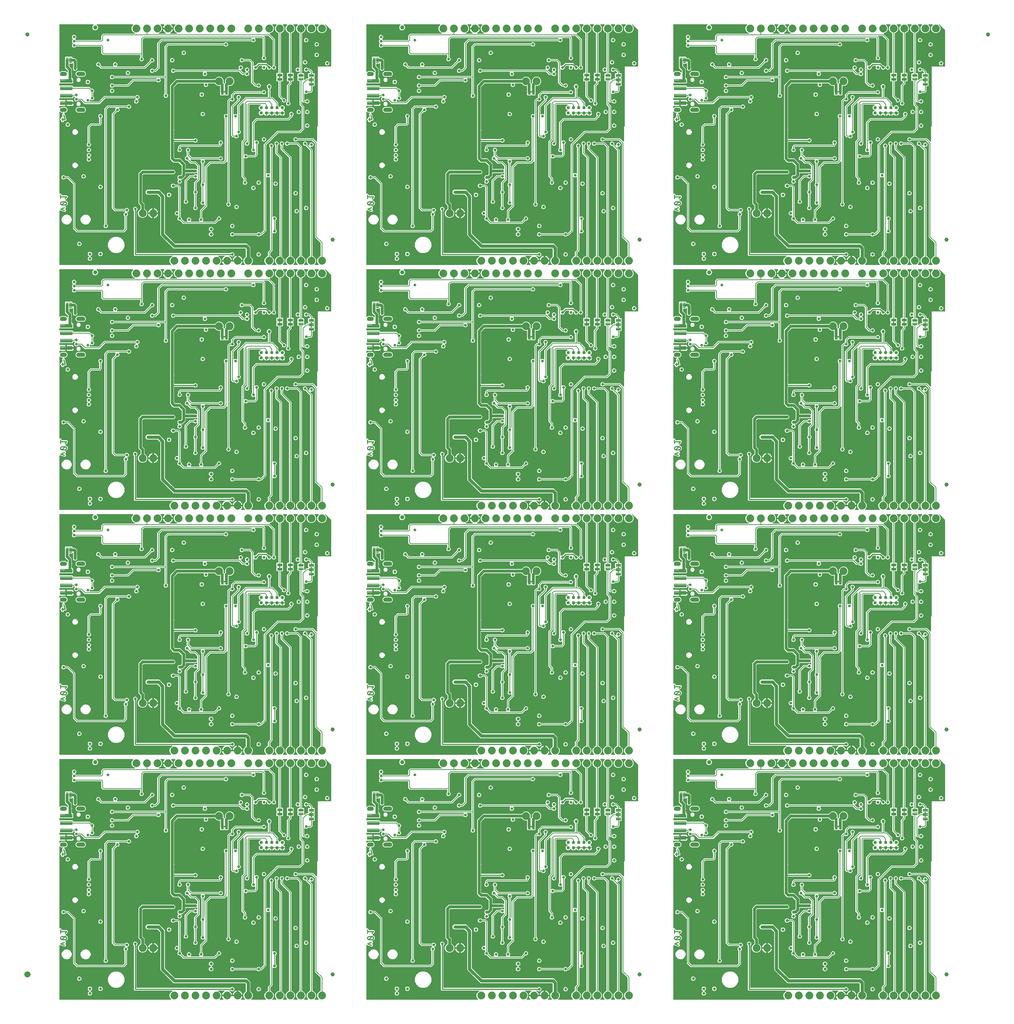
<source format=gbl>
G04 EAGLE Gerber RS-274X export*
G75*
%MOMM*%
%FSLAX34Y34*%
%LPD*%
%INBottom Copper*%
%IPPOS*%
%AMOC8*
5,1,8,0,0,1.08239X$1,22.5*%
G01*
%ADD10C,0.279400*%
%ADD11C,0.755600*%
%ADD12C,0.099000*%
%ADD13C,0.101600*%
%ADD14C,1.879600*%
%ADD15C,0.787400*%
%ADD16C,1.000000*%
%ADD17C,0.099059*%
%ADD18C,0.762000*%
%ADD19C,1.500000*%
%ADD20C,0.635000*%
%ADD21C,0.660400*%
%ADD22C,0.736600*%
%ADD23C,0.762000*%
%ADD24C,0.203200*%
%ADD25C,0.254000*%

G36*
X1749357Y1770639D02*
X1749357Y1770639D01*
X1749386Y1770636D01*
X1749497Y1770659D01*
X1749609Y1770675D01*
X1749636Y1770687D01*
X1749665Y1770692D01*
X1749766Y1770745D01*
X1749869Y1770791D01*
X1749891Y1770810D01*
X1749917Y1770823D01*
X1749999Y1770901D01*
X1750086Y1770974D01*
X1750102Y1770999D01*
X1750123Y1771019D01*
X1750181Y1771117D01*
X1750243Y1771211D01*
X1750252Y1771239D01*
X1750267Y1771264D01*
X1750295Y1771374D01*
X1750329Y1771482D01*
X1750330Y1771512D01*
X1750337Y1771540D01*
X1750334Y1771653D01*
X1750337Y1771766D01*
X1750329Y1771795D01*
X1750328Y1771824D01*
X1750293Y1771932D01*
X1750265Y1772041D01*
X1750250Y1772067D01*
X1750241Y1772095D01*
X1750195Y1772158D01*
X1750119Y1772286D01*
X1750074Y1772329D01*
X1750046Y1772368D01*
X1748205Y1774209D01*
X1746503Y1778317D01*
X1746503Y1782763D01*
X1748205Y1786871D01*
X1751349Y1790015D01*
X1753191Y1790778D01*
X1753265Y1790822D01*
X1753343Y1790857D01*
X1753387Y1790894D01*
X1753436Y1790923D01*
X1753494Y1790985D01*
X1753560Y1791041D01*
X1753592Y1791088D01*
X1753631Y1791129D01*
X1753670Y1791206D01*
X1753718Y1791277D01*
X1753735Y1791331D01*
X1753761Y1791382D01*
X1753777Y1791466D01*
X1753803Y1791548D01*
X1753805Y1791605D01*
X1753816Y1791661D01*
X1753809Y1791746D01*
X1753811Y1791832D01*
X1753796Y1791887D01*
X1753791Y1791944D01*
X1753761Y1792024D01*
X1753739Y1792107D01*
X1753710Y1792156D01*
X1753689Y1792209D01*
X1753638Y1792278D01*
X1753594Y1792352D01*
X1753552Y1792391D01*
X1753518Y1792436D01*
X1753449Y1792488D01*
X1753386Y1792546D01*
X1753336Y1792572D01*
X1753290Y1792606D01*
X1753210Y1792637D01*
X1753133Y1792676D01*
X1753084Y1792684D01*
X1753024Y1792707D01*
X1752880Y1792718D01*
X1752802Y1792731D01*
X1662437Y1792731D01*
X1660651Y1794517D01*
X1660651Y1900443D01*
X1660639Y1900530D01*
X1660636Y1900617D01*
X1660619Y1900670D01*
X1660611Y1900724D01*
X1660576Y1900804D01*
X1660549Y1900887D01*
X1660521Y1900927D01*
X1660495Y1900984D01*
X1660399Y1901097D01*
X1660354Y1901161D01*
X1659393Y1902122D01*
X1658619Y1903989D01*
X1658619Y1906011D01*
X1659393Y1907878D01*
X1660822Y1909307D01*
X1662689Y1910081D01*
X1664711Y1910081D01*
X1666578Y1909307D01*
X1668007Y1907878D01*
X1668781Y1906011D01*
X1668781Y1903989D01*
X1668007Y1902122D01*
X1667046Y1901161D01*
X1666994Y1901091D01*
X1666934Y1901027D01*
X1666908Y1900978D01*
X1666875Y1900934D01*
X1666844Y1900852D01*
X1666804Y1900774D01*
X1666796Y1900726D01*
X1666774Y1900668D01*
X1666762Y1900520D01*
X1666749Y1900443D01*
X1666749Y1799844D01*
X1666757Y1799786D01*
X1666755Y1799728D01*
X1666777Y1799646D01*
X1666789Y1799562D01*
X1666812Y1799509D01*
X1666827Y1799453D01*
X1666870Y1799380D01*
X1666905Y1799303D01*
X1666943Y1799258D01*
X1666972Y1799208D01*
X1667034Y1799150D01*
X1667088Y1799086D01*
X1667137Y1799054D01*
X1667180Y1799014D01*
X1667255Y1798975D01*
X1667325Y1798928D01*
X1667381Y1798911D01*
X1667433Y1798884D01*
X1667501Y1798873D01*
X1667596Y1798843D01*
X1667696Y1798840D01*
X1667764Y1798829D01*
X1892823Y1798829D01*
X1892910Y1798841D01*
X1892997Y1798844D01*
X1893050Y1798861D01*
X1893104Y1798869D01*
X1893184Y1798904D01*
X1893267Y1798931D01*
X1893307Y1798959D01*
X1893364Y1798985D01*
X1893477Y1799081D01*
X1893541Y1799126D01*
X1894502Y1800087D01*
X1896369Y1800861D01*
X1898391Y1800861D01*
X1900258Y1800087D01*
X1901687Y1798658D01*
X1902461Y1796791D01*
X1902461Y1794769D01*
X1901687Y1792902D01*
X1900258Y1791473D01*
X1898391Y1790699D01*
X1896369Y1790699D01*
X1894502Y1791473D01*
X1893541Y1792434D01*
X1893471Y1792486D01*
X1893407Y1792546D01*
X1893358Y1792572D01*
X1893314Y1792605D01*
X1893232Y1792636D01*
X1893154Y1792676D01*
X1893106Y1792684D01*
X1893048Y1792706D01*
X1892900Y1792718D01*
X1892823Y1792731D01*
X1891279Y1792731D01*
X1891234Y1792725D01*
X1891187Y1792727D01*
X1891093Y1792705D01*
X1890998Y1792691D01*
X1890956Y1792673D01*
X1890911Y1792662D01*
X1890827Y1792615D01*
X1890738Y1792575D01*
X1890703Y1792545D01*
X1890663Y1792523D01*
X1890595Y1792454D01*
X1890521Y1792392D01*
X1890496Y1792353D01*
X1890463Y1792320D01*
X1890417Y1792235D01*
X1890364Y1792155D01*
X1890350Y1792111D01*
X1890328Y1792070D01*
X1890307Y1791976D01*
X1890278Y1791884D01*
X1890277Y1791838D01*
X1890267Y1791792D01*
X1890273Y1791696D01*
X1890271Y1791600D01*
X1890283Y1791555D01*
X1890286Y1791509D01*
X1890318Y1791418D01*
X1890343Y1791325D01*
X1890366Y1791285D01*
X1890382Y1791241D01*
X1890439Y1791163D01*
X1890488Y1791080D01*
X1890522Y1791049D01*
X1890549Y1791011D01*
X1890609Y1790966D01*
X1890695Y1790886D01*
X1890769Y1790848D01*
X1890819Y1790811D01*
X1890937Y1790751D01*
X1892458Y1789646D01*
X1893786Y1788318D01*
X1894891Y1786797D01*
X1895744Y1785123D01*
X1896325Y1783336D01*
X1896377Y1783004D01*
X1896414Y1782884D01*
X1896447Y1782763D01*
X1896456Y1782749D01*
X1896461Y1782732D01*
X1896529Y1782627D01*
X1896563Y1782571D01*
X1885696Y1782571D01*
X1885638Y1782563D01*
X1885580Y1782565D01*
X1885498Y1782543D01*
X1885415Y1782531D01*
X1885361Y1782507D01*
X1885305Y1782493D01*
X1885232Y1782450D01*
X1885155Y1782415D01*
X1885111Y1782377D01*
X1885060Y1782347D01*
X1885003Y1782286D01*
X1884938Y1782231D01*
X1884906Y1782183D01*
X1884866Y1782140D01*
X1884827Y1782065D01*
X1884781Y1781995D01*
X1884763Y1781939D01*
X1884736Y1781887D01*
X1884725Y1781819D01*
X1884695Y1781724D01*
X1884692Y1781624D01*
X1884681Y1781556D01*
X1884681Y1779524D01*
X1884689Y1779466D01*
X1884688Y1779408D01*
X1884709Y1779326D01*
X1884721Y1779243D01*
X1884745Y1779189D01*
X1884759Y1779133D01*
X1884802Y1779060D01*
X1884837Y1778983D01*
X1884875Y1778938D01*
X1884905Y1778888D01*
X1884966Y1778830D01*
X1885021Y1778766D01*
X1885069Y1778734D01*
X1885112Y1778694D01*
X1885187Y1778655D01*
X1885257Y1778609D01*
X1885313Y1778591D01*
X1885365Y1778564D01*
X1885433Y1778553D01*
X1885528Y1778523D01*
X1885628Y1778520D01*
X1885696Y1778509D01*
X1909064Y1778509D01*
X1909122Y1778517D01*
X1909180Y1778515D01*
X1909262Y1778537D01*
X1909345Y1778549D01*
X1909399Y1778573D01*
X1909455Y1778587D01*
X1909528Y1778630D01*
X1909605Y1778665D01*
X1909649Y1778703D01*
X1909700Y1778733D01*
X1909757Y1778794D01*
X1909822Y1778849D01*
X1909854Y1778897D01*
X1909894Y1778940D01*
X1909933Y1779015D01*
X1909979Y1779085D01*
X1909997Y1779141D01*
X1910024Y1779193D01*
X1910035Y1779261D01*
X1910065Y1779356D01*
X1910068Y1779456D01*
X1910079Y1779524D01*
X1910079Y1780541D01*
X1910081Y1780541D01*
X1910081Y1779524D01*
X1910089Y1779466D01*
X1910088Y1779408D01*
X1910109Y1779326D01*
X1910121Y1779243D01*
X1910145Y1779189D01*
X1910159Y1779133D01*
X1910202Y1779060D01*
X1910237Y1778983D01*
X1910275Y1778938D01*
X1910305Y1778888D01*
X1910366Y1778830D01*
X1910421Y1778766D01*
X1910469Y1778734D01*
X1910512Y1778694D01*
X1910587Y1778655D01*
X1910657Y1778609D01*
X1910713Y1778591D01*
X1910765Y1778564D01*
X1910833Y1778553D01*
X1910928Y1778523D01*
X1911028Y1778520D01*
X1911096Y1778509D01*
X1921846Y1778509D01*
X1921725Y1777744D01*
X1921144Y1775957D01*
X1920291Y1774283D01*
X1919186Y1772762D01*
X1918792Y1772368D01*
X1918774Y1772344D01*
X1918752Y1772325D01*
X1918689Y1772231D01*
X1918621Y1772141D01*
X1918610Y1772113D01*
X1918594Y1772089D01*
X1918560Y1771981D01*
X1918520Y1771875D01*
X1918517Y1771846D01*
X1918508Y1771818D01*
X1918505Y1771705D01*
X1918496Y1771592D01*
X1918502Y1771563D01*
X1918501Y1771534D01*
X1918530Y1771424D01*
X1918552Y1771313D01*
X1918565Y1771287D01*
X1918573Y1771259D01*
X1918631Y1771161D01*
X1918683Y1771061D01*
X1918703Y1771039D01*
X1918718Y1771014D01*
X1918801Y1770937D01*
X1918879Y1770855D01*
X1918904Y1770840D01*
X1918925Y1770820D01*
X1919026Y1770768D01*
X1919124Y1770711D01*
X1919152Y1770704D01*
X1919179Y1770690D01*
X1919256Y1770677D01*
X1919400Y1770641D01*
X1919462Y1770643D01*
X1919510Y1770635D01*
X1927128Y1770635D01*
X1927157Y1770639D01*
X1927186Y1770636D01*
X1927297Y1770659D01*
X1927409Y1770675D01*
X1927436Y1770687D01*
X1927465Y1770692D01*
X1927566Y1770745D01*
X1927669Y1770791D01*
X1927691Y1770810D01*
X1927717Y1770823D01*
X1927799Y1770901D01*
X1927886Y1770974D01*
X1927902Y1770999D01*
X1927923Y1771019D01*
X1927981Y1771117D01*
X1928043Y1771211D01*
X1928052Y1771239D01*
X1928067Y1771264D01*
X1928095Y1771374D01*
X1928129Y1771482D01*
X1928130Y1771512D01*
X1928137Y1771540D01*
X1928134Y1771653D01*
X1928137Y1771766D01*
X1928129Y1771795D01*
X1928128Y1771824D01*
X1928093Y1771932D01*
X1928065Y1772041D01*
X1928050Y1772067D01*
X1928041Y1772095D01*
X1927995Y1772158D01*
X1927919Y1772286D01*
X1927874Y1772329D01*
X1927846Y1772368D01*
X1926005Y1774209D01*
X1924303Y1778317D01*
X1924303Y1782763D01*
X1926005Y1786871D01*
X1929149Y1790015D01*
X1929265Y1790063D01*
X1929266Y1790064D01*
X1929267Y1790064D01*
X1929386Y1790134D01*
X1929509Y1790208D01*
X1929510Y1790209D01*
X1929512Y1790210D01*
X1929609Y1790313D01*
X1929705Y1790414D01*
X1929705Y1790416D01*
X1929706Y1790417D01*
X1929770Y1790542D01*
X1929835Y1790667D01*
X1929835Y1790669D01*
X1929836Y1790670D01*
X1929838Y1790685D01*
X1929890Y1790946D01*
X1929887Y1790976D01*
X1929891Y1791001D01*
X1929891Y1808285D01*
X1929879Y1808371D01*
X1929876Y1808459D01*
X1929859Y1808511D01*
X1929851Y1808566D01*
X1929816Y1808646D01*
X1929789Y1808729D01*
X1929761Y1808768D01*
X1929735Y1808825D01*
X1929639Y1808939D01*
X1929594Y1809002D01*
X1928382Y1810214D01*
X1928313Y1810266D01*
X1928249Y1810326D01*
X1928199Y1810352D01*
X1928155Y1810385D01*
X1928074Y1810416D01*
X1927996Y1810456D01*
X1927948Y1810464D01*
X1927890Y1810486D01*
X1927742Y1810498D01*
X1927665Y1810511D01*
X1756568Y1810511D01*
X1754514Y1811362D01*
X1724748Y1841128D01*
X1723897Y1843182D01*
X1723897Y1932999D01*
X1723885Y1933085D01*
X1723882Y1933173D01*
X1723865Y1933225D01*
X1723857Y1933280D01*
X1723822Y1933360D01*
X1723795Y1933443D01*
X1723767Y1933482D01*
X1723741Y1933539D01*
X1723645Y1933653D01*
X1723600Y1933716D01*
X1717562Y1939754D01*
X1717493Y1939806D01*
X1717429Y1939866D01*
X1717379Y1939892D01*
X1717335Y1939925D01*
X1717254Y1939956D01*
X1717176Y1939996D01*
X1717128Y1940004D01*
X1717070Y1940026D01*
X1716922Y1940038D01*
X1716845Y1940051D01*
X1693068Y1940051D01*
X1691014Y1940902D01*
X1689442Y1942474D01*
X1688591Y1944528D01*
X1688591Y1946752D01*
X1689442Y1948806D01*
X1691014Y1950378D01*
X1693068Y1951229D01*
X1720692Y1951229D01*
X1722746Y1950378D01*
X1734224Y1938900D01*
X1735075Y1936846D01*
X1735075Y1847029D01*
X1735087Y1846943D01*
X1735090Y1846855D01*
X1735107Y1846803D01*
X1735115Y1846748D01*
X1735150Y1846668D01*
X1735177Y1846585D01*
X1735205Y1846546D01*
X1735231Y1846489D01*
X1735327Y1846375D01*
X1735372Y1846312D01*
X1759698Y1821986D01*
X1759767Y1821934D01*
X1759831Y1821874D01*
X1759881Y1821848D01*
X1759925Y1821815D01*
X1760006Y1821784D01*
X1760084Y1821744D01*
X1760132Y1821736D01*
X1760190Y1821714D01*
X1760338Y1821702D01*
X1760415Y1821689D01*
X1931512Y1821689D01*
X1933566Y1820838D01*
X1940218Y1814186D01*
X1941069Y1812132D01*
X1941069Y1791001D01*
X1941069Y1791000D01*
X1941069Y1790998D01*
X1941089Y1790857D01*
X1941109Y1790720D01*
X1941109Y1790718D01*
X1941109Y1790717D01*
X1941171Y1790579D01*
X1941225Y1790460D01*
X1941226Y1790459D01*
X1941226Y1790457D01*
X1941321Y1790346D01*
X1941408Y1790243D01*
X1941410Y1790242D01*
X1941411Y1790241D01*
X1941424Y1790233D01*
X1941645Y1790086D01*
X1941674Y1790076D01*
X1941695Y1790063D01*
X1941811Y1790015D01*
X1944955Y1786871D01*
X1946657Y1782763D01*
X1946657Y1778317D01*
X1944955Y1774209D01*
X1943114Y1772368D01*
X1943096Y1772344D01*
X1943074Y1772325D01*
X1943011Y1772231D01*
X1942943Y1772141D01*
X1942933Y1772113D01*
X1942917Y1772089D01*
X1942882Y1771981D01*
X1942842Y1771875D01*
X1942840Y1771846D01*
X1942831Y1771818D01*
X1942828Y1771704D01*
X1942818Y1771592D01*
X1942824Y1771563D01*
X1942823Y1771534D01*
X1942852Y1771424D01*
X1942874Y1771313D01*
X1942888Y1771287D01*
X1942895Y1771259D01*
X1942953Y1771161D01*
X1943005Y1771061D01*
X1943026Y1771039D01*
X1943041Y1771014D01*
X1943123Y1770937D01*
X1943201Y1770855D01*
X1943226Y1770840D01*
X1943248Y1770820D01*
X1943349Y1770768D01*
X1943446Y1770711D01*
X1943475Y1770704D01*
X1943501Y1770690D01*
X1943578Y1770677D01*
X1943722Y1770641D01*
X1943784Y1770643D01*
X1943832Y1770635D01*
X1977928Y1770635D01*
X1977957Y1770639D01*
X1977986Y1770636D01*
X1978097Y1770659D01*
X1978209Y1770675D01*
X1978236Y1770687D01*
X1978265Y1770692D01*
X1978366Y1770745D01*
X1978469Y1770791D01*
X1978491Y1770810D01*
X1978517Y1770823D01*
X1978599Y1770901D01*
X1978686Y1770974D01*
X1978702Y1770999D01*
X1978723Y1771019D01*
X1978781Y1771117D01*
X1978843Y1771211D01*
X1978852Y1771239D01*
X1978867Y1771264D01*
X1978895Y1771374D01*
X1978929Y1771482D01*
X1978930Y1771512D01*
X1978937Y1771540D01*
X1978934Y1771653D01*
X1978937Y1771766D01*
X1978929Y1771795D01*
X1978928Y1771824D01*
X1978893Y1771932D01*
X1978865Y1772041D01*
X1978850Y1772067D01*
X1978841Y1772095D01*
X1978795Y1772158D01*
X1978719Y1772286D01*
X1978674Y1772329D01*
X1978646Y1772368D01*
X1976805Y1774209D01*
X1975103Y1778317D01*
X1975103Y1782763D01*
X1976805Y1786871D01*
X1979949Y1790015D01*
X1982859Y1791220D01*
X1982860Y1791221D01*
X1982861Y1791222D01*
X1982978Y1791291D01*
X1983103Y1791365D01*
X1983104Y1791366D01*
X1983106Y1791367D01*
X1983203Y1791471D01*
X1983299Y1791572D01*
X1983299Y1791573D01*
X1983300Y1791574D01*
X1983362Y1791696D01*
X1983429Y1791824D01*
X1983429Y1791826D01*
X1983430Y1791827D01*
X1983432Y1791842D01*
X1983484Y1792103D01*
X1983481Y1792134D01*
X1983485Y1792158D01*
X1983485Y1802018D01*
X1988268Y1806800D01*
X1988320Y1806870D01*
X1988380Y1806934D01*
X1988406Y1806983D01*
X1988439Y1807027D01*
X1988470Y1807109D01*
X1988510Y1807187D01*
X1988518Y1807235D01*
X1988540Y1807293D01*
X1988552Y1807441D01*
X1988565Y1807518D01*
X1988565Y1981469D01*
X1988561Y1981498D01*
X1988564Y1981527D01*
X1988541Y1981638D01*
X1988525Y1981751D01*
X1988513Y1981777D01*
X1988508Y1981806D01*
X1988455Y1981907D01*
X1988409Y1982010D01*
X1988390Y1982032D01*
X1988377Y1982058D01*
X1988299Y1982141D01*
X1988226Y1982227D01*
X1988201Y1982243D01*
X1988181Y1982264D01*
X1988083Y1982322D01*
X1987989Y1982385D01*
X1987961Y1982393D01*
X1987936Y1982408D01*
X1987826Y1982436D01*
X1987718Y1982470D01*
X1987689Y1982471D01*
X1987660Y1982478D01*
X1987547Y1982475D01*
X1987434Y1982478D01*
X1987405Y1982470D01*
X1987376Y1982469D01*
X1987268Y1982434D01*
X1987159Y1982406D01*
X1987133Y1982391D01*
X1987105Y1982382D01*
X1987042Y1982336D01*
X1986914Y1982261D01*
X1986871Y1982215D01*
X1986832Y1982187D01*
X1986618Y1981973D01*
X1984751Y1981199D01*
X1982729Y1981199D01*
X1980862Y1981973D01*
X1980648Y1982187D01*
X1980624Y1982204D01*
X1980605Y1982227D01*
X1980511Y1982290D01*
X1980421Y1982358D01*
X1980393Y1982368D01*
X1980369Y1982385D01*
X1980261Y1982419D01*
X1980155Y1982459D01*
X1980126Y1982461D01*
X1980098Y1982470D01*
X1979985Y1982473D01*
X1979872Y1982483D01*
X1979843Y1982477D01*
X1979814Y1982478D01*
X1979704Y1982449D01*
X1979593Y1982427D01*
X1979567Y1982413D01*
X1979539Y1982406D01*
X1979441Y1982348D01*
X1979341Y1982296D01*
X1979319Y1982276D01*
X1979294Y1982261D01*
X1979217Y1982178D01*
X1979135Y1982100D01*
X1979120Y1982075D01*
X1979100Y1982053D01*
X1979048Y1981952D01*
X1978991Y1981855D01*
X1978984Y1981826D01*
X1978970Y1981800D01*
X1978957Y1981723D01*
X1978921Y1981579D01*
X1978923Y1981517D01*
X1978915Y1981469D01*
X1978915Y1851772D01*
X1970322Y1843180D01*
X1968388Y1841245D01*
X1965691Y1841245D01*
X1965604Y1841233D01*
X1965517Y1841230D01*
X1965464Y1841213D01*
X1965410Y1841205D01*
X1965330Y1841170D01*
X1965247Y1841143D01*
X1965207Y1841115D01*
X1965150Y1841089D01*
X1965037Y1840993D01*
X1964973Y1840948D01*
X1963758Y1839733D01*
X1961891Y1838959D01*
X1959869Y1838959D01*
X1958002Y1839733D01*
X1956787Y1840948D01*
X1956717Y1841000D01*
X1956653Y1841060D01*
X1956604Y1841086D01*
X1956560Y1841119D01*
X1956478Y1841150D01*
X1956400Y1841190D01*
X1956352Y1841198D01*
X1956294Y1841220D01*
X1956146Y1841232D01*
X1956069Y1841245D01*
X1902191Y1841245D01*
X1902104Y1841233D01*
X1902017Y1841230D01*
X1901964Y1841213D01*
X1901910Y1841205D01*
X1901830Y1841170D01*
X1901747Y1841143D01*
X1901707Y1841115D01*
X1901650Y1841089D01*
X1901537Y1840993D01*
X1901473Y1840948D01*
X1900258Y1839733D01*
X1898391Y1838959D01*
X1896369Y1838959D01*
X1894502Y1839733D01*
X1893073Y1841162D01*
X1892299Y1843029D01*
X1892299Y1845051D01*
X1893073Y1846918D01*
X1894502Y1848347D01*
X1896369Y1849121D01*
X1898391Y1849121D01*
X1900258Y1848347D01*
X1901473Y1847132D01*
X1901543Y1847080D01*
X1901607Y1847020D01*
X1901656Y1846994D01*
X1901700Y1846961D01*
X1901782Y1846930D01*
X1901860Y1846890D01*
X1901908Y1846882D01*
X1901966Y1846860D01*
X1902114Y1846848D01*
X1902191Y1846835D01*
X1956069Y1846835D01*
X1956156Y1846847D01*
X1956243Y1846850D01*
X1956296Y1846867D01*
X1956350Y1846875D01*
X1956430Y1846910D01*
X1956513Y1846937D01*
X1956553Y1846965D01*
X1956610Y1846991D01*
X1956723Y1847087D01*
X1956787Y1847132D01*
X1958002Y1848347D01*
X1959869Y1849121D01*
X1961891Y1849121D01*
X1963758Y1848347D01*
X1964954Y1847152D01*
X1965000Y1847117D01*
X1965041Y1847074D01*
X1965113Y1847031D01*
X1965181Y1846981D01*
X1965235Y1846960D01*
X1965286Y1846930D01*
X1965368Y1846910D01*
X1965446Y1846880D01*
X1965505Y1846875D01*
X1965561Y1846860D01*
X1965646Y1846863D01*
X1965730Y1846856D01*
X1965787Y1846868D01*
X1965845Y1846869D01*
X1965926Y1846895D01*
X1966008Y1846912D01*
X1966060Y1846939D01*
X1966116Y1846957D01*
X1966172Y1846997D01*
X1966261Y1847043D01*
X1966333Y1847112D01*
X1966389Y1847152D01*
X1973028Y1853790D01*
X1973080Y1853860D01*
X1973140Y1853924D01*
X1973166Y1853973D01*
X1973199Y1854017D01*
X1973230Y1854099D01*
X1973270Y1854177D01*
X1973278Y1854225D01*
X1973300Y1854283D01*
X1973312Y1854431D01*
X1973325Y1854508D01*
X1973325Y2061098D01*
X2005442Y2093215D01*
X2058362Y2093215D01*
X2058448Y2093227D01*
X2058536Y2093230D01*
X2058589Y2093247D01*
X2058643Y2093255D01*
X2058723Y2093290D01*
X2058806Y2093317D01*
X2058846Y2093345D01*
X2058903Y2093371D01*
X2059016Y2093467D01*
X2059080Y2093512D01*
X2064468Y2098900D01*
X2064520Y2098970D01*
X2064580Y2099034D01*
X2064606Y2099083D01*
X2064639Y2099127D01*
X2064670Y2099209D01*
X2064710Y2099287D01*
X2064718Y2099335D01*
X2064740Y2099393D01*
X2064752Y2099541D01*
X2064765Y2099618D01*
X2064765Y2149802D01*
X2064753Y2149888D01*
X2064750Y2149976D01*
X2064733Y2150029D01*
X2064725Y2150083D01*
X2064690Y2150163D01*
X2064663Y2150246D01*
X2064635Y2150286D01*
X2064609Y2150343D01*
X2064513Y2150456D01*
X2064468Y2150520D01*
X2059685Y2155302D01*
X2059685Y2212467D01*
X2059677Y2212525D01*
X2059679Y2212583D01*
X2059657Y2212665D01*
X2059645Y2212749D01*
X2059622Y2212802D01*
X2059607Y2212858D01*
X2059564Y2212931D01*
X2059529Y2213008D01*
X2059491Y2213053D01*
X2059462Y2213103D01*
X2059400Y2213161D01*
X2059346Y2213225D01*
X2059297Y2213257D01*
X2059254Y2213297D01*
X2059179Y2213336D01*
X2059109Y2213383D01*
X2059053Y2213400D01*
X2059001Y2213427D01*
X2058933Y2213438D01*
X2058838Y2213468D01*
X2058738Y2213471D01*
X2058670Y2213482D01*
X2055691Y2213482D01*
X2054351Y2214822D01*
X2054351Y2222264D01*
X2054355Y2222274D01*
X2054360Y2222333D01*
X2054375Y2222390D01*
X2054372Y2222474D01*
X2054379Y2222558D01*
X2054367Y2222615D01*
X2054366Y2222674D01*
X2054351Y2222718D01*
X2054351Y2230178D01*
X2055691Y2231518D01*
X2058670Y2231518D01*
X2058728Y2231526D01*
X2058786Y2231524D01*
X2058868Y2231546D01*
X2058952Y2231558D01*
X2059005Y2231581D01*
X2059061Y2231596D01*
X2059134Y2231639D01*
X2059211Y2231674D01*
X2059256Y2231712D01*
X2059306Y2231741D01*
X2059364Y2231803D01*
X2059428Y2231857D01*
X2059460Y2231906D01*
X2059500Y2231949D01*
X2059539Y2232024D01*
X2059586Y2232094D01*
X2059603Y2232150D01*
X2059630Y2232202D01*
X2059641Y2232270D01*
X2059671Y2232365D01*
X2059674Y2232465D01*
X2059685Y2232533D01*
X2059685Y2235469D01*
X2059681Y2235498D01*
X2059684Y2235527D01*
X2059661Y2235638D01*
X2059645Y2235751D01*
X2059633Y2235777D01*
X2059628Y2235806D01*
X2059576Y2235906D01*
X2059529Y2236010D01*
X2059510Y2236032D01*
X2059497Y2236058D01*
X2059419Y2236141D01*
X2059346Y2236227D01*
X2059321Y2236243D01*
X2059301Y2236264D01*
X2059203Y2236322D01*
X2059109Y2236385D01*
X2059081Y2236393D01*
X2059056Y2236408D01*
X2058946Y2236436D01*
X2058838Y2236470D01*
X2058809Y2236471D01*
X2058780Y2236478D01*
X2058667Y2236475D01*
X2058554Y2236478D01*
X2058525Y2236470D01*
X2058496Y2236469D01*
X2058388Y2236434D01*
X2058279Y2236406D01*
X2058253Y2236391D01*
X2058225Y2236382D01*
X2058162Y2236336D01*
X2058034Y2236261D01*
X2057991Y2236215D01*
X2057952Y2236187D01*
X2057738Y2235973D01*
X2055871Y2235199D01*
X2053849Y2235199D01*
X2051982Y2235973D01*
X2050553Y2237402D01*
X2049779Y2239269D01*
X2049779Y2241291D01*
X2050553Y2243158D01*
X2051982Y2244587D01*
X2053849Y2245361D01*
X2055871Y2245361D01*
X2057738Y2244587D01*
X2057952Y2244373D01*
X2057976Y2244356D01*
X2057995Y2244333D01*
X2058089Y2244270D01*
X2058179Y2244202D01*
X2058207Y2244192D01*
X2058231Y2244175D01*
X2058339Y2244141D01*
X2058445Y2244101D01*
X2058474Y2244099D01*
X2058502Y2244090D01*
X2058615Y2244087D01*
X2058728Y2244077D01*
X2058757Y2244083D01*
X2058786Y2244082D01*
X2058896Y2244111D01*
X2059007Y2244133D01*
X2059033Y2244147D01*
X2059061Y2244154D01*
X2059159Y2244212D01*
X2059259Y2244264D01*
X2059281Y2244284D01*
X2059306Y2244299D01*
X2059383Y2244382D01*
X2059465Y2244460D01*
X2059480Y2244485D01*
X2059500Y2244507D01*
X2059552Y2244608D01*
X2059609Y2244705D01*
X2059616Y2244734D01*
X2059630Y2244760D01*
X2059643Y2244837D01*
X2059679Y2244981D01*
X2059677Y2245043D01*
X2059685Y2245091D01*
X2059685Y2327722D01*
X2059685Y2327723D01*
X2059685Y2327725D01*
X2059665Y2327864D01*
X2059645Y2328003D01*
X2059645Y2328005D01*
X2059645Y2328006D01*
X2059588Y2328132D01*
X2059529Y2328263D01*
X2059528Y2328264D01*
X2059527Y2328265D01*
X2059436Y2328372D01*
X2059346Y2328480D01*
X2059344Y2328480D01*
X2059343Y2328482D01*
X2059330Y2328490D01*
X2059109Y2328637D01*
X2059080Y2328646D01*
X2059059Y2328660D01*
X2056149Y2329865D01*
X2053005Y2333009D01*
X2051303Y2337117D01*
X2051303Y2341563D01*
X2053005Y2345671D01*
X2054846Y2347512D01*
X2054864Y2347536D01*
X2054886Y2347555D01*
X2054949Y2347649D01*
X2055017Y2347739D01*
X2055027Y2347767D01*
X2055043Y2347791D01*
X2055078Y2347899D01*
X2055118Y2348005D01*
X2055120Y2348034D01*
X2055129Y2348062D01*
X2055132Y2348176D01*
X2055142Y2348288D01*
X2055136Y2348317D01*
X2055137Y2348346D01*
X2055108Y2348456D01*
X2055086Y2348567D01*
X2055072Y2348593D01*
X2055065Y2348621D01*
X2055007Y2348719D01*
X2054955Y2348819D01*
X2054934Y2348841D01*
X2054919Y2348866D01*
X2054837Y2348943D01*
X2054759Y2349025D01*
X2054734Y2349040D01*
X2054712Y2349060D01*
X2054611Y2349112D01*
X2054514Y2349169D01*
X2054485Y2349176D01*
X2054459Y2349190D01*
X2054382Y2349203D01*
X2054238Y2349239D01*
X2054176Y2349237D01*
X2054128Y2349245D01*
X2045432Y2349245D01*
X2045403Y2349241D01*
X2045374Y2349244D01*
X2045263Y2349221D01*
X2045151Y2349205D01*
X2045124Y2349193D01*
X2045095Y2349188D01*
X2044994Y2349135D01*
X2044891Y2349089D01*
X2044869Y2349070D01*
X2044843Y2349057D01*
X2044761Y2348979D01*
X2044674Y2348906D01*
X2044658Y2348881D01*
X2044637Y2348861D01*
X2044579Y2348763D01*
X2044517Y2348669D01*
X2044508Y2348641D01*
X2044493Y2348616D01*
X2044465Y2348506D01*
X2044431Y2348398D01*
X2044430Y2348368D01*
X2044423Y2348340D01*
X2044426Y2348227D01*
X2044423Y2348114D01*
X2044431Y2348085D01*
X2044432Y2348056D01*
X2044467Y2347948D01*
X2044495Y2347839D01*
X2044510Y2347813D01*
X2044519Y2347785D01*
X2044565Y2347722D01*
X2044641Y2347594D01*
X2044686Y2347551D01*
X2044714Y2347512D01*
X2046555Y2345671D01*
X2048257Y2341563D01*
X2048257Y2337117D01*
X2046555Y2333009D01*
X2043411Y2329865D01*
X2040501Y2328660D01*
X2040500Y2328659D01*
X2040499Y2328658D01*
X2040380Y2328588D01*
X2040257Y2328515D01*
X2040256Y2328514D01*
X2040254Y2328513D01*
X2040157Y2328409D01*
X2040061Y2328308D01*
X2040061Y2328307D01*
X2040060Y2328306D01*
X2039994Y2328177D01*
X2039931Y2328056D01*
X2039931Y2328054D01*
X2039930Y2328053D01*
X2039928Y2328038D01*
X2039876Y2327777D01*
X2039879Y2327746D01*
X2039875Y2327722D01*
X2039875Y2233803D01*
X2039883Y2233745D01*
X2039881Y2233687D01*
X2039903Y2233605D01*
X2039915Y2233521D01*
X2039938Y2233468D01*
X2039953Y2233412D01*
X2039996Y2233339D01*
X2040031Y2233262D01*
X2040069Y2233217D01*
X2040098Y2233167D01*
X2040160Y2233109D01*
X2040214Y2233045D01*
X2040263Y2233013D01*
X2040306Y2232973D01*
X2040381Y2232934D01*
X2040451Y2232887D01*
X2040507Y2232870D01*
X2040559Y2232843D01*
X2040627Y2232832D01*
X2040722Y2232802D01*
X2040822Y2232799D01*
X2040890Y2232788D01*
X2043877Y2232788D01*
X2045209Y2231456D01*
X2045209Y2223958D01*
X2044468Y2223218D01*
X2044433Y2223171D01*
X2044391Y2223131D01*
X2044348Y2223058D01*
X2044297Y2222991D01*
X2044277Y2222936D01*
X2044247Y2222886D01*
X2044226Y2222804D01*
X2044196Y2222725D01*
X2044191Y2222667D01*
X2044177Y2222610D01*
X2044180Y2222526D01*
X2044173Y2222442D01*
X2044184Y2222384D01*
X2044186Y2222326D01*
X2044212Y2222246D01*
X2044228Y2222163D01*
X2044255Y2222111D01*
X2044273Y2222055D01*
X2044314Y2221999D01*
X2044359Y2221911D01*
X2044428Y2221838D01*
X2044468Y2221782D01*
X2045209Y2221042D01*
X2045209Y2213544D01*
X2043877Y2212212D01*
X2040890Y2212212D01*
X2040832Y2212204D01*
X2040774Y2212206D01*
X2040692Y2212184D01*
X2040608Y2212172D01*
X2040555Y2212149D01*
X2040499Y2212134D01*
X2040426Y2212091D01*
X2040349Y2212056D01*
X2040304Y2212018D01*
X2040254Y2211989D01*
X2040196Y2211927D01*
X2040132Y2211873D01*
X2040100Y2211824D01*
X2040060Y2211781D01*
X2040021Y2211706D01*
X2039974Y2211636D01*
X2039957Y2211580D01*
X2039930Y2211528D01*
X2039919Y2211460D01*
X2039889Y2211365D01*
X2039886Y2211265D01*
X2039875Y2211197D01*
X2039875Y2206102D01*
X2035092Y2201320D01*
X2035040Y2201250D01*
X2034980Y2201186D01*
X2034954Y2201137D01*
X2034921Y2201093D01*
X2034890Y2201011D01*
X2034850Y2200933D01*
X2034842Y2200885D01*
X2034820Y2200827D01*
X2034808Y2200679D01*
X2034795Y2200602D01*
X2034795Y2163811D01*
X2034807Y2163724D01*
X2034810Y2163637D01*
X2034827Y2163584D01*
X2034835Y2163530D01*
X2034870Y2163450D01*
X2034897Y2163367D01*
X2034925Y2163327D01*
X2034951Y2163270D01*
X2035047Y2163157D01*
X2035092Y2163093D01*
X2036307Y2161878D01*
X2037081Y2160011D01*
X2037081Y2157989D01*
X2036307Y2156122D01*
X2034878Y2154693D01*
X2033011Y2153919D01*
X2030989Y2153919D01*
X2029122Y2154693D01*
X2027693Y2156122D01*
X2026919Y2157989D01*
X2026919Y2160011D01*
X2027693Y2161878D01*
X2028908Y2163093D01*
X2028960Y2163163D01*
X2029020Y2163227D01*
X2029046Y2163276D01*
X2029079Y2163320D01*
X2029110Y2163402D01*
X2029150Y2163480D01*
X2029158Y2163528D01*
X2029180Y2163586D01*
X2029192Y2163734D01*
X2029205Y2163811D01*
X2029205Y2203338D01*
X2033988Y2208120D01*
X2034040Y2208190D01*
X2034100Y2208254D01*
X2034126Y2208303D01*
X2034159Y2208347D01*
X2034190Y2208429D01*
X2034230Y2208507D01*
X2034238Y2208555D01*
X2034260Y2208613D01*
X2034272Y2208761D01*
X2034285Y2208838D01*
X2034285Y2211197D01*
X2034277Y2211255D01*
X2034279Y2211313D01*
X2034257Y2211395D01*
X2034245Y2211479D01*
X2034222Y2211532D01*
X2034207Y2211588D01*
X2034164Y2211661D01*
X2034129Y2211738D01*
X2034091Y2211783D01*
X2034062Y2211833D01*
X2034000Y2211891D01*
X2033946Y2211955D01*
X2033897Y2211987D01*
X2033854Y2212027D01*
X2033779Y2212066D01*
X2033709Y2212113D01*
X2033653Y2212130D01*
X2033601Y2212157D01*
X2033533Y2212168D01*
X2033438Y2212198D01*
X2033338Y2212201D01*
X2033270Y2212212D01*
X2030283Y2212212D01*
X2028951Y2213544D01*
X2028951Y2221042D01*
X2029692Y2221782D01*
X2029727Y2221829D01*
X2029769Y2221869D01*
X2029812Y2221942D01*
X2029863Y2222009D01*
X2029883Y2222064D01*
X2029913Y2222114D01*
X2029934Y2222196D01*
X2029964Y2222275D01*
X2029969Y2222333D01*
X2029983Y2222390D01*
X2029980Y2222474D01*
X2029987Y2222558D01*
X2029976Y2222616D01*
X2029974Y2222674D01*
X2029948Y2222754D01*
X2029932Y2222837D01*
X2029905Y2222889D01*
X2029887Y2222945D01*
X2029847Y2223001D01*
X2029801Y2223089D01*
X2029732Y2223162D01*
X2029692Y2223218D01*
X2028951Y2223958D01*
X2028951Y2231456D01*
X2030283Y2232788D01*
X2033270Y2232788D01*
X2033328Y2232796D01*
X2033386Y2232794D01*
X2033468Y2232816D01*
X2033552Y2232828D01*
X2033605Y2232851D01*
X2033661Y2232866D01*
X2033734Y2232909D01*
X2033811Y2232944D01*
X2033856Y2232982D01*
X2033906Y2233011D01*
X2033964Y2233073D01*
X2034028Y2233127D01*
X2034060Y2233176D01*
X2034100Y2233219D01*
X2034139Y2233294D01*
X2034186Y2233364D01*
X2034203Y2233420D01*
X2034230Y2233472D01*
X2034241Y2233540D01*
X2034271Y2233635D01*
X2034274Y2233735D01*
X2034285Y2233803D01*
X2034285Y2327722D01*
X2034285Y2327723D01*
X2034285Y2327725D01*
X2034265Y2327864D01*
X2034245Y2328003D01*
X2034245Y2328005D01*
X2034245Y2328006D01*
X2034188Y2328132D01*
X2034129Y2328263D01*
X2034128Y2328264D01*
X2034127Y2328265D01*
X2034036Y2328372D01*
X2033946Y2328480D01*
X2033944Y2328480D01*
X2033943Y2328482D01*
X2033930Y2328490D01*
X2033709Y2328637D01*
X2033680Y2328646D01*
X2033659Y2328660D01*
X2030749Y2329865D01*
X2027605Y2333009D01*
X2025903Y2337117D01*
X2025903Y2341563D01*
X2027605Y2345671D01*
X2029446Y2347512D01*
X2029464Y2347536D01*
X2029486Y2347555D01*
X2029549Y2347649D01*
X2029617Y2347739D01*
X2029627Y2347767D01*
X2029643Y2347791D01*
X2029678Y2347899D01*
X2029718Y2348005D01*
X2029720Y2348034D01*
X2029729Y2348062D01*
X2029732Y2348176D01*
X2029742Y2348288D01*
X2029736Y2348317D01*
X2029737Y2348346D01*
X2029708Y2348456D01*
X2029686Y2348567D01*
X2029672Y2348593D01*
X2029665Y2348621D01*
X2029607Y2348719D01*
X2029555Y2348819D01*
X2029534Y2348841D01*
X2029519Y2348866D01*
X2029437Y2348943D01*
X2029359Y2349025D01*
X2029334Y2349040D01*
X2029312Y2349060D01*
X2029211Y2349112D01*
X2029114Y2349169D01*
X2029085Y2349176D01*
X2029059Y2349190D01*
X2028982Y2349203D01*
X2028838Y2349239D01*
X2028776Y2349237D01*
X2028728Y2349245D01*
X2020032Y2349245D01*
X2020003Y2349241D01*
X2019974Y2349244D01*
X2019863Y2349221D01*
X2019751Y2349205D01*
X2019724Y2349193D01*
X2019695Y2349188D01*
X2019594Y2349135D01*
X2019491Y2349089D01*
X2019469Y2349070D01*
X2019443Y2349057D01*
X2019361Y2348979D01*
X2019274Y2348906D01*
X2019258Y2348881D01*
X2019237Y2348861D01*
X2019179Y2348763D01*
X2019117Y2348669D01*
X2019108Y2348641D01*
X2019093Y2348616D01*
X2019065Y2348506D01*
X2019031Y2348398D01*
X2019030Y2348368D01*
X2019023Y2348340D01*
X2019026Y2348227D01*
X2019023Y2348114D01*
X2019031Y2348085D01*
X2019032Y2348056D01*
X2019067Y2347948D01*
X2019095Y2347839D01*
X2019110Y2347813D01*
X2019119Y2347785D01*
X2019165Y2347722D01*
X2019241Y2347594D01*
X2019286Y2347551D01*
X2019314Y2347512D01*
X2021155Y2345671D01*
X2022857Y2341563D01*
X2022857Y2337117D01*
X2021155Y2333009D01*
X2018011Y2329865D01*
X2015101Y2328660D01*
X2015100Y2328659D01*
X2015099Y2328658D01*
X2014980Y2328588D01*
X2014857Y2328515D01*
X2014856Y2328514D01*
X2014854Y2328513D01*
X2014757Y2328409D01*
X2014661Y2328308D01*
X2014661Y2328307D01*
X2014660Y2328306D01*
X2014594Y2328177D01*
X2014531Y2328056D01*
X2014531Y2328054D01*
X2014530Y2328053D01*
X2014528Y2328038D01*
X2014476Y2327777D01*
X2014479Y2327746D01*
X2014475Y2327722D01*
X2014475Y2233803D01*
X2014483Y2233745D01*
X2014481Y2233687D01*
X2014503Y2233605D01*
X2014515Y2233521D01*
X2014538Y2233468D01*
X2014553Y2233412D01*
X2014596Y2233339D01*
X2014631Y2233262D01*
X2014669Y2233217D01*
X2014698Y2233167D01*
X2014760Y2233109D01*
X2014814Y2233045D01*
X2014863Y2233013D01*
X2014906Y2232973D01*
X2014981Y2232934D01*
X2015051Y2232887D01*
X2015107Y2232870D01*
X2015159Y2232843D01*
X2015227Y2232832D01*
X2015322Y2232802D01*
X2015422Y2232799D01*
X2015490Y2232788D01*
X2018477Y2232788D01*
X2019809Y2231456D01*
X2019809Y2223958D01*
X2019068Y2223218D01*
X2019033Y2223171D01*
X2018991Y2223131D01*
X2018948Y2223058D01*
X2018897Y2222991D01*
X2018877Y2222936D01*
X2018847Y2222886D01*
X2018826Y2222804D01*
X2018796Y2222725D01*
X2018791Y2222667D01*
X2018777Y2222610D01*
X2018780Y2222526D01*
X2018773Y2222442D01*
X2018784Y2222384D01*
X2018786Y2222326D01*
X2018812Y2222246D01*
X2018828Y2222163D01*
X2018855Y2222111D01*
X2018873Y2222055D01*
X2018914Y2221999D01*
X2018959Y2221911D01*
X2019028Y2221838D01*
X2019068Y2221782D01*
X2019809Y2221042D01*
X2019809Y2213544D01*
X2018477Y2212212D01*
X2015490Y2212212D01*
X2015432Y2212204D01*
X2015374Y2212206D01*
X2015292Y2212184D01*
X2015208Y2212172D01*
X2015155Y2212149D01*
X2015099Y2212134D01*
X2015026Y2212091D01*
X2014949Y2212056D01*
X2014904Y2212018D01*
X2014854Y2211989D01*
X2014796Y2211927D01*
X2014732Y2211873D01*
X2014700Y2211824D01*
X2014660Y2211781D01*
X2014621Y2211706D01*
X2014574Y2211636D01*
X2014557Y2211580D01*
X2014530Y2211528D01*
X2014519Y2211460D01*
X2014489Y2211365D01*
X2014486Y2211265D01*
X2014475Y2211197D01*
X2014475Y2178358D01*
X2014487Y2178272D01*
X2014490Y2178184D01*
X2014507Y2178131D01*
X2014515Y2178077D01*
X2014550Y2177997D01*
X2014577Y2177914D01*
X2014605Y2177874D01*
X2014631Y2177817D01*
X2014727Y2177704D01*
X2014772Y2177640D01*
X2020414Y2171998D01*
X2020484Y2171946D01*
X2020548Y2171886D01*
X2020597Y2171860D01*
X2020641Y2171827D01*
X2020723Y2171796D01*
X2020801Y2171756D01*
X2020849Y2171748D01*
X2020907Y2171726D01*
X2021055Y2171714D01*
X2021132Y2171701D01*
X2022851Y2171701D01*
X2024718Y2170927D01*
X2026147Y2169498D01*
X2026921Y2167631D01*
X2026921Y2165609D01*
X2026147Y2163742D01*
X2024718Y2162313D01*
X2022851Y2161539D01*
X2020829Y2161539D01*
X2018962Y2162313D01*
X2017533Y2163742D01*
X2016759Y2165609D01*
X2016759Y2167328D01*
X2016747Y2167414D01*
X2016744Y2167502D01*
X2016727Y2167555D01*
X2016719Y2167609D01*
X2016684Y2167689D01*
X2016657Y2167772D01*
X2016629Y2167812D01*
X2016603Y2167869D01*
X2016507Y2167982D01*
X2016462Y2168046D01*
X2008885Y2175622D01*
X2008885Y2211197D01*
X2008877Y2211255D01*
X2008879Y2211313D01*
X2008857Y2211395D01*
X2008845Y2211479D01*
X2008822Y2211532D01*
X2008807Y2211588D01*
X2008764Y2211661D01*
X2008729Y2211738D01*
X2008691Y2211783D01*
X2008662Y2211833D01*
X2008600Y2211891D01*
X2008546Y2211955D01*
X2008497Y2211987D01*
X2008454Y2212027D01*
X2008379Y2212066D01*
X2008309Y2212113D01*
X2008253Y2212130D01*
X2008201Y2212157D01*
X2008133Y2212168D01*
X2008038Y2212198D01*
X2007938Y2212201D01*
X2007870Y2212212D01*
X2004883Y2212212D01*
X2003551Y2213544D01*
X2003551Y2221042D01*
X2004292Y2221782D01*
X2004327Y2221829D01*
X2004369Y2221869D01*
X2004412Y2221942D01*
X2004463Y2222009D01*
X2004483Y2222064D01*
X2004513Y2222114D01*
X2004534Y2222196D01*
X2004564Y2222275D01*
X2004569Y2222333D01*
X2004583Y2222390D01*
X2004580Y2222474D01*
X2004587Y2222558D01*
X2004576Y2222616D01*
X2004574Y2222674D01*
X2004548Y2222754D01*
X2004532Y2222837D01*
X2004505Y2222889D01*
X2004487Y2222945D01*
X2004447Y2223001D01*
X2004401Y2223089D01*
X2004332Y2223162D01*
X2004292Y2223218D01*
X2003551Y2223958D01*
X2003551Y2231456D01*
X2004883Y2232788D01*
X2007870Y2232788D01*
X2007928Y2232796D01*
X2007986Y2232794D01*
X2008068Y2232816D01*
X2008152Y2232828D01*
X2008205Y2232851D01*
X2008261Y2232866D01*
X2008334Y2232909D01*
X2008411Y2232944D01*
X2008456Y2232982D01*
X2008506Y2233011D01*
X2008564Y2233073D01*
X2008628Y2233127D01*
X2008660Y2233176D01*
X2008700Y2233219D01*
X2008739Y2233294D01*
X2008786Y2233364D01*
X2008803Y2233420D01*
X2008830Y2233472D01*
X2008841Y2233540D01*
X2008871Y2233635D01*
X2008874Y2233735D01*
X2008885Y2233803D01*
X2008885Y2327722D01*
X2008885Y2327723D01*
X2008885Y2327725D01*
X2008865Y2327864D01*
X2008845Y2328003D01*
X2008845Y2328005D01*
X2008845Y2328006D01*
X2008788Y2328132D01*
X2008729Y2328263D01*
X2008728Y2328264D01*
X2008727Y2328265D01*
X2008636Y2328372D01*
X2008546Y2328480D01*
X2008544Y2328480D01*
X2008543Y2328482D01*
X2008530Y2328490D01*
X2008309Y2328637D01*
X2008280Y2328646D01*
X2008259Y2328660D01*
X2005349Y2329865D01*
X2002205Y2333009D01*
X2000503Y2337117D01*
X2000503Y2341563D01*
X2002205Y2345671D01*
X2004046Y2347512D01*
X2004064Y2347536D01*
X2004086Y2347555D01*
X2004149Y2347649D01*
X2004217Y2347739D01*
X2004227Y2347767D01*
X2004243Y2347791D01*
X2004278Y2347899D01*
X2004318Y2348005D01*
X2004320Y2348034D01*
X2004329Y2348062D01*
X2004332Y2348176D01*
X2004342Y2348288D01*
X2004336Y2348317D01*
X2004337Y2348346D01*
X2004308Y2348456D01*
X2004286Y2348567D01*
X2004272Y2348593D01*
X2004265Y2348621D01*
X2004207Y2348719D01*
X2004155Y2348819D01*
X2004134Y2348841D01*
X2004119Y2348866D01*
X2004037Y2348943D01*
X2003959Y2349025D01*
X2003934Y2349040D01*
X2003912Y2349060D01*
X2003811Y2349112D01*
X2003714Y2349169D01*
X2003685Y2349176D01*
X2003659Y2349190D01*
X2003582Y2349203D01*
X2003438Y2349239D01*
X2003376Y2349237D01*
X2003328Y2349245D01*
X1994632Y2349245D01*
X1994603Y2349241D01*
X1994574Y2349244D01*
X1994463Y2349221D01*
X1994351Y2349205D01*
X1994324Y2349193D01*
X1994295Y2349188D01*
X1994194Y2349135D01*
X1994091Y2349089D01*
X1994069Y2349070D01*
X1994043Y2349057D01*
X1993961Y2348979D01*
X1993874Y2348906D01*
X1993858Y2348881D01*
X1993837Y2348861D01*
X1993779Y2348763D01*
X1993717Y2348669D01*
X1993708Y2348641D01*
X1993693Y2348616D01*
X1993665Y2348506D01*
X1993631Y2348398D01*
X1993630Y2348368D01*
X1993623Y2348340D01*
X1993626Y2348227D01*
X1993623Y2348114D01*
X1993631Y2348085D01*
X1993632Y2348056D01*
X1993667Y2347948D01*
X1993695Y2347839D01*
X1993710Y2347813D01*
X1993719Y2347785D01*
X1993765Y2347722D01*
X1993841Y2347594D01*
X1993886Y2347551D01*
X1993914Y2347512D01*
X1995755Y2345671D01*
X1997457Y2341563D01*
X1997457Y2337117D01*
X1995755Y2333009D01*
X1992611Y2329865D01*
X1988443Y2328138D01*
X1988339Y2328123D01*
X1988312Y2328111D01*
X1988283Y2328106D01*
X1988183Y2328054D01*
X1988079Y2328007D01*
X1988057Y2327988D01*
X1988031Y2327975D01*
X1987949Y2327897D01*
X1987862Y2327824D01*
X1987846Y2327799D01*
X1987825Y2327779D01*
X1987767Y2327681D01*
X1987705Y2327587D01*
X1987696Y2327559D01*
X1987681Y2327534D01*
X1987653Y2327424D01*
X1987619Y2327316D01*
X1987618Y2327286D01*
X1987611Y2327258D01*
X1987614Y2327145D01*
X1987612Y2327032D01*
X1987619Y2327003D01*
X1987620Y2326974D01*
X1987655Y2326866D01*
X1987683Y2326757D01*
X1987698Y2326731D01*
X1987707Y2326703D01*
X1987753Y2326640D01*
X1987829Y2326512D01*
X1987874Y2326469D01*
X1987902Y2326430D01*
X1998570Y2315762D01*
X2000505Y2313828D01*
X2000505Y2250171D01*
X2000517Y2250084D01*
X2000520Y2249997D01*
X2000537Y2249944D01*
X2000545Y2249890D01*
X2000580Y2249810D01*
X2000607Y2249727D01*
X2000635Y2249687D01*
X2000661Y2249630D01*
X2000757Y2249517D01*
X2000802Y2249453D01*
X2002017Y2248238D01*
X2002791Y2246371D01*
X2002791Y2244349D01*
X2002017Y2242482D01*
X2000588Y2241053D01*
X1998721Y2240279D01*
X1996699Y2240279D01*
X1994832Y2241053D01*
X1993403Y2242482D01*
X1992933Y2243616D01*
X1992918Y2243641D01*
X1992909Y2243669D01*
X1992846Y2243764D01*
X1992788Y2243861D01*
X1992767Y2243881D01*
X1992751Y2243906D01*
X1992664Y2243978D01*
X1992582Y2244056D01*
X1992556Y2244070D01*
X1992533Y2244088D01*
X1992430Y2244134D01*
X1992329Y2244186D01*
X1992300Y2244192D01*
X1992273Y2244204D01*
X1992161Y2244220D01*
X1992050Y2244241D01*
X1992021Y2244239D01*
X1991992Y2244243D01*
X1991880Y2244227D01*
X1991767Y2244217D01*
X1991739Y2244206D01*
X1991711Y2244202D01*
X1991608Y2244156D01*
X1991502Y2244115D01*
X1991478Y2244097D01*
X1991451Y2244085D01*
X1991365Y2244012D01*
X1991275Y2243943D01*
X1991257Y2243920D01*
X1991235Y2243901D01*
X1991193Y2243834D01*
X1991105Y2243716D01*
X1991083Y2243657D01*
X1991057Y2243616D01*
X1990587Y2242482D01*
X1989158Y2241053D01*
X1987291Y2240279D01*
X1985269Y2240279D01*
X1983402Y2241053D01*
X1981973Y2242482D01*
X1981199Y2244349D01*
X1981199Y2245709D01*
X1981187Y2245795D01*
X1981184Y2245883D01*
X1981167Y2245935D01*
X1981159Y2245990D01*
X1981124Y2246070D01*
X1981097Y2246153D01*
X1981069Y2246192D01*
X1981043Y2246250D01*
X1980947Y2246363D01*
X1980902Y2246427D01*
X1980394Y2246935D01*
X1980370Y2246952D01*
X1980351Y2246975D01*
X1980257Y2247037D01*
X1980167Y2247105D01*
X1980139Y2247116D01*
X1980115Y2247132D01*
X1980007Y2247166D01*
X1979901Y2247207D01*
X1979872Y2247209D01*
X1979844Y2247218D01*
X1979731Y2247221D01*
X1979618Y2247230D01*
X1979589Y2247225D01*
X1979560Y2247225D01*
X1979450Y2247197D01*
X1979339Y2247174D01*
X1979313Y2247161D01*
X1979285Y2247153D01*
X1979187Y2247096D01*
X1979087Y2247043D01*
X1979065Y2247023D01*
X1979040Y2247008D01*
X1978963Y2246926D01*
X1978881Y2246848D01*
X1978866Y2246822D01*
X1978846Y2246801D01*
X1978794Y2246700D01*
X1978737Y2246602D01*
X1978730Y2246574D01*
X1978716Y2246548D01*
X1978703Y2246470D01*
X1978667Y2246327D01*
X1978669Y2246264D01*
X1978661Y2246217D01*
X1978661Y2244349D01*
X1977887Y2242482D01*
X1976458Y2241053D01*
X1974591Y2240279D01*
X1972569Y2240279D01*
X1970702Y2241053D01*
X1969273Y2242482D01*
X1968499Y2244349D01*
X1968499Y2246371D01*
X1969275Y2248244D01*
X1969336Y2248335D01*
X1969404Y2248425D01*
X1969414Y2248453D01*
X1969431Y2248477D01*
X1969465Y2248585D01*
X1969505Y2248691D01*
X1969507Y2248720D01*
X1969516Y2248748D01*
X1969519Y2248861D01*
X1969529Y2248974D01*
X1969523Y2249003D01*
X1969524Y2249032D01*
X1969495Y2249142D01*
X1969473Y2249253D01*
X1969459Y2249279D01*
X1969452Y2249307D01*
X1969394Y2249405D01*
X1969342Y2249505D01*
X1969322Y2249527D01*
X1969307Y2249552D01*
X1969224Y2249629D01*
X1969146Y2249711D01*
X1969121Y2249726D01*
X1969099Y2249746D01*
X1968998Y2249798D01*
X1968901Y2249855D01*
X1968872Y2249862D01*
X1968846Y2249876D01*
X1968769Y2249889D01*
X1968625Y2249925D01*
X1968563Y2249923D01*
X1968515Y2249931D01*
X1962563Y2249931D01*
X1962477Y2249919D01*
X1962389Y2249916D01*
X1962337Y2249899D01*
X1962282Y2249891D01*
X1962202Y2249856D01*
X1962119Y2249829D01*
X1962080Y2249801D01*
X1962022Y2249775D01*
X1961909Y2249679D01*
X1961845Y2249634D01*
X1958638Y2246427D01*
X1958586Y2246357D01*
X1958526Y2246293D01*
X1958500Y2246243D01*
X1958467Y2246199D01*
X1958436Y2246118D01*
X1958396Y2246040D01*
X1958388Y2245992D01*
X1958366Y2245934D01*
X1958354Y2245786D01*
X1958341Y2245709D01*
X1958341Y2244349D01*
X1957567Y2242482D01*
X1956138Y2241053D01*
X1954271Y2240279D01*
X1952249Y2240279D01*
X1950382Y2241053D01*
X1950168Y2241267D01*
X1950144Y2241284D01*
X1950125Y2241307D01*
X1950031Y2241370D01*
X1949941Y2241438D01*
X1949913Y2241448D01*
X1949889Y2241465D01*
X1949781Y2241499D01*
X1949675Y2241539D01*
X1949646Y2241541D01*
X1949618Y2241550D01*
X1949505Y2241553D01*
X1949392Y2241563D01*
X1949363Y2241557D01*
X1949334Y2241558D01*
X1949224Y2241529D01*
X1949113Y2241507D01*
X1949087Y2241493D01*
X1949059Y2241486D01*
X1948961Y2241428D01*
X1948861Y2241376D01*
X1948839Y2241356D01*
X1948814Y2241341D01*
X1948737Y2241258D01*
X1948655Y2241180D01*
X1948640Y2241155D01*
X1948620Y2241133D01*
X1948568Y2241032D01*
X1948511Y2240935D01*
X1948504Y2240906D01*
X1948490Y2240880D01*
X1948477Y2240803D01*
X1948441Y2240659D01*
X1948443Y2240597D01*
X1948435Y2240549D01*
X1948435Y2211378D01*
X1948447Y2211292D01*
X1948450Y2211204D01*
X1948467Y2211151D01*
X1948475Y2211097D01*
X1948510Y2211017D01*
X1948537Y2210934D01*
X1948565Y2210894D01*
X1948591Y2210837D01*
X1948687Y2210724D01*
X1948732Y2210660D01*
X1954120Y2205272D01*
X1954190Y2205220D01*
X1954254Y2205160D01*
X1954303Y2205134D01*
X1954347Y2205101D01*
X1954429Y2205070D01*
X1954507Y2205030D01*
X1954555Y2205022D01*
X1954613Y2205000D01*
X1954761Y2204988D01*
X1954838Y2204975D01*
X1956069Y2204975D01*
X1956156Y2204987D01*
X1956243Y2204990D01*
X1956296Y2205007D01*
X1956350Y2205015D01*
X1956430Y2205050D01*
X1956513Y2205077D01*
X1956553Y2205105D01*
X1956610Y2205131D01*
X1956723Y2205227D01*
X1956787Y2205272D01*
X1958002Y2206487D01*
X1959869Y2207261D01*
X1961891Y2207261D01*
X1963758Y2206487D01*
X1965187Y2205058D01*
X1965961Y2203191D01*
X1965961Y2201169D01*
X1965187Y2199302D01*
X1963758Y2197873D01*
X1961891Y2197099D01*
X1959869Y2197099D01*
X1958002Y2197873D01*
X1956787Y2199088D01*
X1956717Y2199140D01*
X1956653Y2199200D01*
X1956604Y2199226D01*
X1956560Y2199259D01*
X1956478Y2199290D01*
X1956400Y2199330D01*
X1956352Y2199338D01*
X1956294Y2199360D01*
X1956146Y2199372D01*
X1956069Y2199385D01*
X1952102Y2199385D01*
X1942845Y2208642D01*
X1942845Y2256482D01*
X1942833Y2256568D01*
X1942830Y2256656D01*
X1942813Y2256709D01*
X1942805Y2256763D01*
X1942770Y2256843D01*
X1942743Y2256926D01*
X1942715Y2256966D01*
X1942689Y2257023D01*
X1942593Y2257136D01*
X1942548Y2257200D01*
X1939700Y2260048D01*
X1939630Y2260100D01*
X1939566Y2260160D01*
X1939517Y2260186D01*
X1939473Y2260219D01*
X1939391Y2260250D01*
X1939313Y2260290D01*
X1939265Y2260298D01*
X1939207Y2260320D01*
X1939059Y2260332D01*
X1938982Y2260345D01*
X1925051Y2260345D01*
X1924964Y2260333D01*
X1924877Y2260330D01*
X1924824Y2260313D01*
X1924770Y2260305D01*
X1924690Y2260270D01*
X1924607Y2260243D01*
X1924567Y2260215D01*
X1924510Y2260189D01*
X1924397Y2260093D01*
X1924333Y2260048D01*
X1923118Y2258833D01*
X1921251Y2258059D01*
X1919229Y2258059D01*
X1917362Y2258833D01*
X1915933Y2260262D01*
X1915159Y2262129D01*
X1915159Y2264151D01*
X1915933Y2266018D01*
X1917362Y2267447D01*
X1919229Y2268221D01*
X1921251Y2268221D01*
X1923118Y2267447D01*
X1924333Y2266232D01*
X1924403Y2266180D01*
X1924467Y2266120D01*
X1924516Y2266094D01*
X1924560Y2266061D01*
X1924642Y2266030D01*
X1924720Y2265990D01*
X1924768Y2265982D01*
X1924826Y2265960D01*
X1924974Y2265948D01*
X1925051Y2265935D01*
X1941718Y2265935D01*
X1948435Y2259218D01*
X1948435Y2250171D01*
X1948439Y2250142D01*
X1948436Y2250113D01*
X1948459Y2250002D01*
X1948475Y2249889D01*
X1948487Y2249863D01*
X1948492Y2249834D01*
X1948545Y2249733D01*
X1948591Y2249630D01*
X1948610Y2249608D01*
X1948623Y2249582D01*
X1948701Y2249499D01*
X1948774Y2249413D01*
X1948799Y2249397D01*
X1948819Y2249376D01*
X1948917Y2249318D01*
X1949011Y2249255D01*
X1949039Y2249247D01*
X1949064Y2249232D01*
X1949174Y2249204D01*
X1949282Y2249170D01*
X1949311Y2249169D01*
X1949340Y2249162D01*
X1949453Y2249165D01*
X1949566Y2249162D01*
X1949595Y2249170D01*
X1949624Y2249171D01*
X1949732Y2249206D01*
X1949841Y2249234D01*
X1949867Y2249249D01*
X1949895Y2249258D01*
X1949958Y2249304D01*
X1950086Y2249379D01*
X1950129Y2249425D01*
X1950168Y2249453D01*
X1950382Y2249667D01*
X1952249Y2250441D01*
X1953609Y2250441D01*
X1953695Y2250453D01*
X1953783Y2250456D01*
X1953835Y2250473D01*
X1953890Y2250481D01*
X1953970Y2250516D01*
X1954053Y2250543D01*
X1954092Y2250571D01*
X1954150Y2250597D01*
X1954263Y2250693D01*
X1954327Y2250738D01*
X1959617Y2256029D01*
X1979923Y2256029D01*
X1985213Y2250738D01*
X1985283Y2250686D01*
X1985347Y2250626D01*
X1985397Y2250600D01*
X1985441Y2250567D01*
X1985522Y2250536D01*
X1985600Y2250496D01*
X1985648Y2250488D01*
X1985706Y2250466D01*
X1985854Y2250454D01*
X1985931Y2250441D01*
X1987291Y2250441D01*
X1989158Y2249667D01*
X1990587Y2248238D01*
X1991057Y2247104D01*
X1991072Y2247079D01*
X1991081Y2247051D01*
X1991144Y2246956D01*
X1991202Y2246859D01*
X1991223Y2246839D01*
X1991239Y2246814D01*
X1991326Y2246742D01*
X1991408Y2246664D01*
X1991434Y2246650D01*
X1991457Y2246631D01*
X1991560Y2246585D01*
X1991661Y2246534D01*
X1991690Y2246528D01*
X1991717Y2246516D01*
X1991829Y2246500D01*
X1991940Y2246479D01*
X1991969Y2246481D01*
X1991998Y2246477D01*
X1992110Y2246493D01*
X1992223Y2246503D01*
X1992250Y2246514D01*
X1992280Y2246518D01*
X1992383Y2246564D01*
X1992488Y2246605D01*
X1992512Y2246623D01*
X1992539Y2246635D01*
X1992625Y2246708D01*
X1992715Y2246777D01*
X1992733Y2246800D01*
X1992755Y2246819D01*
X1992797Y2246886D01*
X1992885Y2247004D01*
X1992907Y2247063D01*
X1992933Y2247104D01*
X1993403Y2248238D01*
X1994618Y2249453D01*
X1994670Y2249523D01*
X1994730Y2249587D01*
X1994756Y2249636D01*
X1994789Y2249680D01*
X1994820Y2249762D01*
X1994860Y2249840D01*
X1994868Y2249888D01*
X1994890Y2249946D01*
X1994902Y2250094D01*
X1994915Y2250171D01*
X1994915Y2311092D01*
X1994903Y2311178D01*
X1994900Y2311266D01*
X1994883Y2311319D01*
X1994875Y2311373D01*
X1994840Y2311453D01*
X1994813Y2311536D01*
X1994785Y2311576D01*
X1994759Y2311633D01*
X1994663Y2311746D01*
X1994618Y2311810D01*
X1985420Y2321008D01*
X1985350Y2321060D01*
X1985286Y2321120D01*
X1985237Y2321146D01*
X1985193Y2321179D01*
X1985111Y2321210D01*
X1985033Y2321250D01*
X1984985Y2321258D01*
X1984927Y2321280D01*
X1984779Y2321292D01*
X1984702Y2321305D01*
X1975158Y2321305D01*
X1975129Y2321301D01*
X1975100Y2321304D01*
X1975080Y2321299D01*
X1975059Y2321300D01*
X1974969Y2321278D01*
X1974877Y2321265D01*
X1974850Y2321253D01*
X1974821Y2321248D01*
X1974803Y2321238D01*
X1974782Y2321233D01*
X1974702Y2321187D01*
X1974617Y2321149D01*
X1974595Y2321130D01*
X1974569Y2321117D01*
X1974554Y2321103D01*
X1974536Y2321092D01*
X1974471Y2321025D01*
X1974400Y2320966D01*
X1974384Y2320941D01*
X1974363Y2320921D01*
X1974352Y2320903D01*
X1974338Y2320888D01*
X1974294Y2320806D01*
X1974243Y2320729D01*
X1974234Y2320701D01*
X1974219Y2320676D01*
X1974214Y2320656D01*
X1974204Y2320637D01*
X1974185Y2320546D01*
X1974157Y2320458D01*
X1974156Y2320428D01*
X1974149Y2320400D01*
X1974150Y2320380D01*
X1974145Y2320359D01*
X1974152Y2320266D01*
X1974150Y2320174D01*
X1974157Y2320145D01*
X1974158Y2320116D01*
X1974164Y2320096D01*
X1974166Y2320075D01*
X1974198Y2319988D01*
X1974221Y2319899D01*
X1974236Y2319873D01*
X1974245Y2319845D01*
X1974256Y2319830D01*
X1974264Y2319809D01*
X1974319Y2319734D01*
X1974367Y2319654D01*
X1974403Y2319620D01*
X1974433Y2319580D01*
X1974437Y2319576D01*
X1974440Y2319572D01*
X1976375Y2317638D01*
X1976375Y2273031D01*
X1976387Y2272944D01*
X1976390Y2272857D01*
X1976407Y2272804D01*
X1976415Y2272750D01*
X1976450Y2272670D01*
X1976477Y2272587D01*
X1976505Y2272547D01*
X1976531Y2272490D01*
X1976627Y2272377D01*
X1976672Y2272313D01*
X1977887Y2271098D01*
X1978661Y2269231D01*
X1978661Y2267209D01*
X1977887Y2265342D01*
X1976458Y2263913D01*
X1974591Y2263139D01*
X1972569Y2263139D01*
X1970702Y2263913D01*
X1969273Y2265342D01*
X1968499Y2267209D01*
X1968499Y2269231D01*
X1969273Y2271098D01*
X1970488Y2272313D01*
X1970540Y2272383D01*
X1970600Y2272447D01*
X1970626Y2272496D01*
X1970659Y2272540D01*
X1970690Y2272622D01*
X1970730Y2272700D01*
X1970738Y2272748D01*
X1970760Y2272806D01*
X1970772Y2272954D01*
X1970785Y2273031D01*
X1970785Y2314902D01*
X1970773Y2314988D01*
X1970770Y2315076D01*
X1970753Y2315129D01*
X1970745Y2315183D01*
X1970710Y2315263D01*
X1970683Y2315346D01*
X1970655Y2315386D01*
X1970629Y2315443D01*
X1970533Y2315556D01*
X1970488Y2315620D01*
X1970180Y2315928D01*
X1970110Y2315980D01*
X1970046Y2316040D01*
X1969997Y2316066D01*
X1969953Y2316099D01*
X1969871Y2316130D01*
X1969793Y2316170D01*
X1969745Y2316178D01*
X1969687Y2316200D01*
X1969539Y2316212D01*
X1969462Y2316225D01*
X1952991Y2316225D01*
X1952962Y2316221D01*
X1952933Y2316224D01*
X1952822Y2316201D01*
X1952709Y2316185D01*
X1952683Y2316173D01*
X1952654Y2316168D01*
X1952553Y2316115D01*
X1952450Y2316069D01*
X1952428Y2316050D01*
X1952402Y2316037D01*
X1952319Y2315959D01*
X1952233Y2315886D01*
X1952217Y2315861D01*
X1952196Y2315841D01*
X1952138Y2315743D01*
X1952075Y2315649D01*
X1952067Y2315621D01*
X1952052Y2315596D01*
X1952024Y2315486D01*
X1951990Y2315378D01*
X1951989Y2315349D01*
X1951982Y2315320D01*
X1951985Y2315207D01*
X1951982Y2315094D01*
X1951990Y2315065D01*
X1951991Y2315036D01*
X1952026Y2314928D01*
X1952054Y2314819D01*
X1952069Y2314793D01*
X1952078Y2314765D01*
X1952124Y2314702D01*
X1952199Y2314574D01*
X1952245Y2314531D01*
X1952273Y2314492D01*
X1952487Y2314278D01*
X1953261Y2312411D01*
X1953261Y2310389D01*
X1952487Y2308522D01*
X1951058Y2307093D01*
X1949191Y2306319D01*
X1947169Y2306319D01*
X1945302Y2307093D01*
X1944087Y2308308D01*
X1944017Y2308360D01*
X1943953Y2308420D01*
X1943904Y2308446D01*
X1943860Y2308479D01*
X1943778Y2308510D01*
X1943700Y2308550D01*
X1943652Y2308558D01*
X1943594Y2308580D01*
X1943446Y2308592D01*
X1943369Y2308605D01*
X1728778Y2308605D01*
X1728692Y2308593D01*
X1728604Y2308590D01*
X1728551Y2308573D01*
X1728497Y2308565D01*
X1728417Y2308530D01*
X1728334Y2308503D01*
X1728294Y2308475D01*
X1728237Y2308449D01*
X1728124Y2308353D01*
X1728060Y2308308D01*
X1722672Y2302920D01*
X1722620Y2302850D01*
X1722560Y2302786D01*
X1722534Y2302737D01*
X1722501Y2302693D01*
X1722470Y2302611D01*
X1722430Y2302533D01*
X1722422Y2302485D01*
X1722400Y2302427D01*
X1722388Y2302279D01*
X1722375Y2302202D01*
X1722375Y2244202D01*
X1713118Y2234945D01*
X1709151Y2234945D01*
X1709064Y2234933D01*
X1708977Y2234930D01*
X1708924Y2234913D01*
X1708870Y2234905D01*
X1708790Y2234870D01*
X1708707Y2234843D01*
X1708667Y2234815D01*
X1708610Y2234789D01*
X1708497Y2234693D01*
X1708433Y2234648D01*
X1707218Y2233433D01*
X1705351Y2232659D01*
X1703329Y2232659D01*
X1701462Y2233433D01*
X1700033Y2234862D01*
X1699259Y2236729D01*
X1699259Y2238751D01*
X1700033Y2240618D01*
X1701462Y2242047D01*
X1703329Y2242821D01*
X1705351Y2242821D01*
X1707218Y2242047D01*
X1708433Y2240832D01*
X1708503Y2240780D01*
X1708567Y2240720D01*
X1708616Y2240694D01*
X1708660Y2240661D01*
X1708742Y2240630D01*
X1708820Y2240590D01*
X1708868Y2240582D01*
X1708926Y2240560D01*
X1709074Y2240548D01*
X1709151Y2240535D01*
X1710382Y2240535D01*
X1710468Y2240547D01*
X1710556Y2240550D01*
X1710609Y2240567D01*
X1710663Y2240575D01*
X1710743Y2240610D01*
X1710826Y2240637D01*
X1710866Y2240665D01*
X1710923Y2240691D01*
X1711036Y2240787D01*
X1711100Y2240832D01*
X1716488Y2246220D01*
X1716540Y2246290D01*
X1716600Y2246354D01*
X1716626Y2246403D01*
X1716659Y2246447D01*
X1716690Y2246529D01*
X1716730Y2246607D01*
X1716738Y2246655D01*
X1716760Y2246713D01*
X1716772Y2246861D01*
X1716785Y2246938D01*
X1716785Y2304938D01*
X1718720Y2306872D01*
X1724108Y2312260D01*
X1726042Y2314195D01*
X1943369Y2314195D01*
X1943435Y2314204D01*
X1943502Y2314203D01*
X1943563Y2314222D01*
X1943650Y2314235D01*
X1943753Y2314280D01*
X1943823Y2314302D01*
X1943864Y2314330D01*
X1943910Y2314351D01*
X1943981Y2314411D01*
X1944057Y2314463D01*
X1944089Y2314502D01*
X1944127Y2314535D01*
X1944178Y2314612D01*
X1944237Y2314683D01*
X1944257Y2314729D01*
X1944285Y2314771D01*
X1944312Y2314860D01*
X1944349Y2314945D01*
X1944355Y2314994D01*
X1944370Y2315042D01*
X1944373Y2315135D01*
X1944384Y2315227D01*
X1944376Y2315276D01*
X1944378Y2315326D01*
X1944354Y2315416D01*
X1944340Y2315508D01*
X1944318Y2315553D01*
X1944306Y2315601D01*
X1944258Y2315681D01*
X1944219Y2315765D01*
X1944186Y2315803D01*
X1944161Y2315846D01*
X1944093Y2315909D01*
X1944032Y2315979D01*
X1943990Y2316006D01*
X1943953Y2316040D01*
X1943871Y2316083D01*
X1943793Y2316133D01*
X1943745Y2316147D01*
X1943700Y2316170D01*
X1943628Y2316182D01*
X1943520Y2316214D01*
X1943432Y2316215D01*
X1943369Y2316225D01*
X1685598Y2316225D01*
X1685512Y2316213D01*
X1685424Y2316210D01*
X1685371Y2316193D01*
X1685317Y2316185D01*
X1685237Y2316150D01*
X1685154Y2316123D01*
X1685114Y2316095D01*
X1685057Y2316069D01*
X1684944Y2315973D01*
X1684880Y2315928D01*
X1682032Y2313080D01*
X1681980Y2313010D01*
X1681920Y2312946D01*
X1681894Y2312897D01*
X1681861Y2312853D01*
X1681830Y2312771D01*
X1681790Y2312693D01*
X1681782Y2312645D01*
X1681760Y2312587D01*
X1681748Y2312439D01*
X1681735Y2312362D01*
X1681735Y2270491D01*
X1681747Y2270404D01*
X1681750Y2270317D01*
X1681767Y2270264D01*
X1681775Y2270210D01*
X1681810Y2270130D01*
X1681837Y2270047D01*
X1681865Y2270007D01*
X1681891Y2269950D01*
X1681987Y2269837D01*
X1682032Y2269773D01*
X1683247Y2268558D01*
X1684021Y2266691D01*
X1684021Y2264669D01*
X1683247Y2262802D01*
X1681818Y2261373D01*
X1679951Y2260599D01*
X1677929Y2260599D01*
X1676062Y2261373D01*
X1674633Y2262802D01*
X1673859Y2264669D01*
X1673859Y2266691D01*
X1674633Y2268558D01*
X1675848Y2269773D01*
X1675900Y2269843D01*
X1675960Y2269907D01*
X1675986Y2269956D01*
X1676019Y2270000D01*
X1676050Y2270082D01*
X1676090Y2270160D01*
X1676098Y2270208D01*
X1676120Y2270266D01*
X1676132Y2270414D01*
X1676145Y2270491D01*
X1676145Y2274570D01*
X1676137Y2274628D01*
X1676139Y2274686D01*
X1676117Y2274768D01*
X1676105Y2274852D01*
X1676082Y2274905D01*
X1676067Y2274961D01*
X1676024Y2275034D01*
X1675989Y2275111D01*
X1675951Y2275156D01*
X1675922Y2275206D01*
X1675860Y2275264D01*
X1675806Y2275328D01*
X1675757Y2275360D01*
X1675714Y2275400D01*
X1675639Y2275439D01*
X1675569Y2275486D01*
X1675513Y2275503D01*
X1675461Y2275530D01*
X1675393Y2275541D01*
X1675298Y2275571D01*
X1675198Y2275574D01*
X1675130Y2275585D01*
X1586342Y2275585D01*
X1582165Y2279762D01*
X1582165Y2294582D01*
X1582153Y2294668D01*
X1582150Y2294756D01*
X1582133Y2294809D01*
X1582125Y2294863D01*
X1582090Y2294943D01*
X1582063Y2295026D01*
X1582035Y2295066D01*
X1582009Y2295123D01*
X1581913Y2295236D01*
X1581868Y2295300D01*
X1581560Y2295608D01*
X1581490Y2295660D01*
X1581426Y2295720D01*
X1581377Y2295746D01*
X1581333Y2295779D01*
X1581251Y2295810D01*
X1581173Y2295850D01*
X1581125Y2295858D01*
X1581067Y2295880D01*
X1580919Y2295892D01*
X1580842Y2295905D01*
X1521191Y2295905D01*
X1521104Y2295893D01*
X1521017Y2295890D01*
X1520964Y2295873D01*
X1520910Y2295865D01*
X1520830Y2295830D01*
X1520747Y2295803D01*
X1520707Y2295775D01*
X1520650Y2295749D01*
X1520537Y2295653D01*
X1520473Y2295608D01*
X1519258Y2294393D01*
X1517391Y2293619D01*
X1515369Y2293619D01*
X1513502Y2294393D01*
X1512073Y2295822D01*
X1511299Y2297689D01*
X1511299Y2299711D01*
X1512073Y2301578D01*
X1513557Y2303062D01*
X1513592Y2303109D01*
X1513634Y2303149D01*
X1513677Y2303222D01*
X1513728Y2303289D01*
X1513749Y2303344D01*
X1513778Y2303394D01*
X1513799Y2303476D01*
X1513829Y2303555D01*
X1513834Y2303613D01*
X1513848Y2303670D01*
X1513846Y2303754D01*
X1513853Y2303838D01*
X1513841Y2303896D01*
X1513839Y2303954D01*
X1513813Y2304034D01*
X1513797Y2304117D01*
X1513770Y2304169D01*
X1513752Y2304225D01*
X1513712Y2304281D01*
X1513666Y2304369D01*
X1513597Y2304442D01*
X1513557Y2304498D01*
X1512073Y2305982D01*
X1511299Y2307849D01*
X1511299Y2309871D01*
X1512073Y2311738D01*
X1513557Y2313222D01*
X1513592Y2313269D01*
X1513634Y2313309D01*
X1513677Y2313382D01*
X1513728Y2313449D01*
X1513749Y2313504D01*
X1513778Y2313554D01*
X1513799Y2313636D01*
X1513829Y2313715D01*
X1513834Y2313773D01*
X1513848Y2313830D01*
X1513846Y2313914D01*
X1513853Y2313998D01*
X1513841Y2314056D01*
X1513839Y2314114D01*
X1513813Y2314194D01*
X1513797Y2314277D01*
X1513770Y2314329D01*
X1513752Y2314385D01*
X1513712Y2314441D01*
X1513666Y2314529D01*
X1513597Y2314602D01*
X1513557Y2314658D01*
X1512073Y2316142D01*
X1511299Y2318009D01*
X1511299Y2320031D01*
X1512073Y2321898D01*
X1513502Y2323327D01*
X1515369Y2324101D01*
X1517391Y2324101D01*
X1519258Y2323327D01*
X1520687Y2321898D01*
X1521461Y2320031D01*
X1521461Y2318009D01*
X1520687Y2316142D01*
X1519203Y2314658D01*
X1519168Y2314611D01*
X1519126Y2314571D01*
X1519083Y2314498D01*
X1519032Y2314431D01*
X1519011Y2314376D01*
X1518982Y2314326D01*
X1518961Y2314244D01*
X1518931Y2314165D01*
X1518926Y2314107D01*
X1518912Y2314050D01*
X1518914Y2313966D01*
X1518907Y2313882D01*
X1518919Y2313824D01*
X1518921Y2313766D01*
X1518947Y2313686D01*
X1518963Y2313603D01*
X1518990Y2313551D01*
X1519008Y2313495D01*
X1519048Y2313439D01*
X1519094Y2313351D01*
X1519163Y2313278D01*
X1519203Y2313222D01*
X1520473Y2311952D01*
X1520543Y2311900D01*
X1520607Y2311840D01*
X1520656Y2311814D01*
X1520700Y2311781D01*
X1520782Y2311750D01*
X1520860Y2311710D01*
X1520908Y2311702D01*
X1520966Y2311680D01*
X1521114Y2311668D01*
X1521191Y2311655D01*
X1580842Y2311655D01*
X1580928Y2311667D01*
X1581016Y2311670D01*
X1581069Y2311687D01*
X1581123Y2311695D01*
X1581203Y2311730D01*
X1581286Y2311757D01*
X1581326Y2311785D01*
X1581383Y2311811D01*
X1581496Y2311907D01*
X1581560Y2311952D01*
X1581868Y2312260D01*
X1581920Y2312330D01*
X1581980Y2312394D01*
X1582006Y2312443D01*
X1582039Y2312487D01*
X1582070Y2312569D01*
X1582110Y2312647D01*
X1582118Y2312695D01*
X1582140Y2312753D01*
X1582152Y2312901D01*
X1582165Y2312978D01*
X1582165Y2322718D01*
X1586342Y2326895D01*
X1661975Y2326895D01*
X1662060Y2326907D01*
X1662146Y2326909D01*
X1662201Y2326927D01*
X1662257Y2326935D01*
X1662335Y2326970D01*
X1662417Y2326996D01*
X1662464Y2327028D01*
X1662516Y2327051D01*
X1662582Y2327106D01*
X1662653Y2327154D01*
X1662690Y2327198D01*
X1662733Y2327234D01*
X1662781Y2327306D01*
X1662836Y2327372D01*
X1662859Y2327424D01*
X1662891Y2327471D01*
X1662917Y2327553D01*
X1662952Y2327632D01*
X1662959Y2327688D01*
X1662977Y2327742D01*
X1662979Y2327828D01*
X1662991Y2327913D01*
X1662982Y2327969D01*
X1662984Y2328026D01*
X1662962Y2328109D01*
X1662950Y2328194D01*
X1662926Y2328246D01*
X1662912Y2328301D01*
X1662868Y2328375D01*
X1662833Y2328454D01*
X1662796Y2328497D01*
X1662767Y2328546D01*
X1662704Y2328605D01*
X1662649Y2328670D01*
X1662607Y2328696D01*
X1662560Y2328740D01*
X1662430Y2328806D01*
X1662364Y2328848D01*
X1659909Y2329865D01*
X1656765Y2333009D01*
X1655063Y2337117D01*
X1655063Y2341563D01*
X1656765Y2345671D01*
X1658606Y2347512D01*
X1658624Y2347536D01*
X1658646Y2347555D01*
X1658709Y2347649D01*
X1658777Y2347739D01*
X1658787Y2347767D01*
X1658803Y2347791D01*
X1658838Y2347899D01*
X1658878Y2348005D01*
X1658880Y2348034D01*
X1658889Y2348062D01*
X1658892Y2348176D01*
X1658902Y2348288D01*
X1658896Y2348317D01*
X1658897Y2348346D01*
X1658868Y2348456D01*
X1658846Y2348567D01*
X1658832Y2348593D01*
X1658825Y2348621D01*
X1658767Y2348719D01*
X1658715Y2348819D01*
X1658694Y2348841D01*
X1658679Y2348866D01*
X1658597Y2348943D01*
X1658519Y2349025D01*
X1658494Y2349040D01*
X1658472Y2349060D01*
X1658371Y2349112D01*
X1658274Y2349169D01*
X1658245Y2349176D01*
X1658219Y2349190D01*
X1658142Y2349203D01*
X1657998Y2349239D01*
X1657936Y2349237D01*
X1657888Y2349245D01*
X1571852Y2349245D01*
X1571823Y2349241D01*
X1571794Y2349244D01*
X1571683Y2349221D01*
X1571571Y2349205D01*
X1571544Y2349193D01*
X1571515Y2349188D01*
X1571415Y2349135D01*
X1571311Y2349089D01*
X1571289Y2349070D01*
X1571263Y2349057D01*
X1571181Y2348979D01*
X1571094Y2348906D01*
X1571078Y2348881D01*
X1571057Y2348861D01*
X1571000Y2348763D01*
X1570937Y2348669D01*
X1570928Y2348641D01*
X1570913Y2348616D01*
X1570885Y2348506D01*
X1570851Y2348398D01*
X1570850Y2348368D01*
X1570843Y2348340D01*
X1570847Y2348227D01*
X1570844Y2348114D01*
X1570851Y2348085D01*
X1570852Y2348056D01*
X1570887Y2347948D01*
X1570916Y2347839D01*
X1570931Y2347813D01*
X1570940Y2347785D01*
X1570985Y2347722D01*
X1571061Y2347594D01*
X1571106Y2347551D01*
X1571134Y2347512D01*
X1572927Y2345720D01*
X1573959Y2343228D01*
X1573959Y2340532D01*
X1572927Y2338040D01*
X1571020Y2336133D01*
X1568528Y2335101D01*
X1565832Y2335101D01*
X1563340Y2336133D01*
X1561433Y2338040D01*
X1560401Y2340532D01*
X1560401Y2343228D01*
X1561433Y2345720D01*
X1563226Y2347512D01*
X1563243Y2347536D01*
X1563266Y2347555D01*
X1563328Y2347649D01*
X1563396Y2347739D01*
X1563407Y2347767D01*
X1563423Y2347791D01*
X1563457Y2347899D01*
X1563498Y2348005D01*
X1563500Y2348034D01*
X1563509Y2348062D01*
X1563512Y2348176D01*
X1563521Y2348288D01*
X1563515Y2348317D01*
X1563516Y2348346D01*
X1563488Y2348456D01*
X1563465Y2348567D01*
X1563452Y2348593D01*
X1563444Y2348621D01*
X1563387Y2348719D01*
X1563334Y2348819D01*
X1563314Y2348841D01*
X1563299Y2348866D01*
X1563217Y2348943D01*
X1563139Y2349025D01*
X1563113Y2349040D01*
X1563092Y2349060D01*
X1562991Y2349112D01*
X1562893Y2349169D01*
X1562865Y2349176D01*
X1562839Y2349190D01*
X1562761Y2349203D01*
X1562618Y2349239D01*
X1562555Y2349237D01*
X1562508Y2349245D01*
X1482090Y2349245D01*
X1482032Y2349237D01*
X1481974Y2349239D01*
X1481892Y2349217D01*
X1481808Y2349205D01*
X1481755Y2349182D01*
X1481699Y2349167D01*
X1481626Y2349124D01*
X1481549Y2349089D01*
X1481504Y2349051D01*
X1481454Y2349022D01*
X1481396Y2348960D01*
X1481332Y2348906D01*
X1481300Y2348857D01*
X1481260Y2348814D01*
X1481221Y2348739D01*
X1481174Y2348669D01*
X1481157Y2348613D01*
X1481130Y2348561D01*
X1481119Y2348493D01*
X1481089Y2348398D01*
X1481086Y2348298D01*
X1481075Y2348230D01*
X1481075Y2235669D01*
X1481075Y2235668D01*
X1481097Y2235510D01*
X1481115Y2235388D01*
X1481115Y2235387D01*
X1481115Y2235386D01*
X1481179Y2235244D01*
X1481231Y2235128D01*
X1481231Y2235127D01*
X1481327Y2235014D01*
X1481414Y2234911D01*
X1481415Y2234911D01*
X1481415Y2234910D01*
X1481540Y2234828D01*
X1481651Y2234754D01*
X1481652Y2234753D01*
X1481786Y2234711D01*
X1481922Y2234668D01*
X1481923Y2234668D01*
X1482067Y2234664D01*
X1482206Y2234661D01*
X1482207Y2234661D01*
X1482355Y2234699D01*
X1482481Y2234732D01*
X1482482Y2234733D01*
X1482615Y2234812D01*
X1482726Y2234878D01*
X1482727Y2234878D01*
X1482731Y2234883D01*
X1482804Y2234961D01*
X1482870Y2235006D01*
X1482887Y2235026D01*
X1482909Y2235042D01*
X1482928Y2235067D01*
X1483468Y2235407D01*
X1483582Y2235504D01*
X1483646Y2235549D01*
X1484091Y2235993D01*
X1484103Y2236003D01*
X1484128Y2236014D01*
X1484152Y2236034D01*
X1484754Y2236245D01*
X1484887Y2236314D01*
X1484959Y2236344D01*
X1485492Y2236678D01*
X1485505Y2236685D01*
X1485532Y2236690D01*
X1485560Y2236704D01*
X1486194Y2236776D01*
X1486339Y2236813D01*
X1486416Y2236827D01*
X1486868Y2236985D01*
X1486937Y2236963D01*
X1487038Y2236960D01*
X1487106Y2236949D01*
X1487670Y2236949D01*
X1487734Y2236958D01*
X1487784Y2236955D01*
X1488433Y2237028D01*
X1488437Y2237026D01*
X1488467Y2237018D01*
X1488494Y2237004D01*
X1488571Y2236991D01*
X1488712Y2236955D01*
X1488776Y2236957D01*
X1488825Y2236949D01*
X1492835Y2236949D01*
X1492865Y2236953D01*
X1492896Y2236951D01*
X1493006Y2236973D01*
X1493116Y2236989D01*
X1493144Y2237001D01*
X1493175Y2237007D01*
X1493215Y2237030D01*
X1493876Y2236955D01*
X1493941Y2236957D01*
X1493990Y2236949D01*
X1494554Y2236949D01*
X1494613Y2236957D01*
X1494672Y2236956D01*
X1494738Y2236975D01*
X1494797Y2236983D01*
X1495244Y2236827D01*
X1495390Y2236797D01*
X1495466Y2236776D01*
X1496091Y2236705D01*
X1496106Y2236702D01*
X1496129Y2236690D01*
X1496160Y2236683D01*
X1496701Y2236344D01*
X1496837Y2236283D01*
X1496906Y2236245D01*
X1497500Y2236037D01*
X1497513Y2236031D01*
X1497533Y2236013D01*
X1497563Y2236000D01*
X1498014Y2235549D01*
X1498133Y2235459D01*
X1498192Y2235407D01*
X1498725Y2235072D01*
X1498736Y2235063D01*
X1498752Y2235041D01*
X1498777Y2235022D01*
X1499117Y2234482D01*
X1499213Y2234368D01*
X1499259Y2234304D01*
X1499533Y2234030D01*
X1499557Y2234012D01*
X1499576Y2233990D01*
X1499670Y2233927D01*
X1499760Y2233859D01*
X1499788Y2233848D01*
X1499812Y2233832D01*
X1499920Y2233798D01*
X1500026Y2233758D01*
X1500055Y2233755D01*
X1500083Y2233746D01*
X1500196Y2233743D01*
X1500309Y2233734D01*
X1500338Y2233740D01*
X1500367Y2233739D01*
X1500477Y2233768D01*
X1500588Y2233790D01*
X1500614Y2233803D01*
X1500642Y2233811D01*
X1500740Y2233869D01*
X1500840Y2233921D01*
X1500862Y2233941D01*
X1500887Y2233956D01*
X1500964Y2234039D01*
X1501046Y2234117D01*
X1501061Y2234142D01*
X1501081Y2234163D01*
X1501133Y2234264D01*
X1501190Y2234362D01*
X1501197Y2234390D01*
X1501211Y2234416D01*
X1501224Y2234494D01*
X1501260Y2234637D01*
X1501258Y2234700D01*
X1501266Y2234748D01*
X1501266Y2237808D01*
X1501254Y2237894D01*
X1501251Y2237982D01*
X1501234Y2238034D01*
X1501226Y2238089D01*
X1501191Y2238169D01*
X1501164Y2238252D01*
X1501136Y2238291D01*
X1501110Y2238348D01*
X1501014Y2238462D01*
X1500969Y2238525D01*
X1494662Y2244832D01*
X1494662Y2269929D01*
X1496002Y2271269D01*
X1503444Y2271269D01*
X1503454Y2271265D01*
X1503513Y2271260D01*
X1503570Y2271245D01*
X1503654Y2271248D01*
X1503738Y2271241D01*
X1503795Y2271253D01*
X1503854Y2271254D01*
X1503898Y2271269D01*
X1511358Y2271269D01*
X1512698Y2269929D01*
X1512698Y2269109D01*
X1512706Y2269053D01*
X1512704Y2269006D01*
X1512705Y2269005D01*
X1512704Y2268993D01*
X1512726Y2268911D01*
X1512738Y2268827D01*
X1512761Y2268774D01*
X1512776Y2268718D01*
X1512819Y2268645D01*
X1512854Y2268568D01*
X1512892Y2268523D01*
X1512921Y2268473D01*
X1512983Y2268415D01*
X1513037Y2268351D01*
X1513086Y2268319D01*
X1513129Y2268279D01*
X1513204Y2268240D01*
X1513274Y2268193D01*
X1513330Y2268176D01*
X1513382Y2268149D01*
X1513450Y2268138D01*
X1513545Y2268108D01*
X1513645Y2268105D01*
X1513713Y2268094D01*
X1518432Y2268094D01*
X1523874Y2262652D01*
X1523874Y2244339D01*
X1523878Y2244309D01*
X1523876Y2244278D01*
X1523893Y2244201D01*
X1523914Y2244058D01*
X1523940Y2243999D01*
X1523951Y2243951D01*
X1524001Y2243831D01*
X1524001Y2241809D01*
X1523951Y2241689D01*
X1523943Y2241659D01*
X1523929Y2241632D01*
X1523916Y2241554D01*
X1523880Y2241414D01*
X1523882Y2241350D01*
X1523874Y2241301D01*
X1523874Y2240768D01*
X1523497Y2240391D01*
X1523482Y2240371D01*
X1523464Y2240356D01*
X1523461Y2240352D01*
X1523455Y2240347D01*
X1523413Y2240280D01*
X1523326Y2240164D01*
X1523313Y2240129D01*
X1523306Y2240119D01*
X1523300Y2240098D01*
X1523277Y2240062D01*
X1523227Y2239942D01*
X1521798Y2238513D01*
X1521678Y2238463D01*
X1521651Y2238447D01*
X1521622Y2238438D01*
X1521558Y2238392D01*
X1521433Y2238319D01*
X1521389Y2238272D01*
X1521349Y2238243D01*
X1520972Y2237866D01*
X1520439Y2237866D01*
X1520409Y2237862D01*
X1520378Y2237864D01*
X1520301Y2237847D01*
X1520158Y2237826D01*
X1520099Y2237800D01*
X1520051Y2237789D01*
X1519931Y2237739D01*
X1517909Y2237739D01*
X1517789Y2237789D01*
X1517759Y2237797D01*
X1517732Y2237811D01*
X1517654Y2237824D01*
X1517514Y2237860D01*
X1517450Y2237858D01*
X1517401Y2237866D01*
X1516868Y2237866D01*
X1516491Y2238243D01*
X1516467Y2238261D01*
X1516447Y2238285D01*
X1516380Y2238327D01*
X1516264Y2238414D01*
X1516204Y2238437D01*
X1516162Y2238463D01*
X1516042Y2238513D01*
X1514613Y2239942D01*
X1514563Y2240062D01*
X1514547Y2240089D01*
X1514538Y2240118D01*
X1514492Y2240182D01*
X1514419Y2240307D01*
X1514411Y2240314D01*
X1514410Y2240316D01*
X1514370Y2240353D01*
X1514343Y2240391D01*
X1513966Y2240768D01*
X1513966Y2241301D01*
X1513962Y2241331D01*
X1513964Y2241362D01*
X1513947Y2241439D01*
X1513926Y2241582D01*
X1513900Y2241641D01*
X1513889Y2241689D01*
X1513839Y2241809D01*
X1513839Y2243831D01*
X1513889Y2243951D01*
X1513897Y2243981D01*
X1513911Y2244008D01*
X1513924Y2244086D01*
X1513960Y2244226D01*
X1513958Y2244290D01*
X1513966Y2244339D01*
X1513966Y2255168D01*
X1513962Y2255197D01*
X1513965Y2255227D01*
X1513942Y2255338D01*
X1513926Y2255450D01*
X1513914Y2255477D01*
X1513909Y2255505D01*
X1513856Y2255606D01*
X1513810Y2255709D01*
X1513791Y2255732D01*
X1513778Y2255758D01*
X1513700Y2255840D01*
X1513627Y2255926D01*
X1513602Y2255942D01*
X1513582Y2255964D01*
X1513484Y2256021D01*
X1513390Y2256084D01*
X1513362Y2256093D01*
X1513337Y2256107D01*
X1513227Y2256135D01*
X1513119Y2256170D01*
X1513089Y2256170D01*
X1513061Y2256178D01*
X1512948Y2256174D01*
X1512835Y2256177D01*
X1512806Y2256169D01*
X1512777Y2256169D01*
X1512669Y2256134D01*
X1512560Y2256105D01*
X1512534Y2256090D01*
X1512506Y2256081D01*
X1512442Y2256035D01*
X1512315Y2255960D01*
X1512272Y2255914D01*
X1512233Y2255886D01*
X1511358Y2255011D01*
X1505585Y2255011D01*
X1505527Y2255003D01*
X1505469Y2255005D01*
X1505387Y2254983D01*
X1505303Y2254971D01*
X1505250Y2254948D01*
X1505194Y2254933D01*
X1505121Y2254890D01*
X1505044Y2254855D01*
X1504999Y2254817D01*
X1504949Y2254788D01*
X1504891Y2254726D01*
X1504827Y2254672D01*
X1504795Y2254623D01*
X1504755Y2254580D01*
X1504716Y2254505D01*
X1504669Y2254435D01*
X1504652Y2254379D01*
X1504625Y2254327D01*
X1504614Y2254259D01*
X1504584Y2254164D01*
X1504581Y2254064D01*
X1504570Y2253996D01*
X1504570Y2249356D01*
X1504582Y2249270D01*
X1504585Y2249182D01*
X1504602Y2249130D01*
X1504610Y2249075D01*
X1504645Y2248995D01*
X1504672Y2248912D01*
X1504700Y2248873D01*
X1504726Y2248816D01*
X1504822Y2248702D01*
X1504867Y2248639D01*
X1511174Y2242332D01*
X1511174Y2231639D01*
X1511178Y2231609D01*
X1511176Y2231578D01*
X1511193Y2231501D01*
X1511214Y2231358D01*
X1511240Y2231299D01*
X1511251Y2231251D01*
X1511301Y2231131D01*
X1511301Y2229109D01*
X1511251Y2228989D01*
X1511243Y2228959D01*
X1511229Y2228932D01*
X1511216Y2228854D01*
X1511180Y2228714D01*
X1511182Y2228650D01*
X1511174Y2228601D01*
X1511174Y2220904D01*
X1511182Y2220846D01*
X1511180Y2220788D01*
X1511202Y2220706D01*
X1511214Y2220622D01*
X1511237Y2220569D01*
X1511252Y2220513D01*
X1511295Y2220440D01*
X1511330Y2220363D01*
X1511368Y2220318D01*
X1511397Y2220268D01*
X1511459Y2220210D01*
X1511513Y2220146D01*
X1511562Y2220114D01*
X1511605Y2220074D01*
X1511680Y2220035D01*
X1511750Y2219988D01*
X1511806Y2219971D01*
X1511858Y2219944D01*
X1511926Y2219933D01*
X1512021Y2219903D01*
X1512121Y2219900D01*
X1512189Y2219889D01*
X1512777Y2219889D01*
X1514109Y2218557D01*
X1514109Y2208663D01*
X1512777Y2207331D01*
X1482090Y2207331D01*
X1482032Y2207323D01*
X1481974Y2207325D01*
X1481892Y2207303D01*
X1481808Y2207291D01*
X1481755Y2207268D01*
X1481699Y2207253D01*
X1481626Y2207210D01*
X1481549Y2207175D01*
X1481504Y2207137D01*
X1481454Y2207108D01*
X1481396Y2207046D01*
X1481332Y2206992D01*
X1481300Y2206943D01*
X1481260Y2206900D01*
X1481221Y2206825D01*
X1481174Y2206755D01*
X1481157Y2206699D01*
X1481130Y2206647D01*
X1481119Y2206579D01*
X1481089Y2206484D01*
X1481086Y2206384D01*
X1481075Y2206316D01*
X1481075Y2203124D01*
X1481083Y2203067D01*
X1481081Y2203015D01*
X1481082Y2203014D01*
X1481081Y2203008D01*
X1481103Y2202926D01*
X1481115Y2202842D01*
X1481138Y2202789D01*
X1481153Y2202733D01*
X1481196Y2202660D01*
X1481231Y2202583D01*
X1481269Y2202538D01*
X1481298Y2202488D01*
X1481360Y2202430D01*
X1481414Y2202366D01*
X1481463Y2202334D01*
X1481506Y2202294D01*
X1481581Y2202255D01*
X1481651Y2202208D01*
X1481707Y2202191D01*
X1481759Y2202164D01*
X1481827Y2202153D01*
X1481922Y2202123D01*
X1482022Y2202120D01*
X1482090Y2202109D01*
X1512777Y2202109D01*
X1514109Y2200777D01*
X1514109Y2199640D01*
X1514117Y2199582D01*
X1514115Y2199524D01*
X1514137Y2199442D01*
X1514149Y2199358D01*
X1514172Y2199305D01*
X1514187Y2199249D01*
X1514230Y2199176D01*
X1514265Y2199099D01*
X1514303Y2199054D01*
X1514332Y2199004D01*
X1514394Y2198946D01*
X1514448Y2198882D01*
X1514497Y2198850D01*
X1514540Y2198810D01*
X1514615Y2198771D01*
X1514685Y2198724D01*
X1514741Y2198707D01*
X1514793Y2198680D01*
X1514861Y2198669D01*
X1514956Y2198639D01*
X1515056Y2198636D01*
X1515124Y2198625D01*
X1554368Y2198625D01*
X1558134Y2194858D01*
X1558204Y2194806D01*
X1558268Y2194746D01*
X1558317Y2194720D01*
X1558361Y2194687D01*
X1558443Y2194656D01*
X1558521Y2194616D01*
X1558569Y2194608D01*
X1558627Y2194586D01*
X1558775Y2194574D01*
X1558852Y2194561D01*
X1560571Y2194561D01*
X1562438Y2193787D01*
X1563867Y2192358D01*
X1564641Y2190491D01*
X1564641Y2188469D01*
X1563867Y2186602D01*
X1562652Y2185387D01*
X1562600Y2185317D01*
X1562540Y2185253D01*
X1562514Y2185204D01*
X1562481Y2185160D01*
X1562450Y2185078D01*
X1562410Y2185000D01*
X1562402Y2184952D01*
X1562380Y2184894D01*
X1562368Y2184746D01*
X1562355Y2184669D01*
X1562355Y2176511D01*
X1562367Y2176424D01*
X1562370Y2176337D01*
X1562387Y2176284D01*
X1562395Y2176230D01*
X1562430Y2176150D01*
X1562457Y2176066D01*
X1562485Y2176027D01*
X1562511Y2175970D01*
X1562607Y2175857D01*
X1562652Y2175793D01*
X1563867Y2174578D01*
X1564641Y2172711D01*
X1564641Y2170689D01*
X1563867Y2168822D01*
X1562438Y2167393D01*
X1560571Y2166619D01*
X1558549Y2166619D01*
X1556682Y2167393D01*
X1556214Y2167861D01*
X1556190Y2167879D01*
X1556171Y2167901D01*
X1556077Y2167964D01*
X1555987Y2168032D01*
X1555959Y2168042D01*
X1555935Y2168059D01*
X1555827Y2168093D01*
X1555721Y2168133D01*
X1555692Y2168135D01*
X1555664Y2168144D01*
X1555550Y2168147D01*
X1555438Y2168157D01*
X1555409Y2168151D01*
X1555380Y2168152D01*
X1555270Y2168123D01*
X1555159Y2168101D01*
X1555133Y2168087D01*
X1555105Y2168080D01*
X1555007Y2168022D01*
X1554907Y2167970D01*
X1554885Y2167949D01*
X1554860Y2167935D01*
X1554783Y2167852D01*
X1554701Y2167774D01*
X1554686Y2167749D01*
X1554666Y2167727D01*
X1554614Y2167626D01*
X1554557Y2167529D01*
X1554550Y2167500D01*
X1554536Y2167474D01*
X1554523Y2167397D01*
X1554487Y2167253D01*
X1554489Y2167191D01*
X1554481Y2167143D01*
X1554481Y2165609D01*
X1554113Y2164723D01*
X1554085Y2164611D01*
X1554050Y2164502D01*
X1554049Y2164474D01*
X1554042Y2164447D01*
X1554046Y2164333D01*
X1554043Y2164218D01*
X1554050Y2164191D01*
X1554051Y2164163D01*
X1554086Y2164053D01*
X1554115Y2163943D01*
X1554129Y2163919D01*
X1554137Y2163892D01*
X1554201Y2163797D01*
X1554260Y2163698D01*
X1554280Y2163679D01*
X1554295Y2163656D01*
X1554383Y2163582D01*
X1554467Y2163504D01*
X1554492Y2163491D01*
X1554513Y2163473D01*
X1554618Y2163427D01*
X1554720Y2163374D01*
X1554745Y2163370D01*
X1554773Y2163358D01*
X1555037Y2163321D01*
X1555051Y2163319D01*
X1574746Y2163319D01*
X1574832Y2163331D01*
X1574920Y2163334D01*
X1574973Y2163351D01*
X1575027Y2163359D01*
X1575107Y2163394D01*
X1575190Y2163421D01*
X1575230Y2163449D01*
X1575287Y2163475D01*
X1575400Y2163571D01*
X1575464Y2163616D01*
X1588882Y2177035D01*
X1663969Y2177035D01*
X1664056Y2177047D01*
X1664143Y2177050D01*
X1664196Y2177067D01*
X1664250Y2177075D01*
X1664330Y2177110D01*
X1664413Y2177137D01*
X1664453Y2177165D01*
X1664510Y2177191D01*
X1664623Y2177287D01*
X1664687Y2177332D01*
X1665902Y2178547D01*
X1667769Y2179321D01*
X1669791Y2179321D01*
X1671658Y2178547D01*
X1673087Y2177118D01*
X1673861Y2175251D01*
X1673861Y2173229D01*
X1673087Y2171362D01*
X1671658Y2169933D01*
X1670173Y2169318D01*
X1670074Y2169259D01*
X1669972Y2169206D01*
X1669952Y2169187D01*
X1669928Y2169173D01*
X1669849Y2169090D01*
X1669766Y2169011D01*
X1669752Y2168987D01*
X1669733Y2168966D01*
X1669680Y2168864D01*
X1669622Y2168765D01*
X1669615Y2168738D01*
X1669603Y2168714D01*
X1669580Y2168601D01*
X1669552Y2168490D01*
X1669553Y2168462D01*
X1669548Y2168435D01*
X1669557Y2168320D01*
X1669561Y2168206D01*
X1669570Y2168179D01*
X1669572Y2168152D01*
X1669613Y2168045D01*
X1669649Y2167935D01*
X1669663Y2167915D01*
X1669674Y2167886D01*
X1669835Y2167674D01*
X1669843Y2167662D01*
X1670547Y2166958D01*
X1671321Y2165091D01*
X1671321Y2163069D01*
X1670547Y2161202D01*
X1669118Y2159773D01*
X1667251Y2158999D01*
X1665229Y2158999D01*
X1663362Y2159773D01*
X1661933Y2161202D01*
X1661159Y2163069D01*
X1661159Y2165091D01*
X1661933Y2166958D01*
X1663362Y2168387D01*
X1664847Y2169002D01*
X1664946Y2169061D01*
X1665048Y2169114D01*
X1665068Y2169133D01*
X1665092Y2169147D01*
X1665171Y2169230D01*
X1665254Y2169309D01*
X1665268Y2169333D01*
X1665287Y2169354D01*
X1665340Y2169456D01*
X1665398Y2169555D01*
X1665405Y2169582D01*
X1665417Y2169606D01*
X1665440Y2169719D01*
X1665468Y2169830D01*
X1665467Y2169858D01*
X1665472Y2169885D01*
X1665463Y2170000D01*
X1665459Y2170114D01*
X1665450Y2170141D01*
X1665448Y2170168D01*
X1665407Y2170275D01*
X1665371Y2170385D01*
X1665357Y2170405D01*
X1665346Y2170434D01*
X1665185Y2170646D01*
X1665177Y2170658D01*
X1664687Y2171148D01*
X1664617Y2171201D01*
X1664553Y2171260D01*
X1664504Y2171286D01*
X1664460Y2171319D01*
X1664378Y2171350D01*
X1664300Y2171390D01*
X1664252Y2171398D01*
X1664194Y2171420D01*
X1664046Y2171432D01*
X1663969Y2171445D01*
X1591618Y2171445D01*
X1591532Y2171433D01*
X1591444Y2171430D01*
X1591391Y2171413D01*
X1591337Y2171405D01*
X1591257Y2171370D01*
X1591174Y2171343D01*
X1591134Y2171315D01*
X1591077Y2171289D01*
X1590964Y2171193D01*
X1590900Y2171148D01*
X1577482Y2157729D01*
X1541638Y2157729D01*
X1533300Y2166068D01*
X1533230Y2166120D01*
X1533166Y2166180D01*
X1533117Y2166206D01*
X1533073Y2166239D01*
X1532991Y2166270D01*
X1532913Y2166310D01*
X1532865Y2166318D01*
X1532807Y2166340D01*
X1532659Y2166352D01*
X1532582Y2166365D01*
X1526271Y2166365D01*
X1526184Y2166353D01*
X1526097Y2166350D01*
X1526044Y2166333D01*
X1525990Y2166325D01*
X1525910Y2166290D01*
X1525827Y2166263D01*
X1525787Y2166235D01*
X1525730Y2166209D01*
X1525617Y2166113D01*
X1525553Y2166068D01*
X1524618Y2165133D01*
X1522751Y2164359D01*
X1520729Y2164359D01*
X1518862Y2165133D01*
X1517433Y2166562D01*
X1516659Y2168429D01*
X1516659Y2170451D01*
X1517433Y2172318D01*
X1518637Y2173522D01*
X1518672Y2173569D01*
X1518714Y2173609D01*
X1518757Y2173682D01*
X1518808Y2173749D01*
X1518829Y2173804D01*
X1518858Y2173854D01*
X1518879Y2173936D01*
X1518909Y2174015D01*
X1518914Y2174073D01*
X1518928Y2174130D01*
X1518926Y2174214D01*
X1518933Y2174298D01*
X1518921Y2174356D01*
X1518919Y2174414D01*
X1518893Y2174494D01*
X1518877Y2174577D01*
X1518850Y2174629D01*
X1518832Y2174685D01*
X1518792Y2174741D01*
X1518746Y2174829D01*
X1518677Y2174902D01*
X1518637Y2174958D01*
X1518021Y2175573D01*
X1517975Y2175608D01*
X1517934Y2175651D01*
X1517862Y2175693D01*
X1517794Y2175744D01*
X1517740Y2175765D01*
X1517689Y2175795D01*
X1517607Y2175815D01*
X1517529Y2175845D01*
X1517470Y2175850D01*
X1517414Y2175865D01*
X1517329Y2175862D01*
X1517245Y2175869D01*
X1517188Y2175857D01*
X1517129Y2175856D01*
X1517049Y2175830D01*
X1516967Y2175813D01*
X1516915Y2175786D01*
X1516859Y2175768D01*
X1516803Y2175728D01*
X1516714Y2175682D01*
X1516642Y2175613D01*
X1516586Y2175573D01*
X1516268Y2175255D01*
X1515124Y2175255D01*
X1515066Y2175247D01*
X1515008Y2175249D01*
X1514926Y2175227D01*
X1514842Y2175215D01*
X1514789Y2175192D01*
X1514733Y2175177D01*
X1514660Y2175134D01*
X1514583Y2175099D01*
X1514538Y2175061D01*
X1514488Y2175032D01*
X1514430Y2174970D01*
X1514366Y2174916D01*
X1514334Y2174867D01*
X1514294Y2174824D01*
X1514255Y2174749D01*
X1514208Y2174679D01*
X1514191Y2174623D01*
X1514164Y2174571D01*
X1514153Y2174503D01*
X1514123Y2174408D01*
X1514120Y2174308D01*
X1514109Y2174240D01*
X1514109Y2173103D01*
X1512777Y2171771D01*
X1482090Y2171771D01*
X1482032Y2171763D01*
X1481974Y2171765D01*
X1481892Y2171743D01*
X1481808Y2171731D01*
X1481755Y2171708D01*
X1481699Y2171693D01*
X1481626Y2171650D01*
X1481549Y2171615D01*
X1481504Y2171577D01*
X1481454Y2171548D01*
X1481396Y2171486D01*
X1481332Y2171432D01*
X1481300Y2171383D01*
X1481260Y2171340D01*
X1481221Y2171265D01*
X1481174Y2171195D01*
X1481157Y2171139D01*
X1481130Y2171087D01*
X1481119Y2171019D01*
X1481089Y2170924D01*
X1481086Y2170824D01*
X1481075Y2170756D01*
X1481075Y2168272D01*
X1481082Y2168224D01*
X1481079Y2168175D01*
X1481101Y2168083D01*
X1481115Y2167990D01*
X1481134Y2167946D01*
X1481146Y2167898D01*
X1481192Y2167817D01*
X1481231Y2167731D01*
X1481262Y2167694D01*
X1481287Y2167651D01*
X1481354Y2167586D01*
X1481414Y2167514D01*
X1481455Y2167487D01*
X1481490Y2167453D01*
X1481573Y2167408D01*
X1481651Y2167356D01*
X1481698Y2167342D01*
X1481741Y2167319D01*
X1481833Y2167299D01*
X1481922Y2167271D01*
X1481971Y2167269D01*
X1482019Y2167259D01*
X1482093Y2167266D01*
X1482206Y2167263D01*
X1482290Y2167285D01*
X1482353Y2167291D01*
X1482425Y2167311D01*
X1495299Y2167311D01*
X1495299Y2161286D01*
X1495307Y2161228D01*
X1495305Y2161170D01*
X1495327Y2161088D01*
X1495339Y2161005D01*
X1495363Y2160951D01*
X1495377Y2160895D01*
X1495420Y2160822D01*
X1495455Y2160745D01*
X1495493Y2160701D01*
X1495523Y2160650D01*
X1495584Y2160593D01*
X1495639Y2160528D01*
X1495687Y2160496D01*
X1495730Y2160456D01*
X1495805Y2160417D01*
X1495875Y2160371D01*
X1495931Y2160353D01*
X1495983Y2160326D01*
X1496051Y2160315D01*
X1496146Y2160285D01*
X1496246Y2160282D01*
X1496314Y2160271D01*
X1497331Y2160271D01*
X1497331Y2160269D01*
X1496314Y2160269D01*
X1496256Y2160261D01*
X1496198Y2160262D01*
X1496116Y2160241D01*
X1496033Y2160229D01*
X1495979Y2160205D01*
X1495923Y2160191D01*
X1495850Y2160148D01*
X1495773Y2160113D01*
X1495728Y2160075D01*
X1495678Y2160045D01*
X1495620Y2159984D01*
X1495556Y2159929D01*
X1495524Y2159881D01*
X1495484Y2159838D01*
X1495445Y2159763D01*
X1495399Y2159693D01*
X1495381Y2159637D01*
X1495354Y2159585D01*
X1495343Y2159517D01*
X1495313Y2159422D01*
X1495310Y2159322D01*
X1495299Y2159254D01*
X1495299Y2153229D01*
X1482425Y2153229D01*
X1482353Y2153249D01*
X1482304Y2153255D01*
X1482258Y2153269D01*
X1482164Y2153272D01*
X1482071Y2153283D01*
X1482022Y2153275D01*
X1481974Y2153277D01*
X1481883Y2153253D01*
X1481790Y2153238D01*
X1481746Y2153217D01*
X1481699Y2153205D01*
X1481618Y2153157D01*
X1481533Y2153117D01*
X1481496Y2153085D01*
X1481454Y2153060D01*
X1481390Y2152991D01*
X1481319Y2152929D01*
X1481293Y2152888D01*
X1481260Y2152852D01*
X1481217Y2152769D01*
X1481166Y2152689D01*
X1481152Y2152643D01*
X1481130Y2152599D01*
X1481118Y2152526D01*
X1481086Y2152417D01*
X1481085Y2152330D01*
X1481075Y2152268D01*
X1481075Y2149309D01*
X1481075Y2149308D01*
X1481083Y2149253D01*
X1481081Y2149207D01*
X1481098Y2149141D01*
X1481115Y2149028D01*
X1481115Y2149027D01*
X1481115Y2149026D01*
X1481147Y2148954D01*
X1481153Y2148932D01*
X1481171Y2148902D01*
X1481178Y2148887D01*
X1481231Y2148768D01*
X1481231Y2148767D01*
X1481296Y2148691D01*
X1481298Y2148687D01*
X1481303Y2148683D01*
X1481325Y2148657D01*
X1481414Y2148551D01*
X1481415Y2148551D01*
X1481415Y2148550D01*
X1481537Y2148469D01*
X1481651Y2148394D01*
X1481652Y2148393D01*
X1481786Y2148351D01*
X1481922Y2148308D01*
X1481923Y2148308D01*
X1482067Y2148304D01*
X1482206Y2148301D01*
X1482207Y2148301D01*
X1482355Y2148339D01*
X1482481Y2148372D01*
X1482482Y2148373D01*
X1482610Y2148449D01*
X1482622Y2148456D01*
X1482640Y2148464D01*
X1482650Y2148472D01*
X1482726Y2148518D01*
X1482727Y2148518D01*
X1482731Y2148523D01*
X1482804Y2148601D01*
X1482870Y2148646D01*
X1482887Y2148666D01*
X1482909Y2148682D01*
X1482928Y2148707D01*
X1483468Y2149047D01*
X1483582Y2149144D01*
X1483646Y2149189D01*
X1484091Y2149633D01*
X1484103Y2149643D01*
X1484128Y2149654D01*
X1484152Y2149674D01*
X1484754Y2149885D01*
X1484887Y2149954D01*
X1484959Y2149984D01*
X1485492Y2150318D01*
X1485505Y2150325D01*
X1485532Y2150330D01*
X1485560Y2150344D01*
X1486194Y2150416D01*
X1486339Y2150453D01*
X1486416Y2150467D01*
X1486868Y2150625D01*
X1486937Y2150603D01*
X1487038Y2150600D01*
X1487106Y2150589D01*
X1487670Y2150589D01*
X1487734Y2150598D01*
X1487784Y2150595D01*
X1488433Y2150668D01*
X1488437Y2150666D01*
X1488467Y2150658D01*
X1488494Y2150644D01*
X1488571Y2150631D01*
X1488712Y2150595D01*
X1488776Y2150597D01*
X1488825Y2150589D01*
X1492835Y2150589D01*
X1492865Y2150593D01*
X1492896Y2150591D01*
X1493006Y2150613D01*
X1493116Y2150629D01*
X1493144Y2150641D01*
X1493175Y2150647D01*
X1493215Y2150670D01*
X1493876Y2150595D01*
X1493941Y2150597D01*
X1493990Y2150589D01*
X1494554Y2150589D01*
X1494613Y2150597D01*
X1494672Y2150596D01*
X1494738Y2150615D01*
X1494797Y2150623D01*
X1495244Y2150467D01*
X1495390Y2150437D01*
X1495466Y2150416D01*
X1496091Y2150345D01*
X1496106Y2150342D01*
X1496129Y2150330D01*
X1496161Y2150323D01*
X1496701Y2149984D01*
X1496837Y2149923D01*
X1496906Y2149885D01*
X1497500Y2149677D01*
X1497513Y2149671D01*
X1497533Y2149653D01*
X1497563Y2149640D01*
X1498014Y2149189D01*
X1498133Y2149099D01*
X1498192Y2149047D01*
X1498724Y2148713D01*
X1498736Y2148703D01*
X1498752Y2148681D01*
X1498777Y2148662D01*
X1499117Y2148122D01*
X1499214Y2148008D01*
X1499259Y2147944D01*
X1499703Y2147499D01*
X1499713Y2147487D01*
X1499724Y2147462D01*
X1499744Y2147438D01*
X1499955Y2146836D01*
X1500024Y2146703D01*
X1500054Y2146631D01*
X1500388Y2146098D01*
X1500395Y2146085D01*
X1500400Y2146058D01*
X1500414Y2146030D01*
X1500486Y2145396D01*
X1500523Y2145251D01*
X1500537Y2145174D01*
X1500744Y2144580D01*
X1500747Y2144566D01*
X1500747Y2144539D01*
X1500755Y2144508D01*
X1500683Y2143874D01*
X1500687Y2143724D01*
X1500683Y2143646D01*
X1500753Y2143022D01*
X1500753Y2143006D01*
X1500746Y2142980D01*
X1500747Y2142948D01*
X1500537Y2142346D01*
X1500507Y2142200D01*
X1500486Y2142124D01*
X1500415Y2141499D01*
X1500412Y2141484D01*
X1500400Y2141461D01*
X1500393Y2141429D01*
X1500054Y2140889D01*
X1499993Y2140753D01*
X1499955Y2140684D01*
X1499747Y2140090D01*
X1499741Y2140077D01*
X1499723Y2140057D01*
X1499710Y2140028D01*
X1499259Y2139576D01*
X1499169Y2139457D01*
X1499117Y2139398D01*
X1498783Y2138866D01*
X1498773Y2138854D01*
X1498751Y2138838D01*
X1498732Y2138813D01*
X1498192Y2138473D01*
X1498078Y2138376D01*
X1498014Y2138331D01*
X1497569Y2137887D01*
X1497557Y2137877D01*
X1497532Y2137866D01*
X1497508Y2137846D01*
X1496906Y2137635D01*
X1496773Y2137566D01*
X1496701Y2137536D01*
X1496168Y2137202D01*
X1496155Y2137195D01*
X1496128Y2137190D01*
X1496100Y2137176D01*
X1495466Y2137104D01*
X1495321Y2137067D01*
X1495244Y2137053D01*
X1494792Y2136895D01*
X1494723Y2136917D01*
X1494622Y2136920D01*
X1494554Y2136931D01*
X1493990Y2136931D01*
X1493926Y2136922D01*
X1493876Y2136925D01*
X1493285Y2136858D01*
X1493175Y2136830D01*
X1493064Y2136808D01*
X1493038Y2136795D01*
X1493010Y2136787D01*
X1492912Y2136730D01*
X1492812Y2136678D01*
X1492790Y2136658D01*
X1492765Y2136643D01*
X1492687Y2136560D01*
X1492605Y2136482D01*
X1492590Y2136457D01*
X1492570Y2136436D01*
X1492518Y2136335D01*
X1492461Y2136238D01*
X1492453Y2136209D01*
X1492440Y2136183D01*
X1492418Y2136072D01*
X1492390Y2135962D01*
X1492391Y2135933D01*
X1492385Y2135904D01*
X1492395Y2135791D01*
X1492398Y2135678D01*
X1492407Y2135650D01*
X1492410Y2135621D01*
X1492450Y2135515D01*
X1492485Y2135407D01*
X1492501Y2135383D01*
X1492512Y2135356D01*
X1492580Y2135265D01*
X1492643Y2135171D01*
X1492664Y2135155D01*
X1492684Y2135129D01*
X1492884Y2134979D01*
X1492906Y2134962D01*
X1494025Y2134340D01*
X1497418Y2122464D01*
X1497454Y2122383D01*
X1497482Y2122298D01*
X1497509Y2122260D01*
X1497534Y2122204D01*
X1497631Y2122088D01*
X1497677Y2122025D01*
X1497839Y2121863D01*
X1497839Y2121134D01*
X1497876Y2120869D01*
X1497878Y2120855D01*
X1498078Y2120155D01*
X1497967Y2119954D01*
X1497935Y2119871D01*
X1497894Y2119792D01*
X1497886Y2119746D01*
X1497865Y2119689D01*
X1497852Y2119538D01*
X1497839Y2119461D01*
X1497839Y2119232D01*
X1497324Y2118717D01*
X1497162Y2118502D01*
X1497154Y2118492D01*
X1496800Y2117855D01*
X1496580Y2117792D01*
X1496499Y2117756D01*
X1496414Y2117729D01*
X1496376Y2117701D01*
X1496320Y2117676D01*
X1496204Y2117579D01*
X1496141Y2117534D01*
X1495978Y2117371D01*
X1495250Y2117371D01*
X1494984Y2117334D01*
X1494971Y2117332D01*
X1494271Y2117132D01*
X1494070Y2117244D01*
X1493987Y2117276D01*
X1493908Y2117316D01*
X1493862Y2117324D01*
X1493805Y2117346D01*
X1493654Y2117359D01*
X1493577Y2117371D01*
X1493026Y2117371D01*
X1492968Y2117363D01*
X1492910Y2117365D01*
X1492828Y2117343D01*
X1492745Y2117332D01*
X1492691Y2117308D01*
X1492635Y2117293D01*
X1492562Y2117250D01*
X1492485Y2117215D01*
X1492441Y2117178D01*
X1492390Y2117148D01*
X1492333Y2117086D01*
X1492268Y2117032D01*
X1492236Y2116983D01*
X1492196Y2116940D01*
X1492157Y2116865D01*
X1492111Y2116795D01*
X1492093Y2116739D01*
X1492066Y2116687D01*
X1492055Y2116619D01*
X1492025Y2116524D01*
X1492022Y2116424D01*
X1492011Y2116356D01*
X1492011Y2115902D01*
X1490151Y2114041D01*
X1487520Y2114041D01*
X1485659Y2115902D01*
X1485659Y2116356D01*
X1485651Y2116414D01*
X1485653Y2116473D01*
X1485631Y2116554D01*
X1485620Y2116638D01*
X1485596Y2116691D01*
X1485581Y2116748D01*
X1485538Y2116820D01*
X1485503Y2116897D01*
X1485466Y2116942D01*
X1485436Y2116992D01*
X1485374Y2117050D01*
X1485320Y2117114D01*
X1485271Y2117147D01*
X1485228Y2117187D01*
X1485184Y2117209D01*
X1483162Y2119232D01*
X1483162Y2121863D01*
X1485172Y2123873D01*
X1485185Y2123879D01*
X1485230Y2123917D01*
X1485280Y2123947D01*
X1485338Y2124008D01*
X1485402Y2124063D01*
X1485434Y2124111D01*
X1485474Y2124154D01*
X1485513Y2124229D01*
X1485560Y2124299D01*
X1485577Y2124355D01*
X1485604Y2124407D01*
X1485615Y2124475D01*
X1485645Y2124570D01*
X1485648Y2124670D01*
X1485659Y2124738D01*
X1485659Y2125193D01*
X1487520Y2127053D01*
X1488155Y2127053D01*
X1488212Y2127061D01*
X1488269Y2127060D01*
X1488352Y2127081D01*
X1488437Y2127093D01*
X1488489Y2127116D01*
X1488544Y2127131D01*
X1488618Y2127174D01*
X1488696Y2127209D01*
X1488740Y2127246D01*
X1488789Y2127275D01*
X1488848Y2127338D01*
X1488913Y2127393D01*
X1488945Y2127440D01*
X1488984Y2127482D01*
X1489023Y2127558D01*
X1489071Y2127630D01*
X1489088Y2127684D01*
X1489114Y2127735D01*
X1489131Y2127819D01*
X1489157Y2127901D01*
X1489158Y2127958D01*
X1489169Y2128014D01*
X1489161Y2128083D01*
X1489164Y2128185D01*
X1489139Y2128279D01*
X1489132Y2128347D01*
X1487918Y2132595D01*
X1489228Y2134953D01*
X1489281Y2134998D01*
X1489354Y2135047D01*
X1489390Y2135089D01*
X1489432Y2135125D01*
X1489481Y2135197D01*
X1489537Y2135264D01*
X1489560Y2135315D01*
X1489591Y2135361D01*
X1489617Y2135444D01*
X1489652Y2135524D01*
X1489660Y2135579D01*
X1489677Y2135632D01*
X1489680Y2135719D01*
X1489691Y2135805D01*
X1489684Y2135861D01*
X1489685Y2135916D01*
X1489663Y2136001D01*
X1489651Y2136087D01*
X1489628Y2136137D01*
X1489614Y2136192D01*
X1489570Y2136267D01*
X1489534Y2136346D01*
X1489498Y2136388D01*
X1489469Y2136436D01*
X1489406Y2136496D01*
X1489350Y2136562D01*
X1489303Y2136593D01*
X1489263Y2136631D01*
X1489185Y2136671D01*
X1489113Y2136719D01*
X1489066Y2136733D01*
X1489010Y2136762D01*
X1488865Y2136790D01*
X1488790Y2136812D01*
X1487784Y2136925D01*
X1487719Y2136923D01*
X1487670Y2136931D01*
X1487106Y2136931D01*
X1487047Y2136923D01*
X1486988Y2136924D01*
X1486922Y2136905D01*
X1486863Y2136897D01*
X1486416Y2137053D01*
X1486270Y2137083D01*
X1486194Y2137104D01*
X1485569Y2137175D01*
X1485554Y2137178D01*
X1485531Y2137190D01*
X1485499Y2137197D01*
X1484959Y2137536D01*
X1484823Y2137597D01*
X1484754Y2137635D01*
X1484160Y2137843D01*
X1484147Y2137849D01*
X1484127Y2137867D01*
X1484098Y2137880D01*
X1483646Y2138331D01*
X1483527Y2138421D01*
X1483468Y2138473D01*
X1482936Y2138807D01*
X1482924Y2138817D01*
X1482908Y2138839D01*
X1482819Y2138905D01*
X1482766Y2138968D01*
X1482765Y2138969D01*
X1482641Y2139052D01*
X1482530Y2139126D01*
X1482529Y2139126D01*
X1482390Y2139170D01*
X1482259Y2139212D01*
X1482258Y2139212D01*
X1482115Y2139216D01*
X1481975Y2139220D01*
X1481974Y2139219D01*
X1481839Y2139184D01*
X1481700Y2139148D01*
X1481699Y2139148D01*
X1481588Y2139082D01*
X1481455Y2139003D01*
X1481454Y2139002D01*
X1481355Y2138897D01*
X1481260Y2138796D01*
X1481260Y2138795D01*
X1481193Y2138664D01*
X1481131Y2138543D01*
X1481130Y2138542D01*
X1481129Y2138536D01*
X1481076Y2138264D01*
X1481079Y2138235D01*
X1481075Y2138211D01*
X1481075Y1943027D01*
X1481083Y1942969D01*
X1481081Y1942911D01*
X1481103Y1942829D01*
X1481115Y1942746D01*
X1481138Y1942692D01*
X1481153Y1942636D01*
X1481196Y1942563D01*
X1481231Y1942486D01*
X1481269Y1942442D01*
X1481298Y1942391D01*
X1481360Y1942334D01*
X1481414Y1942269D01*
X1481463Y1942237D01*
X1481506Y1942197D01*
X1481581Y1942158D01*
X1481651Y1942112D01*
X1481707Y1942094D01*
X1481759Y1942067D01*
X1481827Y1942056D01*
X1481922Y1942026D01*
X1482022Y1942023D01*
X1482090Y1942012D01*
X1484802Y1942012D01*
X1486663Y1940152D01*
X1486663Y1938864D01*
X1486671Y1938806D01*
X1486669Y1938748D01*
X1486691Y1938666D01*
X1486703Y1938583D01*
X1486726Y1938529D01*
X1486741Y1938473D01*
X1486784Y1938400D01*
X1486819Y1938323D01*
X1486857Y1938279D01*
X1486886Y1938229D01*
X1486948Y1938171D01*
X1487002Y1938106D01*
X1487051Y1938074D01*
X1487094Y1938034D01*
X1487169Y1937996D01*
X1487239Y1937949D01*
X1487295Y1937931D01*
X1487347Y1937905D01*
X1487415Y1937893D01*
X1487510Y1937863D01*
X1487610Y1937860D01*
X1487678Y1937849D01*
X1498241Y1937849D01*
X1498304Y1937858D01*
X1498353Y1937855D01*
X1499466Y1937979D01*
X1499554Y1937927D01*
X1499584Y1937919D01*
X1499612Y1937905D01*
X1499690Y1937892D01*
X1499766Y1937872D01*
X1500554Y1937083D01*
X1500605Y1937045D01*
X1500638Y1937008D01*
X1501512Y1936309D01*
X1501538Y1936210D01*
X1501554Y1936183D01*
X1501563Y1936153D01*
X1501609Y1936089D01*
X1501649Y1936021D01*
X1501649Y1934905D01*
X1501658Y1934842D01*
X1501655Y1934793D01*
X1501779Y1933681D01*
X1501726Y1933593D01*
X1501719Y1933562D01*
X1501704Y1933534D01*
X1501691Y1933457D01*
X1501672Y1933381D01*
X1500883Y1932592D01*
X1500844Y1932541D01*
X1500808Y1932508D01*
X1496801Y1927500D01*
X1496590Y1927476D01*
X1496454Y1927441D01*
X1496317Y1927406D01*
X1496316Y1927406D01*
X1496315Y1927405D01*
X1496188Y1927331D01*
X1496072Y1927263D01*
X1496071Y1927262D01*
X1496070Y1927261D01*
X1495965Y1927151D01*
X1495876Y1927057D01*
X1495875Y1927056D01*
X1495874Y1927055D01*
X1495808Y1926926D01*
X1495745Y1926804D01*
X1495744Y1926803D01*
X1495744Y1926802D01*
X1495717Y1926668D01*
X1495689Y1926526D01*
X1495689Y1926524D01*
X1495689Y1926523D01*
X1495700Y1926388D01*
X1495712Y1926242D01*
X1495713Y1926241D01*
X1495713Y1926240D01*
X1495761Y1926115D01*
X1495813Y1925977D01*
X1495814Y1925976D01*
X1495814Y1925975D01*
X1495901Y1925860D01*
X1495984Y1925749D01*
X1495985Y1925749D01*
X1495986Y1925748D01*
X1496213Y1925577D01*
X1496239Y1925568D01*
X1496257Y1925554D01*
X1496394Y1925488D01*
X1496399Y1925486D01*
X1496403Y1925483D01*
X1496442Y1925472D01*
X1496664Y1925401D01*
X1496699Y1925399D01*
X1496726Y1925392D01*
X1496808Y1925383D01*
X1496822Y1925369D01*
X1496856Y1925325D01*
X1496913Y1925284D01*
X1496988Y1925213D01*
X1497074Y1925169D01*
X1497129Y1925130D01*
X1497550Y1924924D01*
X1497619Y1924902D01*
X1497666Y1924876D01*
X1499318Y1924310D01*
X1501649Y1921047D01*
X1501649Y1917037D01*
X1499318Y1913774D01*
X1497666Y1913208D01*
X1497602Y1913175D01*
X1497550Y1913160D01*
X1496015Y1912412D01*
X1495928Y1912353D01*
X1495837Y1912301D01*
X1495811Y1912274D01*
X1495779Y1912252D01*
X1495712Y1912172D01*
X1495639Y1912097D01*
X1495621Y1912063D01*
X1495597Y1912034D01*
X1495555Y1911938D01*
X1495506Y1911846D01*
X1495498Y1911809D01*
X1495482Y1911774D01*
X1495468Y1911670D01*
X1495447Y1911568D01*
X1495450Y1911530D01*
X1495444Y1911492D01*
X1495460Y1911389D01*
X1495467Y1911284D01*
X1495481Y1911248D01*
X1495486Y1911211D01*
X1495529Y1911116D01*
X1495566Y1911017D01*
X1495588Y1910987D01*
X1495604Y1910952D01*
X1495672Y1910873D01*
X1495734Y1910789D01*
X1495762Y1910769D01*
X1495789Y1910737D01*
X1495956Y1910627D01*
X1496006Y1910591D01*
X1496074Y1910556D01*
X1496906Y1908061D01*
X1495590Y1905428D01*
X1495585Y1905412D01*
X1495576Y1905398D01*
X1495540Y1905277D01*
X1495500Y1905159D01*
X1495499Y1905142D01*
X1495494Y1905125D01*
X1495493Y1904999D01*
X1495488Y1904874D01*
X1495492Y1904858D01*
X1495492Y1904841D01*
X1495513Y1904773D01*
X1495555Y1904598D01*
X1495579Y1904557D01*
X1495590Y1904520D01*
X1496906Y1901888D01*
X1496074Y1899392D01*
X1493721Y1898215D01*
X1483808Y1901520D01*
X1483793Y1901522D01*
X1483779Y1901529D01*
X1483654Y1901548D01*
X1483528Y1901571D01*
X1483513Y1901569D01*
X1483498Y1901572D01*
X1483430Y1901561D01*
X1483248Y1901543D01*
X1482544Y1901895D01*
X1482536Y1901898D01*
X1482529Y1901902D01*
X1482401Y1901943D01*
X1482274Y1901985D01*
X1482266Y1901986D01*
X1482258Y1901988D01*
X1482123Y1901992D01*
X1481990Y1901997D01*
X1481982Y1901995D01*
X1481974Y1901995D01*
X1481845Y1901962D01*
X1481714Y1901930D01*
X1481707Y1901926D01*
X1481699Y1901924D01*
X1481584Y1901855D01*
X1481467Y1901789D01*
X1481462Y1901783D01*
X1481454Y1901778D01*
X1481362Y1901681D01*
X1481269Y1901585D01*
X1481265Y1901577D01*
X1481260Y1901571D01*
X1481199Y1901452D01*
X1481136Y1901334D01*
X1481134Y1901326D01*
X1481130Y1901318D01*
X1481121Y1901266D01*
X1481077Y1901056D01*
X1481080Y1901018D01*
X1481075Y1900987D01*
X1481075Y1771650D01*
X1481083Y1771592D01*
X1481081Y1771534D01*
X1481103Y1771452D01*
X1481115Y1771368D01*
X1481138Y1771315D01*
X1481153Y1771259D01*
X1481196Y1771186D01*
X1481231Y1771109D01*
X1481269Y1771064D01*
X1481298Y1771014D01*
X1481360Y1770956D01*
X1481414Y1770892D01*
X1481463Y1770860D01*
X1481506Y1770820D01*
X1481581Y1770781D01*
X1481651Y1770734D01*
X1481707Y1770717D01*
X1481759Y1770690D01*
X1481827Y1770679D01*
X1481922Y1770649D01*
X1482022Y1770646D01*
X1482090Y1770635D01*
X1749328Y1770635D01*
X1749357Y1770639D01*
G37*
G36*
X271077Y1181359D02*
X271077Y1181359D01*
X271106Y1181356D01*
X271217Y1181379D01*
X271329Y1181395D01*
X271356Y1181407D01*
X271385Y1181412D01*
X271486Y1181465D01*
X271589Y1181511D01*
X271611Y1181530D01*
X271637Y1181543D01*
X271719Y1181621D01*
X271806Y1181694D01*
X271822Y1181719D01*
X271843Y1181739D01*
X271901Y1181837D01*
X271963Y1181931D01*
X271972Y1181959D01*
X271987Y1181984D01*
X272015Y1182094D01*
X272049Y1182202D01*
X272050Y1182232D01*
X272057Y1182260D01*
X272054Y1182373D01*
X272057Y1182486D01*
X272049Y1182515D01*
X272048Y1182544D01*
X272013Y1182652D01*
X271985Y1182761D01*
X271970Y1182787D01*
X271961Y1182815D01*
X271915Y1182878D01*
X271839Y1183006D01*
X271794Y1183049D01*
X271766Y1183088D01*
X269925Y1184929D01*
X268223Y1189037D01*
X268223Y1193483D01*
X269925Y1197591D01*
X273069Y1200735D01*
X274911Y1201498D01*
X274985Y1201542D01*
X275063Y1201577D01*
X275107Y1201614D01*
X275156Y1201643D01*
X275214Y1201705D01*
X275280Y1201761D01*
X275312Y1201808D01*
X275351Y1201849D01*
X275390Y1201926D01*
X275438Y1201997D01*
X275455Y1202051D01*
X275481Y1202102D01*
X275497Y1202186D01*
X275523Y1202268D01*
X275525Y1202325D01*
X275536Y1202381D01*
X275529Y1202466D01*
X275531Y1202552D01*
X275516Y1202607D01*
X275511Y1202664D01*
X275481Y1202744D01*
X275459Y1202827D01*
X275430Y1202876D01*
X275409Y1202929D01*
X275358Y1202998D01*
X275314Y1203072D01*
X275272Y1203111D01*
X275238Y1203156D01*
X275169Y1203208D01*
X275106Y1203266D01*
X275056Y1203292D01*
X275010Y1203326D01*
X274930Y1203357D01*
X274853Y1203396D01*
X274804Y1203404D01*
X274744Y1203427D01*
X274600Y1203438D01*
X274522Y1203451D01*
X184157Y1203451D01*
X182371Y1205237D01*
X182371Y1311163D01*
X182359Y1311250D01*
X182356Y1311337D01*
X182339Y1311390D01*
X182331Y1311444D01*
X182296Y1311524D01*
X182269Y1311607D01*
X182241Y1311647D01*
X182215Y1311704D01*
X182119Y1311817D01*
X182074Y1311881D01*
X181113Y1312842D01*
X180339Y1314709D01*
X180339Y1316731D01*
X181113Y1318598D01*
X182542Y1320027D01*
X184409Y1320801D01*
X186431Y1320801D01*
X188298Y1320027D01*
X189727Y1318598D01*
X190501Y1316731D01*
X190501Y1314709D01*
X189727Y1312842D01*
X188766Y1311881D01*
X188714Y1311811D01*
X188654Y1311747D01*
X188628Y1311698D01*
X188595Y1311654D01*
X188564Y1311572D01*
X188524Y1311494D01*
X188516Y1311446D01*
X188494Y1311388D01*
X188482Y1311240D01*
X188469Y1311163D01*
X188469Y1210564D01*
X188477Y1210506D01*
X188475Y1210448D01*
X188497Y1210366D01*
X188509Y1210282D01*
X188532Y1210229D01*
X188547Y1210173D01*
X188590Y1210100D01*
X188625Y1210023D01*
X188663Y1209978D01*
X188692Y1209928D01*
X188754Y1209870D01*
X188808Y1209806D01*
X188857Y1209774D01*
X188900Y1209734D01*
X188975Y1209695D01*
X189045Y1209648D01*
X189101Y1209631D01*
X189153Y1209604D01*
X189221Y1209593D01*
X189316Y1209563D01*
X189416Y1209560D01*
X189484Y1209549D01*
X414543Y1209549D01*
X414630Y1209561D01*
X414717Y1209564D01*
X414770Y1209581D01*
X414824Y1209589D01*
X414904Y1209624D01*
X414987Y1209651D01*
X415027Y1209679D01*
X415084Y1209705D01*
X415197Y1209801D01*
X415261Y1209846D01*
X416222Y1210807D01*
X418089Y1211581D01*
X420111Y1211581D01*
X421978Y1210807D01*
X423407Y1209378D01*
X424181Y1207511D01*
X424181Y1205489D01*
X423407Y1203622D01*
X421978Y1202193D01*
X420111Y1201419D01*
X418089Y1201419D01*
X416222Y1202193D01*
X415261Y1203154D01*
X415191Y1203206D01*
X415127Y1203266D01*
X415078Y1203292D01*
X415034Y1203325D01*
X414952Y1203356D01*
X414874Y1203396D01*
X414826Y1203404D01*
X414768Y1203426D01*
X414620Y1203438D01*
X414543Y1203451D01*
X412999Y1203451D01*
X412954Y1203445D01*
X412907Y1203447D01*
X412813Y1203425D01*
X412718Y1203411D01*
X412676Y1203393D01*
X412631Y1203382D01*
X412547Y1203335D01*
X412458Y1203295D01*
X412423Y1203265D01*
X412383Y1203243D01*
X412315Y1203174D01*
X412241Y1203112D01*
X412216Y1203073D01*
X412183Y1203040D01*
X412137Y1202955D01*
X412084Y1202875D01*
X412070Y1202831D01*
X412048Y1202790D01*
X412027Y1202696D01*
X411998Y1202604D01*
X411997Y1202558D01*
X411987Y1202512D01*
X411993Y1202416D01*
X411991Y1202320D01*
X412003Y1202275D01*
X412006Y1202229D01*
X412038Y1202138D01*
X412063Y1202045D01*
X412086Y1202005D01*
X412102Y1201961D01*
X412159Y1201883D01*
X412208Y1201800D01*
X412242Y1201769D01*
X412269Y1201731D01*
X412329Y1201686D01*
X412415Y1201606D01*
X412489Y1201568D01*
X412539Y1201531D01*
X412657Y1201471D01*
X414178Y1200366D01*
X415506Y1199038D01*
X416611Y1197517D01*
X417464Y1195843D01*
X418045Y1194056D01*
X418097Y1193724D01*
X418134Y1193604D01*
X418167Y1193483D01*
X418176Y1193469D01*
X418181Y1193452D01*
X418249Y1193347D01*
X418283Y1193291D01*
X407416Y1193291D01*
X407358Y1193283D01*
X407300Y1193285D01*
X407218Y1193263D01*
X407135Y1193251D01*
X407081Y1193227D01*
X407025Y1193213D01*
X406952Y1193170D01*
X406875Y1193135D01*
X406831Y1193097D01*
X406780Y1193067D01*
X406723Y1193006D01*
X406658Y1192951D01*
X406626Y1192903D01*
X406586Y1192860D01*
X406547Y1192785D01*
X406501Y1192715D01*
X406483Y1192659D01*
X406456Y1192607D01*
X406445Y1192539D01*
X406415Y1192444D01*
X406412Y1192344D01*
X406401Y1192276D01*
X406401Y1190244D01*
X406409Y1190186D01*
X406408Y1190128D01*
X406429Y1190046D01*
X406441Y1189963D01*
X406465Y1189909D01*
X406479Y1189853D01*
X406522Y1189780D01*
X406557Y1189703D01*
X406595Y1189658D01*
X406625Y1189608D01*
X406686Y1189550D01*
X406741Y1189486D01*
X406789Y1189454D01*
X406832Y1189414D01*
X406907Y1189375D01*
X406977Y1189329D01*
X407033Y1189311D01*
X407085Y1189284D01*
X407153Y1189273D01*
X407248Y1189243D01*
X407348Y1189240D01*
X407416Y1189229D01*
X430784Y1189229D01*
X430842Y1189237D01*
X430900Y1189235D01*
X430982Y1189257D01*
X431065Y1189269D01*
X431119Y1189293D01*
X431175Y1189307D01*
X431248Y1189350D01*
X431325Y1189385D01*
X431369Y1189423D01*
X431420Y1189453D01*
X431477Y1189514D01*
X431542Y1189569D01*
X431574Y1189617D01*
X431614Y1189660D01*
X431653Y1189735D01*
X431699Y1189805D01*
X431717Y1189861D01*
X431744Y1189913D01*
X431755Y1189981D01*
X431785Y1190076D01*
X431788Y1190176D01*
X431799Y1190244D01*
X431799Y1191261D01*
X431801Y1191261D01*
X431801Y1190244D01*
X431809Y1190186D01*
X431808Y1190128D01*
X431829Y1190046D01*
X431841Y1189963D01*
X431865Y1189909D01*
X431879Y1189853D01*
X431922Y1189780D01*
X431957Y1189703D01*
X431995Y1189658D01*
X432025Y1189608D01*
X432086Y1189550D01*
X432141Y1189486D01*
X432189Y1189454D01*
X432232Y1189414D01*
X432307Y1189375D01*
X432377Y1189329D01*
X432433Y1189311D01*
X432485Y1189284D01*
X432553Y1189273D01*
X432648Y1189243D01*
X432748Y1189240D01*
X432816Y1189229D01*
X443566Y1189229D01*
X443445Y1188464D01*
X442864Y1186677D01*
X442011Y1185003D01*
X440906Y1183482D01*
X440512Y1183088D01*
X440494Y1183064D01*
X440472Y1183045D01*
X440409Y1182951D01*
X440341Y1182861D01*
X440330Y1182833D01*
X440314Y1182809D01*
X440280Y1182701D01*
X440240Y1182595D01*
X440237Y1182566D01*
X440228Y1182538D01*
X440225Y1182425D01*
X440216Y1182312D01*
X440222Y1182283D01*
X440221Y1182254D01*
X440250Y1182144D01*
X440272Y1182033D01*
X440285Y1182007D01*
X440293Y1181979D01*
X440351Y1181881D01*
X440403Y1181781D01*
X440423Y1181759D01*
X440438Y1181734D01*
X440521Y1181657D01*
X440599Y1181575D01*
X440624Y1181560D01*
X440645Y1181540D01*
X440746Y1181488D01*
X440844Y1181431D01*
X440872Y1181424D01*
X440899Y1181410D01*
X440976Y1181397D01*
X441120Y1181361D01*
X441182Y1181363D01*
X441230Y1181355D01*
X448848Y1181355D01*
X448877Y1181359D01*
X448906Y1181356D01*
X449017Y1181379D01*
X449129Y1181395D01*
X449156Y1181407D01*
X449185Y1181412D01*
X449286Y1181465D01*
X449389Y1181511D01*
X449411Y1181530D01*
X449437Y1181543D01*
X449519Y1181621D01*
X449606Y1181694D01*
X449622Y1181719D01*
X449643Y1181739D01*
X449701Y1181837D01*
X449763Y1181931D01*
X449772Y1181959D01*
X449787Y1181984D01*
X449815Y1182094D01*
X449849Y1182202D01*
X449850Y1182232D01*
X449857Y1182260D01*
X449854Y1182373D01*
X449857Y1182486D01*
X449849Y1182515D01*
X449848Y1182544D01*
X449813Y1182652D01*
X449785Y1182761D01*
X449770Y1182787D01*
X449761Y1182815D01*
X449715Y1182878D01*
X449639Y1183006D01*
X449594Y1183049D01*
X449566Y1183088D01*
X447725Y1184929D01*
X446023Y1189037D01*
X446023Y1193483D01*
X447725Y1197591D01*
X450869Y1200735D01*
X450984Y1200783D01*
X450986Y1200784D01*
X450987Y1200784D01*
X451105Y1200854D01*
X451229Y1200927D01*
X451230Y1200929D01*
X451232Y1200930D01*
X451330Y1201034D01*
X451424Y1201134D01*
X451425Y1201136D01*
X451426Y1201137D01*
X451491Y1201263D01*
X451555Y1201387D01*
X451555Y1201388D01*
X451556Y1201390D01*
X451558Y1201405D01*
X451610Y1201666D01*
X451607Y1201696D01*
X451611Y1201721D01*
X451611Y1219005D01*
X451599Y1219091D01*
X451596Y1219179D01*
X451579Y1219231D01*
X451571Y1219286D01*
X451536Y1219366D01*
X451509Y1219449D01*
X451481Y1219488D01*
X451455Y1219545D01*
X451359Y1219659D01*
X451314Y1219722D01*
X450102Y1220934D01*
X450033Y1220986D01*
X449969Y1221046D01*
X449919Y1221072D01*
X449875Y1221105D01*
X449794Y1221136D01*
X449716Y1221176D01*
X449668Y1221184D01*
X449610Y1221206D01*
X449462Y1221218D01*
X449385Y1221231D01*
X278288Y1221231D01*
X276234Y1222082D01*
X246468Y1251848D01*
X245617Y1253902D01*
X245617Y1343719D01*
X245605Y1343805D01*
X245602Y1343893D01*
X245585Y1343945D01*
X245577Y1344000D01*
X245542Y1344080D01*
X245515Y1344163D01*
X245487Y1344202D01*
X245461Y1344259D01*
X245365Y1344373D01*
X245320Y1344436D01*
X239282Y1350474D01*
X239213Y1350526D01*
X239149Y1350586D01*
X239099Y1350612D01*
X239055Y1350645D01*
X238974Y1350676D01*
X238896Y1350716D01*
X238848Y1350724D01*
X238790Y1350746D01*
X238642Y1350758D01*
X238565Y1350771D01*
X214788Y1350771D01*
X212734Y1351622D01*
X211162Y1353194D01*
X210311Y1355248D01*
X210311Y1357472D01*
X211162Y1359526D01*
X212734Y1361098D01*
X214788Y1361949D01*
X242412Y1361949D01*
X244466Y1361098D01*
X246181Y1359383D01*
X254229Y1351335D01*
X255944Y1349620D01*
X256795Y1347566D01*
X256795Y1257749D01*
X256807Y1257663D01*
X256810Y1257575D01*
X256827Y1257523D01*
X256835Y1257468D01*
X256870Y1257388D01*
X256897Y1257305D01*
X256925Y1257266D01*
X256951Y1257209D01*
X257047Y1257095D01*
X257092Y1257032D01*
X281418Y1232706D01*
X281487Y1232654D01*
X281551Y1232594D01*
X281601Y1232568D01*
X281645Y1232535D01*
X281726Y1232504D01*
X281804Y1232464D01*
X281852Y1232456D01*
X281910Y1232434D01*
X282058Y1232422D01*
X282135Y1232409D01*
X453232Y1232409D01*
X455286Y1231558D01*
X461938Y1224906D01*
X462789Y1222852D01*
X462789Y1201721D01*
X462789Y1201719D01*
X462789Y1201718D01*
X462811Y1201566D01*
X462829Y1201440D01*
X462829Y1201438D01*
X462829Y1201436D01*
X462889Y1201305D01*
X462945Y1201180D01*
X462946Y1201179D01*
X462947Y1201177D01*
X463037Y1201072D01*
X463128Y1200963D01*
X463130Y1200962D01*
X463131Y1200961D01*
X463144Y1200953D01*
X463365Y1200806D01*
X463394Y1200796D01*
X463416Y1200783D01*
X463531Y1200735D01*
X466675Y1197591D01*
X468377Y1193483D01*
X468377Y1189037D01*
X466675Y1184929D01*
X464834Y1183088D01*
X464816Y1183064D01*
X464794Y1183045D01*
X464731Y1182951D01*
X464663Y1182861D01*
X464653Y1182833D01*
X464637Y1182809D01*
X464602Y1182701D01*
X464562Y1182595D01*
X464560Y1182566D01*
X464551Y1182538D01*
X464548Y1182424D01*
X464538Y1182312D01*
X464544Y1182283D01*
X464543Y1182254D01*
X464572Y1182144D01*
X464594Y1182033D01*
X464608Y1182007D01*
X464615Y1181979D01*
X464673Y1181881D01*
X464725Y1181781D01*
X464746Y1181759D01*
X464761Y1181734D01*
X464843Y1181657D01*
X464921Y1181575D01*
X464946Y1181560D01*
X464968Y1181540D01*
X465069Y1181488D01*
X465166Y1181431D01*
X465195Y1181424D01*
X465221Y1181410D01*
X465298Y1181397D01*
X465442Y1181361D01*
X465504Y1181363D01*
X465552Y1181355D01*
X499648Y1181355D01*
X499677Y1181359D01*
X499706Y1181356D01*
X499817Y1181379D01*
X499929Y1181395D01*
X499956Y1181407D01*
X499985Y1181412D01*
X500086Y1181465D01*
X500189Y1181511D01*
X500211Y1181530D01*
X500237Y1181543D01*
X500319Y1181621D01*
X500406Y1181694D01*
X500422Y1181719D01*
X500443Y1181739D01*
X500501Y1181837D01*
X500563Y1181931D01*
X500572Y1181959D01*
X500587Y1181984D01*
X500615Y1182094D01*
X500649Y1182202D01*
X500650Y1182232D01*
X500657Y1182260D01*
X500654Y1182373D01*
X500657Y1182486D01*
X500649Y1182515D01*
X500648Y1182544D01*
X500613Y1182652D01*
X500585Y1182761D01*
X500570Y1182787D01*
X500561Y1182815D01*
X500515Y1182878D01*
X500439Y1183006D01*
X500394Y1183049D01*
X500366Y1183088D01*
X498525Y1184929D01*
X496823Y1189037D01*
X496823Y1193483D01*
X498525Y1197591D01*
X501669Y1200735D01*
X504579Y1201940D01*
X504580Y1201941D01*
X504581Y1201942D01*
X504698Y1202011D01*
X504823Y1202085D01*
X504824Y1202086D01*
X504826Y1202087D01*
X504923Y1202191D01*
X505019Y1202292D01*
X505019Y1202293D01*
X505020Y1202294D01*
X505082Y1202416D01*
X505149Y1202544D01*
X505149Y1202546D01*
X505150Y1202547D01*
X505152Y1202562D01*
X505204Y1202823D01*
X505201Y1202854D01*
X505205Y1202878D01*
X505205Y1212738D01*
X507140Y1214672D01*
X509988Y1217520D01*
X510040Y1217590D01*
X510100Y1217654D01*
X510126Y1217703D01*
X510159Y1217747D01*
X510190Y1217829D01*
X510230Y1217907D01*
X510238Y1217955D01*
X510260Y1218013D01*
X510272Y1218161D01*
X510285Y1218238D01*
X510285Y1392189D01*
X510281Y1392218D01*
X510284Y1392247D01*
X510261Y1392358D01*
X510245Y1392471D01*
X510233Y1392497D01*
X510228Y1392526D01*
X510175Y1392627D01*
X510129Y1392730D01*
X510110Y1392752D01*
X510097Y1392778D01*
X510019Y1392861D01*
X509946Y1392947D01*
X509921Y1392963D01*
X509901Y1392984D01*
X509803Y1393042D01*
X509709Y1393105D01*
X509681Y1393113D01*
X509656Y1393128D01*
X509546Y1393156D01*
X509438Y1393190D01*
X509409Y1393191D01*
X509380Y1393198D01*
X509267Y1393195D01*
X509154Y1393198D01*
X509125Y1393190D01*
X509096Y1393189D01*
X508988Y1393154D01*
X508879Y1393126D01*
X508853Y1393111D01*
X508825Y1393102D01*
X508762Y1393056D01*
X508634Y1392981D01*
X508591Y1392935D01*
X508552Y1392907D01*
X508338Y1392693D01*
X506471Y1391919D01*
X504449Y1391919D01*
X502582Y1392693D01*
X502368Y1392907D01*
X502344Y1392924D01*
X502325Y1392947D01*
X502231Y1393010D01*
X502141Y1393078D01*
X502113Y1393088D01*
X502089Y1393105D01*
X501981Y1393139D01*
X501875Y1393179D01*
X501846Y1393181D01*
X501818Y1393190D01*
X501705Y1393193D01*
X501592Y1393203D01*
X501563Y1393197D01*
X501534Y1393198D01*
X501424Y1393169D01*
X501313Y1393147D01*
X501287Y1393133D01*
X501259Y1393126D01*
X501161Y1393068D01*
X501061Y1393016D01*
X501039Y1392996D01*
X501014Y1392981D01*
X500937Y1392898D01*
X500855Y1392820D01*
X500840Y1392795D01*
X500820Y1392773D01*
X500768Y1392672D01*
X500711Y1392575D01*
X500704Y1392546D01*
X500690Y1392520D01*
X500677Y1392443D01*
X500641Y1392299D01*
X500643Y1392237D01*
X500635Y1392189D01*
X500635Y1262492D01*
X490108Y1251965D01*
X487411Y1251965D01*
X487324Y1251953D01*
X487237Y1251950D01*
X487184Y1251933D01*
X487130Y1251925D01*
X487050Y1251890D01*
X486966Y1251863D01*
X486927Y1251835D01*
X486870Y1251809D01*
X486757Y1251713D01*
X486693Y1251668D01*
X485478Y1250453D01*
X483611Y1249679D01*
X481589Y1249679D01*
X479722Y1250453D01*
X478507Y1251668D01*
X478437Y1251720D01*
X478373Y1251780D01*
X478324Y1251806D01*
X478280Y1251839D01*
X478198Y1251870D01*
X478120Y1251910D01*
X478072Y1251918D01*
X478014Y1251940D01*
X477866Y1251952D01*
X477789Y1251965D01*
X423911Y1251965D01*
X423824Y1251953D01*
X423737Y1251950D01*
X423684Y1251933D01*
X423630Y1251925D01*
X423550Y1251890D01*
X423467Y1251863D01*
X423427Y1251835D01*
X423370Y1251809D01*
X423257Y1251713D01*
X423193Y1251668D01*
X421978Y1250453D01*
X420111Y1249679D01*
X418089Y1249679D01*
X416222Y1250453D01*
X414793Y1251882D01*
X414019Y1253749D01*
X414019Y1255771D01*
X414793Y1257638D01*
X416222Y1259067D01*
X418089Y1259841D01*
X420111Y1259841D01*
X421978Y1259067D01*
X423193Y1257852D01*
X423263Y1257800D01*
X423327Y1257740D01*
X423376Y1257714D01*
X423420Y1257681D01*
X423502Y1257650D01*
X423580Y1257610D01*
X423628Y1257602D01*
X423686Y1257580D01*
X423834Y1257568D01*
X423911Y1257555D01*
X477789Y1257555D01*
X477876Y1257567D01*
X477963Y1257570D01*
X478016Y1257587D01*
X478070Y1257595D01*
X478150Y1257630D01*
X478233Y1257657D01*
X478273Y1257685D01*
X478330Y1257711D01*
X478443Y1257807D01*
X478507Y1257852D01*
X479722Y1259067D01*
X481589Y1259841D01*
X483611Y1259841D01*
X485478Y1259067D01*
X486674Y1257872D01*
X486720Y1257837D01*
X486761Y1257794D01*
X486833Y1257751D01*
X486901Y1257701D01*
X486955Y1257680D01*
X487006Y1257650D01*
X487087Y1257630D01*
X487166Y1257600D01*
X487225Y1257595D01*
X487281Y1257580D01*
X487366Y1257583D01*
X487450Y1257576D01*
X487507Y1257588D01*
X487565Y1257589D01*
X487646Y1257615D01*
X487728Y1257632D01*
X487780Y1257659D01*
X487836Y1257677D01*
X487892Y1257717D01*
X487981Y1257763D01*
X488053Y1257832D01*
X488109Y1257872D01*
X494748Y1264510D01*
X494800Y1264580D01*
X494860Y1264644D01*
X494886Y1264693D01*
X494919Y1264737D01*
X494950Y1264819D01*
X494990Y1264897D01*
X494998Y1264945D01*
X495020Y1265003D01*
X495032Y1265151D01*
X495045Y1265228D01*
X495045Y1471818D01*
X527162Y1503935D01*
X580082Y1503935D01*
X580168Y1503947D01*
X580256Y1503950D01*
X580309Y1503967D01*
X580363Y1503975D01*
X580443Y1504010D01*
X580526Y1504037D01*
X580566Y1504065D01*
X580623Y1504091D01*
X580736Y1504187D01*
X580800Y1504232D01*
X586188Y1509620D01*
X586240Y1509690D01*
X586300Y1509754D01*
X586326Y1509803D01*
X586359Y1509847D01*
X586390Y1509929D01*
X586430Y1510007D01*
X586438Y1510055D01*
X586460Y1510113D01*
X586472Y1510261D01*
X586485Y1510338D01*
X586485Y1560522D01*
X586473Y1560608D01*
X586470Y1560696D01*
X586453Y1560749D01*
X586445Y1560803D01*
X586410Y1560883D01*
X586383Y1560966D01*
X586355Y1561006D01*
X586329Y1561063D01*
X586233Y1561176D01*
X586188Y1561240D01*
X581405Y1566022D01*
X581405Y1623187D01*
X581397Y1623245D01*
X581399Y1623303D01*
X581377Y1623385D01*
X581365Y1623469D01*
X581342Y1623522D01*
X581327Y1623578D01*
X581284Y1623651D01*
X581249Y1623728D01*
X581211Y1623773D01*
X581182Y1623823D01*
X581120Y1623881D01*
X581066Y1623945D01*
X581017Y1623977D01*
X580974Y1624017D01*
X580899Y1624056D01*
X580829Y1624103D01*
X580773Y1624120D01*
X580721Y1624147D01*
X580653Y1624158D01*
X580558Y1624188D01*
X580458Y1624191D01*
X580390Y1624202D01*
X577411Y1624202D01*
X576071Y1625542D01*
X576071Y1632984D01*
X576075Y1632994D01*
X576080Y1633053D01*
X576095Y1633110D01*
X576092Y1633194D01*
X576099Y1633278D01*
X576087Y1633335D01*
X576086Y1633394D01*
X576071Y1633438D01*
X576071Y1640898D01*
X577411Y1642238D01*
X580390Y1642238D01*
X580448Y1642246D01*
X580506Y1642244D01*
X580588Y1642266D01*
X580672Y1642278D01*
X580725Y1642301D01*
X580781Y1642316D01*
X580854Y1642359D01*
X580931Y1642394D01*
X580976Y1642432D01*
X581026Y1642461D01*
X581084Y1642523D01*
X581148Y1642577D01*
X581180Y1642626D01*
X581220Y1642669D01*
X581259Y1642744D01*
X581306Y1642814D01*
X581323Y1642870D01*
X581350Y1642922D01*
X581361Y1642990D01*
X581391Y1643085D01*
X581394Y1643185D01*
X581405Y1643253D01*
X581405Y1646189D01*
X581401Y1646218D01*
X581404Y1646247D01*
X581381Y1646358D01*
X581365Y1646471D01*
X581353Y1646497D01*
X581348Y1646526D01*
X581296Y1646626D01*
X581249Y1646730D01*
X581230Y1646752D01*
X581217Y1646778D01*
X581139Y1646861D01*
X581066Y1646947D01*
X581041Y1646963D01*
X581021Y1646984D01*
X580923Y1647042D01*
X580829Y1647105D01*
X580801Y1647113D01*
X580776Y1647128D01*
X580666Y1647156D01*
X580558Y1647190D01*
X580529Y1647191D01*
X580500Y1647198D01*
X580387Y1647195D01*
X580274Y1647198D01*
X580245Y1647190D01*
X580216Y1647189D01*
X580108Y1647154D01*
X579999Y1647126D01*
X579973Y1647111D01*
X579945Y1647102D01*
X579882Y1647056D01*
X579754Y1646981D01*
X579711Y1646935D01*
X579672Y1646907D01*
X579458Y1646693D01*
X577591Y1645919D01*
X575569Y1645919D01*
X573702Y1646693D01*
X572273Y1648122D01*
X571499Y1649989D01*
X571499Y1652011D01*
X572273Y1653878D01*
X573702Y1655307D01*
X575569Y1656081D01*
X577591Y1656081D01*
X579458Y1655307D01*
X579672Y1655093D01*
X579696Y1655076D01*
X579715Y1655053D01*
X579809Y1654990D01*
X579899Y1654922D01*
X579927Y1654912D01*
X579951Y1654895D01*
X580059Y1654861D01*
X580165Y1654821D01*
X580194Y1654819D01*
X580222Y1654810D01*
X580335Y1654807D01*
X580448Y1654797D01*
X580477Y1654803D01*
X580506Y1654802D01*
X580616Y1654831D01*
X580727Y1654853D01*
X580753Y1654867D01*
X580781Y1654874D01*
X580879Y1654932D01*
X580979Y1654984D01*
X581001Y1655004D01*
X581026Y1655019D01*
X581103Y1655102D01*
X581185Y1655180D01*
X581200Y1655205D01*
X581220Y1655227D01*
X581272Y1655328D01*
X581329Y1655425D01*
X581336Y1655454D01*
X581350Y1655480D01*
X581363Y1655557D01*
X581399Y1655701D01*
X581397Y1655763D01*
X581405Y1655811D01*
X581405Y1738442D01*
X581405Y1738443D01*
X581405Y1738445D01*
X581385Y1738584D01*
X581365Y1738723D01*
X581365Y1738725D01*
X581365Y1738726D01*
X581308Y1738852D01*
X581249Y1738983D01*
X581248Y1738984D01*
X581247Y1738985D01*
X581156Y1739092D01*
X581066Y1739200D01*
X581064Y1739200D01*
X581063Y1739202D01*
X581050Y1739210D01*
X580829Y1739357D01*
X580800Y1739366D01*
X580779Y1739380D01*
X577869Y1740585D01*
X574725Y1743729D01*
X573023Y1747837D01*
X573023Y1752283D01*
X574725Y1756391D01*
X576566Y1758232D01*
X576584Y1758256D01*
X576606Y1758275D01*
X576669Y1758369D01*
X576737Y1758459D01*
X576747Y1758487D01*
X576763Y1758511D01*
X576798Y1758619D01*
X576838Y1758725D01*
X576840Y1758754D01*
X576849Y1758782D01*
X576852Y1758896D01*
X576862Y1759008D01*
X576856Y1759037D01*
X576857Y1759066D01*
X576828Y1759176D01*
X576806Y1759287D01*
X576792Y1759313D01*
X576785Y1759341D01*
X576727Y1759439D01*
X576675Y1759539D01*
X576654Y1759561D01*
X576639Y1759586D01*
X576557Y1759663D01*
X576479Y1759745D01*
X576454Y1759760D01*
X576432Y1759780D01*
X576331Y1759832D01*
X576234Y1759889D01*
X576205Y1759896D01*
X576179Y1759910D01*
X576102Y1759923D01*
X575958Y1759959D01*
X575896Y1759957D01*
X575848Y1759965D01*
X567152Y1759965D01*
X567123Y1759961D01*
X567094Y1759964D01*
X566983Y1759941D01*
X566871Y1759925D01*
X566844Y1759913D01*
X566815Y1759908D01*
X566714Y1759855D01*
X566611Y1759809D01*
X566589Y1759790D01*
X566563Y1759777D01*
X566481Y1759699D01*
X566394Y1759626D01*
X566378Y1759601D01*
X566357Y1759581D01*
X566299Y1759483D01*
X566237Y1759389D01*
X566228Y1759361D01*
X566213Y1759336D01*
X566185Y1759226D01*
X566151Y1759118D01*
X566150Y1759088D01*
X566143Y1759060D01*
X566146Y1758947D01*
X566143Y1758834D01*
X566151Y1758805D01*
X566152Y1758776D01*
X566187Y1758668D01*
X566215Y1758559D01*
X566230Y1758533D01*
X566239Y1758505D01*
X566285Y1758442D01*
X566361Y1758314D01*
X566406Y1758271D01*
X566434Y1758232D01*
X568275Y1756391D01*
X569977Y1752283D01*
X569977Y1747837D01*
X568275Y1743729D01*
X565131Y1740585D01*
X562221Y1739380D01*
X562220Y1739379D01*
X562219Y1739378D01*
X562100Y1739308D01*
X561977Y1739235D01*
X561976Y1739234D01*
X561974Y1739233D01*
X561877Y1739129D01*
X561781Y1739028D01*
X561781Y1739027D01*
X561780Y1739026D01*
X561714Y1738897D01*
X561651Y1738776D01*
X561651Y1738774D01*
X561650Y1738773D01*
X561648Y1738758D01*
X561596Y1738497D01*
X561599Y1738466D01*
X561595Y1738442D01*
X561595Y1644523D01*
X561603Y1644465D01*
X561601Y1644407D01*
X561623Y1644325D01*
X561635Y1644241D01*
X561658Y1644188D01*
X561673Y1644132D01*
X561716Y1644059D01*
X561751Y1643982D01*
X561789Y1643937D01*
X561818Y1643887D01*
X561880Y1643829D01*
X561934Y1643765D01*
X561983Y1643733D01*
X562026Y1643693D01*
X562101Y1643654D01*
X562171Y1643607D01*
X562227Y1643590D01*
X562279Y1643563D01*
X562347Y1643552D01*
X562442Y1643522D01*
X562542Y1643519D01*
X562610Y1643508D01*
X565597Y1643508D01*
X566929Y1642176D01*
X566929Y1634678D01*
X566188Y1633938D01*
X566153Y1633891D01*
X566111Y1633851D01*
X566068Y1633778D01*
X566017Y1633711D01*
X565997Y1633656D01*
X565967Y1633606D01*
X565946Y1633524D01*
X565916Y1633445D01*
X565911Y1633387D01*
X565897Y1633330D01*
X565900Y1633246D01*
X565893Y1633162D01*
X565904Y1633104D01*
X565906Y1633046D01*
X565932Y1632966D01*
X565948Y1632883D01*
X565975Y1632831D01*
X565993Y1632775D01*
X566034Y1632719D01*
X566079Y1632631D01*
X566148Y1632558D01*
X566188Y1632502D01*
X566929Y1631762D01*
X566929Y1624264D01*
X565597Y1622932D01*
X562610Y1622932D01*
X562552Y1622924D01*
X562494Y1622926D01*
X562412Y1622904D01*
X562328Y1622892D01*
X562275Y1622869D01*
X562219Y1622854D01*
X562146Y1622811D01*
X562069Y1622776D01*
X562024Y1622738D01*
X561974Y1622709D01*
X561916Y1622647D01*
X561852Y1622593D01*
X561820Y1622544D01*
X561780Y1622501D01*
X561741Y1622426D01*
X561694Y1622356D01*
X561677Y1622300D01*
X561650Y1622248D01*
X561639Y1622180D01*
X561609Y1622085D01*
X561606Y1621985D01*
X561595Y1621917D01*
X561595Y1616822D01*
X556812Y1612040D01*
X556760Y1611970D01*
X556700Y1611906D01*
X556674Y1611857D01*
X556641Y1611813D01*
X556610Y1611731D01*
X556570Y1611653D01*
X556562Y1611605D01*
X556540Y1611547D01*
X556528Y1611399D01*
X556515Y1611322D01*
X556515Y1574531D01*
X556527Y1574444D01*
X556530Y1574357D01*
X556547Y1574304D01*
X556555Y1574250D01*
X556590Y1574170D01*
X556617Y1574087D01*
X556645Y1574047D01*
X556671Y1573990D01*
X556767Y1573877D01*
X556812Y1573813D01*
X558027Y1572598D01*
X558801Y1570731D01*
X558801Y1568709D01*
X558027Y1566842D01*
X556598Y1565413D01*
X554731Y1564639D01*
X552709Y1564639D01*
X550842Y1565413D01*
X549413Y1566842D01*
X548639Y1568709D01*
X548639Y1570731D01*
X549413Y1572598D01*
X550628Y1573813D01*
X550680Y1573883D01*
X550740Y1573947D01*
X550766Y1573996D01*
X550799Y1574040D01*
X550830Y1574122D01*
X550870Y1574200D01*
X550878Y1574248D01*
X550900Y1574306D01*
X550912Y1574454D01*
X550925Y1574531D01*
X550925Y1614058D01*
X555708Y1618840D01*
X555760Y1618910D01*
X555820Y1618974D01*
X555846Y1619023D01*
X555879Y1619067D01*
X555910Y1619149D01*
X555950Y1619227D01*
X555958Y1619275D01*
X555980Y1619333D01*
X555992Y1619481D01*
X556005Y1619558D01*
X556005Y1621917D01*
X555997Y1621975D01*
X555999Y1622033D01*
X555977Y1622115D01*
X555965Y1622199D01*
X555942Y1622252D01*
X555927Y1622308D01*
X555884Y1622381D01*
X555849Y1622458D01*
X555811Y1622503D01*
X555782Y1622553D01*
X555720Y1622611D01*
X555666Y1622675D01*
X555617Y1622707D01*
X555574Y1622747D01*
X555499Y1622786D01*
X555429Y1622833D01*
X555373Y1622850D01*
X555321Y1622877D01*
X555253Y1622888D01*
X555158Y1622918D01*
X555058Y1622921D01*
X554990Y1622932D01*
X552003Y1622932D01*
X550671Y1624264D01*
X550671Y1631762D01*
X551412Y1632502D01*
X551447Y1632549D01*
X551489Y1632589D01*
X551532Y1632662D01*
X551583Y1632729D01*
X551603Y1632784D01*
X551633Y1632834D01*
X551654Y1632916D01*
X551684Y1632995D01*
X551689Y1633053D01*
X551703Y1633110D01*
X551700Y1633194D01*
X551707Y1633278D01*
X551696Y1633336D01*
X551694Y1633394D01*
X551668Y1633474D01*
X551652Y1633557D01*
X551625Y1633609D01*
X551607Y1633665D01*
X551567Y1633721D01*
X551521Y1633809D01*
X551452Y1633882D01*
X551412Y1633938D01*
X550671Y1634678D01*
X550671Y1642176D01*
X552003Y1643508D01*
X554990Y1643508D01*
X555048Y1643516D01*
X555106Y1643514D01*
X555188Y1643536D01*
X555272Y1643548D01*
X555325Y1643571D01*
X555381Y1643586D01*
X555454Y1643629D01*
X555531Y1643664D01*
X555576Y1643702D01*
X555626Y1643731D01*
X555684Y1643793D01*
X555748Y1643847D01*
X555780Y1643896D01*
X555820Y1643939D01*
X555859Y1644014D01*
X555906Y1644084D01*
X555923Y1644140D01*
X555950Y1644192D01*
X555961Y1644260D01*
X555991Y1644355D01*
X555994Y1644455D01*
X556005Y1644523D01*
X556005Y1738442D01*
X556005Y1738443D01*
X556005Y1738445D01*
X555985Y1738584D01*
X555965Y1738723D01*
X555965Y1738725D01*
X555965Y1738726D01*
X555908Y1738852D01*
X555849Y1738983D01*
X555848Y1738984D01*
X555847Y1738985D01*
X555756Y1739092D01*
X555666Y1739200D01*
X555664Y1739200D01*
X555663Y1739202D01*
X555650Y1739210D01*
X555429Y1739357D01*
X555400Y1739366D01*
X555379Y1739380D01*
X552469Y1740585D01*
X549325Y1743729D01*
X547623Y1747837D01*
X547623Y1752283D01*
X549325Y1756391D01*
X551166Y1758232D01*
X551184Y1758256D01*
X551206Y1758275D01*
X551269Y1758369D01*
X551337Y1758459D01*
X551347Y1758487D01*
X551363Y1758511D01*
X551398Y1758619D01*
X551438Y1758725D01*
X551440Y1758754D01*
X551449Y1758782D01*
X551452Y1758896D01*
X551462Y1759008D01*
X551456Y1759037D01*
X551457Y1759066D01*
X551428Y1759176D01*
X551406Y1759287D01*
X551392Y1759313D01*
X551385Y1759341D01*
X551327Y1759439D01*
X551275Y1759539D01*
X551254Y1759561D01*
X551239Y1759586D01*
X551157Y1759663D01*
X551079Y1759745D01*
X551054Y1759760D01*
X551032Y1759780D01*
X550931Y1759832D01*
X550834Y1759889D01*
X550805Y1759896D01*
X550779Y1759910D01*
X550702Y1759923D01*
X550558Y1759959D01*
X550496Y1759957D01*
X550448Y1759965D01*
X541752Y1759965D01*
X541723Y1759961D01*
X541694Y1759964D01*
X541583Y1759941D01*
X541471Y1759925D01*
X541444Y1759913D01*
X541415Y1759908D01*
X541314Y1759855D01*
X541211Y1759809D01*
X541189Y1759790D01*
X541163Y1759777D01*
X541081Y1759699D01*
X540994Y1759626D01*
X540978Y1759601D01*
X540957Y1759581D01*
X540899Y1759483D01*
X540837Y1759389D01*
X540828Y1759361D01*
X540813Y1759336D01*
X540785Y1759226D01*
X540751Y1759118D01*
X540750Y1759088D01*
X540743Y1759060D01*
X540746Y1758947D01*
X540743Y1758834D01*
X540751Y1758805D01*
X540752Y1758776D01*
X540787Y1758668D01*
X540815Y1758559D01*
X540830Y1758533D01*
X540839Y1758505D01*
X540885Y1758442D01*
X540961Y1758314D01*
X541006Y1758271D01*
X541034Y1758232D01*
X542875Y1756391D01*
X544577Y1752283D01*
X544577Y1747837D01*
X542875Y1743729D01*
X539731Y1740585D01*
X536821Y1739380D01*
X536820Y1739379D01*
X536819Y1739378D01*
X536700Y1739308D01*
X536577Y1739235D01*
X536576Y1739234D01*
X536574Y1739233D01*
X536477Y1739129D01*
X536381Y1739028D01*
X536381Y1739027D01*
X536380Y1739026D01*
X536314Y1738897D01*
X536251Y1738776D01*
X536251Y1738774D01*
X536250Y1738773D01*
X536248Y1738758D01*
X536196Y1738497D01*
X536199Y1738466D01*
X536195Y1738442D01*
X536195Y1644523D01*
X536203Y1644465D01*
X536201Y1644407D01*
X536223Y1644325D01*
X536235Y1644241D01*
X536258Y1644188D01*
X536273Y1644132D01*
X536316Y1644059D01*
X536351Y1643982D01*
X536389Y1643937D01*
X536418Y1643887D01*
X536480Y1643829D01*
X536534Y1643765D01*
X536583Y1643733D01*
X536626Y1643693D01*
X536701Y1643654D01*
X536771Y1643607D01*
X536827Y1643590D01*
X536879Y1643563D01*
X536947Y1643552D01*
X537042Y1643522D01*
X537142Y1643519D01*
X537210Y1643508D01*
X540197Y1643508D01*
X541529Y1642176D01*
X541529Y1634678D01*
X540788Y1633938D01*
X540753Y1633891D01*
X540711Y1633851D01*
X540668Y1633778D01*
X540617Y1633711D01*
X540597Y1633656D01*
X540567Y1633606D01*
X540546Y1633524D01*
X540516Y1633445D01*
X540511Y1633387D01*
X540497Y1633330D01*
X540500Y1633246D01*
X540493Y1633162D01*
X540504Y1633104D01*
X540506Y1633046D01*
X540532Y1632966D01*
X540548Y1632883D01*
X540575Y1632831D01*
X540593Y1632775D01*
X540634Y1632719D01*
X540679Y1632631D01*
X540748Y1632558D01*
X540788Y1632502D01*
X541529Y1631762D01*
X541529Y1624264D01*
X540197Y1622932D01*
X537210Y1622932D01*
X537152Y1622924D01*
X537094Y1622926D01*
X537012Y1622904D01*
X536928Y1622892D01*
X536875Y1622869D01*
X536819Y1622854D01*
X536746Y1622811D01*
X536669Y1622776D01*
X536624Y1622738D01*
X536574Y1622709D01*
X536516Y1622647D01*
X536452Y1622593D01*
X536420Y1622544D01*
X536380Y1622501D01*
X536341Y1622426D01*
X536294Y1622356D01*
X536277Y1622300D01*
X536250Y1622248D01*
X536239Y1622180D01*
X536209Y1622085D01*
X536206Y1621985D01*
X536195Y1621917D01*
X536195Y1589078D01*
X536207Y1588992D01*
X536210Y1588904D01*
X536227Y1588851D01*
X536235Y1588797D01*
X536270Y1588717D01*
X536297Y1588634D01*
X536325Y1588594D01*
X536351Y1588537D01*
X536447Y1588424D01*
X536492Y1588360D01*
X542134Y1582718D01*
X542204Y1582666D01*
X542268Y1582606D01*
X542317Y1582580D01*
X542361Y1582547D01*
X542443Y1582516D01*
X542521Y1582476D01*
X542569Y1582468D01*
X542627Y1582446D01*
X542775Y1582434D01*
X542852Y1582421D01*
X544571Y1582421D01*
X546438Y1581647D01*
X547867Y1580218D01*
X548641Y1578351D01*
X548641Y1576329D01*
X547867Y1574462D01*
X546438Y1573033D01*
X544571Y1572259D01*
X542549Y1572259D01*
X540682Y1573033D01*
X539253Y1574462D01*
X538479Y1576329D01*
X538479Y1578048D01*
X538467Y1578134D01*
X538464Y1578222D01*
X538447Y1578275D01*
X538439Y1578329D01*
X538404Y1578409D01*
X538377Y1578492D01*
X538349Y1578532D01*
X538323Y1578589D01*
X538227Y1578702D01*
X538182Y1578766D01*
X530605Y1586342D01*
X530605Y1621917D01*
X530597Y1621975D01*
X530599Y1622033D01*
X530577Y1622115D01*
X530565Y1622199D01*
X530542Y1622252D01*
X530527Y1622308D01*
X530484Y1622381D01*
X530449Y1622458D01*
X530411Y1622503D01*
X530382Y1622553D01*
X530320Y1622611D01*
X530266Y1622675D01*
X530217Y1622707D01*
X530174Y1622747D01*
X530099Y1622786D01*
X530029Y1622833D01*
X529973Y1622850D01*
X529921Y1622877D01*
X529853Y1622888D01*
X529758Y1622918D01*
X529658Y1622921D01*
X529590Y1622932D01*
X526603Y1622932D01*
X525271Y1624264D01*
X525271Y1631762D01*
X526012Y1632502D01*
X526047Y1632549D01*
X526089Y1632589D01*
X526132Y1632662D01*
X526183Y1632729D01*
X526203Y1632784D01*
X526233Y1632834D01*
X526254Y1632916D01*
X526284Y1632995D01*
X526289Y1633053D01*
X526303Y1633110D01*
X526300Y1633194D01*
X526307Y1633278D01*
X526296Y1633336D01*
X526294Y1633394D01*
X526268Y1633474D01*
X526252Y1633557D01*
X526225Y1633609D01*
X526207Y1633665D01*
X526167Y1633721D01*
X526121Y1633809D01*
X526052Y1633882D01*
X526012Y1633938D01*
X525271Y1634678D01*
X525271Y1642176D01*
X526603Y1643508D01*
X529590Y1643508D01*
X529648Y1643516D01*
X529706Y1643514D01*
X529788Y1643536D01*
X529872Y1643548D01*
X529925Y1643571D01*
X529981Y1643586D01*
X530054Y1643629D01*
X530131Y1643664D01*
X530176Y1643702D01*
X530226Y1643731D01*
X530284Y1643793D01*
X530348Y1643847D01*
X530380Y1643896D01*
X530420Y1643939D01*
X530459Y1644014D01*
X530506Y1644084D01*
X530523Y1644140D01*
X530550Y1644192D01*
X530561Y1644260D01*
X530591Y1644355D01*
X530594Y1644455D01*
X530605Y1644523D01*
X530605Y1738442D01*
X530605Y1738443D01*
X530605Y1738445D01*
X530585Y1738584D01*
X530565Y1738723D01*
X530565Y1738725D01*
X530565Y1738726D01*
X530508Y1738852D01*
X530449Y1738983D01*
X530448Y1738984D01*
X530447Y1738985D01*
X530356Y1739092D01*
X530266Y1739200D01*
X530264Y1739200D01*
X530263Y1739202D01*
X530250Y1739210D01*
X530029Y1739357D01*
X530000Y1739366D01*
X529979Y1739380D01*
X527069Y1740585D01*
X523925Y1743729D01*
X522223Y1747837D01*
X522223Y1752283D01*
X523925Y1756391D01*
X525766Y1758232D01*
X525784Y1758256D01*
X525806Y1758275D01*
X525869Y1758369D01*
X525937Y1758459D01*
X525947Y1758487D01*
X525963Y1758511D01*
X525998Y1758619D01*
X526038Y1758725D01*
X526040Y1758754D01*
X526049Y1758782D01*
X526052Y1758896D01*
X526062Y1759008D01*
X526056Y1759037D01*
X526057Y1759066D01*
X526028Y1759176D01*
X526006Y1759287D01*
X525992Y1759313D01*
X525985Y1759341D01*
X525927Y1759439D01*
X525875Y1759539D01*
X525854Y1759561D01*
X525839Y1759586D01*
X525757Y1759663D01*
X525679Y1759745D01*
X525654Y1759760D01*
X525632Y1759780D01*
X525531Y1759832D01*
X525434Y1759889D01*
X525405Y1759896D01*
X525379Y1759910D01*
X525302Y1759923D01*
X525158Y1759959D01*
X525096Y1759957D01*
X525048Y1759965D01*
X516352Y1759965D01*
X516323Y1759961D01*
X516294Y1759964D01*
X516183Y1759941D01*
X516071Y1759925D01*
X516044Y1759913D01*
X516015Y1759908D01*
X515914Y1759855D01*
X515811Y1759809D01*
X515789Y1759790D01*
X515763Y1759777D01*
X515681Y1759699D01*
X515594Y1759626D01*
X515578Y1759601D01*
X515557Y1759581D01*
X515499Y1759483D01*
X515437Y1759389D01*
X515428Y1759361D01*
X515413Y1759336D01*
X515385Y1759226D01*
X515351Y1759118D01*
X515350Y1759088D01*
X515343Y1759060D01*
X515346Y1758947D01*
X515343Y1758834D01*
X515351Y1758805D01*
X515352Y1758776D01*
X515387Y1758668D01*
X515415Y1758559D01*
X515430Y1758533D01*
X515439Y1758505D01*
X515485Y1758442D01*
X515561Y1758314D01*
X515606Y1758271D01*
X515634Y1758232D01*
X517475Y1756391D01*
X519177Y1752283D01*
X519177Y1747837D01*
X517475Y1743729D01*
X514331Y1740585D01*
X510163Y1738858D01*
X510059Y1738843D01*
X510032Y1738831D01*
X510003Y1738826D01*
X509902Y1738773D01*
X509799Y1738727D01*
X509777Y1738708D01*
X509751Y1738695D01*
X509669Y1738617D01*
X509582Y1738544D01*
X509566Y1738519D01*
X509545Y1738499D01*
X509488Y1738401D01*
X509425Y1738307D01*
X509416Y1738279D01*
X509401Y1738254D01*
X509373Y1738144D01*
X509339Y1738036D01*
X509338Y1738006D01*
X509331Y1737978D01*
X509334Y1737865D01*
X509332Y1737752D01*
X509339Y1737723D01*
X509340Y1737694D01*
X509375Y1737586D01*
X509403Y1737477D01*
X509418Y1737451D01*
X509427Y1737423D01*
X509473Y1737359D01*
X509549Y1737232D01*
X509594Y1737189D01*
X509622Y1737150D01*
X511092Y1735680D01*
X520290Y1726482D01*
X522225Y1724548D01*
X522225Y1660891D01*
X522237Y1660804D01*
X522240Y1660717D01*
X522257Y1660664D01*
X522265Y1660610D01*
X522300Y1660530D01*
X522327Y1660447D01*
X522355Y1660407D01*
X522381Y1660350D01*
X522477Y1660237D01*
X522522Y1660173D01*
X523737Y1658958D01*
X524511Y1657091D01*
X524511Y1655069D01*
X523737Y1653202D01*
X522308Y1651773D01*
X520441Y1650999D01*
X518419Y1650999D01*
X516552Y1651773D01*
X515123Y1653202D01*
X514653Y1654336D01*
X514638Y1654361D01*
X514629Y1654389D01*
X514566Y1654483D01*
X514509Y1654581D01*
X514487Y1654601D01*
X514471Y1654626D01*
X514384Y1654698D01*
X514302Y1654776D01*
X514276Y1654790D01*
X514253Y1654809D01*
X514150Y1654855D01*
X514049Y1654906D01*
X514020Y1654912D01*
X513993Y1654924D01*
X513881Y1654940D01*
X513770Y1654961D01*
X513741Y1654959D01*
X513712Y1654963D01*
X513600Y1654947D01*
X513487Y1654937D01*
X513459Y1654926D01*
X513431Y1654922D01*
X513328Y1654876D01*
X513222Y1654835D01*
X513198Y1654817D01*
X513171Y1654805D01*
X513085Y1654732D01*
X512995Y1654663D01*
X512977Y1654640D01*
X512955Y1654621D01*
X512913Y1654554D01*
X512825Y1654436D01*
X512803Y1654377D01*
X512777Y1654336D01*
X512307Y1653202D01*
X510878Y1651773D01*
X509011Y1650999D01*
X506989Y1650999D01*
X505122Y1651773D01*
X503693Y1653202D01*
X502919Y1655069D01*
X502919Y1656429D01*
X502907Y1656515D01*
X502904Y1656603D01*
X502887Y1656655D01*
X502879Y1656710D01*
X502844Y1656790D01*
X502817Y1656873D01*
X502789Y1656912D01*
X502763Y1656970D01*
X502667Y1657083D01*
X502622Y1657147D01*
X502114Y1657655D01*
X502090Y1657672D01*
X502071Y1657695D01*
X501977Y1657758D01*
X501887Y1657825D01*
X501859Y1657836D01*
X501835Y1657852D01*
X501727Y1657886D01*
X501621Y1657927D01*
X501592Y1657929D01*
X501564Y1657938D01*
X501450Y1657941D01*
X501338Y1657950D01*
X501309Y1657945D01*
X501280Y1657945D01*
X501170Y1657917D01*
X501059Y1657894D01*
X501033Y1657881D01*
X501005Y1657873D01*
X500907Y1657816D01*
X500807Y1657763D01*
X500785Y1657743D01*
X500760Y1657728D01*
X500683Y1657646D01*
X500601Y1657568D01*
X500586Y1657542D01*
X500566Y1657521D01*
X500514Y1657420D01*
X500457Y1657322D01*
X500450Y1657294D01*
X500436Y1657268D01*
X500423Y1657190D01*
X500387Y1657047D01*
X500389Y1656984D01*
X500381Y1656937D01*
X500381Y1655069D01*
X499607Y1653202D01*
X498178Y1651773D01*
X496311Y1650999D01*
X494289Y1650999D01*
X492422Y1651773D01*
X490993Y1653202D01*
X490219Y1655069D01*
X490219Y1657091D01*
X490995Y1658964D01*
X491056Y1659055D01*
X491124Y1659145D01*
X491134Y1659173D01*
X491151Y1659197D01*
X491185Y1659305D01*
X491225Y1659411D01*
X491227Y1659440D01*
X491236Y1659468D01*
X491239Y1659581D01*
X491249Y1659694D01*
X491243Y1659723D01*
X491244Y1659752D01*
X491215Y1659862D01*
X491193Y1659973D01*
X491179Y1659999D01*
X491172Y1660027D01*
X491114Y1660125D01*
X491062Y1660225D01*
X491042Y1660247D01*
X491027Y1660272D01*
X490944Y1660349D01*
X490866Y1660431D01*
X490841Y1660446D01*
X490819Y1660466D01*
X490718Y1660518D01*
X490621Y1660575D01*
X490592Y1660582D01*
X490566Y1660596D01*
X490489Y1660609D01*
X490345Y1660645D01*
X490283Y1660643D01*
X490235Y1660651D01*
X484283Y1660651D01*
X484197Y1660639D01*
X484109Y1660636D01*
X484057Y1660619D01*
X484002Y1660611D01*
X483922Y1660576D01*
X483839Y1660549D01*
X483800Y1660521D01*
X483742Y1660495D01*
X483629Y1660399D01*
X483565Y1660354D01*
X480358Y1657147D01*
X480306Y1657077D01*
X480246Y1657013D01*
X480220Y1656963D01*
X480187Y1656919D01*
X480156Y1656838D01*
X480116Y1656760D01*
X480108Y1656712D01*
X480086Y1656654D01*
X480074Y1656506D01*
X480061Y1656429D01*
X480061Y1655069D01*
X479287Y1653202D01*
X477858Y1651773D01*
X475991Y1650999D01*
X473969Y1650999D01*
X472102Y1651773D01*
X471888Y1651987D01*
X471864Y1652004D01*
X471845Y1652027D01*
X471751Y1652090D01*
X471661Y1652158D01*
X471633Y1652168D01*
X471609Y1652185D01*
X471501Y1652219D01*
X471395Y1652259D01*
X471366Y1652261D01*
X471338Y1652270D01*
X471225Y1652273D01*
X471112Y1652283D01*
X471083Y1652277D01*
X471054Y1652278D01*
X470944Y1652249D01*
X470833Y1652227D01*
X470807Y1652213D01*
X470779Y1652206D01*
X470681Y1652148D01*
X470581Y1652096D01*
X470559Y1652076D01*
X470534Y1652061D01*
X470457Y1651978D01*
X470375Y1651900D01*
X470360Y1651875D01*
X470340Y1651853D01*
X470288Y1651752D01*
X470231Y1651655D01*
X470224Y1651626D01*
X470210Y1651600D01*
X470197Y1651523D01*
X470161Y1651379D01*
X470163Y1651317D01*
X470155Y1651269D01*
X470155Y1622098D01*
X470167Y1622012D01*
X470170Y1621924D01*
X470187Y1621871D01*
X470195Y1621817D01*
X470230Y1621737D01*
X470257Y1621654D01*
X470285Y1621614D01*
X470311Y1621557D01*
X470407Y1621444D01*
X470452Y1621380D01*
X475840Y1615992D01*
X475910Y1615940D01*
X475974Y1615880D01*
X476023Y1615854D01*
X476067Y1615821D01*
X476149Y1615790D01*
X476227Y1615750D01*
X476275Y1615742D01*
X476333Y1615720D01*
X476481Y1615708D01*
X476558Y1615695D01*
X477789Y1615695D01*
X477876Y1615707D01*
X477963Y1615710D01*
X478016Y1615727D01*
X478070Y1615735D01*
X478150Y1615770D01*
X478233Y1615797D01*
X478273Y1615825D01*
X478330Y1615851D01*
X478443Y1615947D01*
X478507Y1615992D01*
X479722Y1617207D01*
X481589Y1617981D01*
X483611Y1617981D01*
X485478Y1617207D01*
X486907Y1615778D01*
X487681Y1613911D01*
X487681Y1611889D01*
X486907Y1610022D01*
X485478Y1608593D01*
X483611Y1607819D01*
X481589Y1607819D01*
X479722Y1608593D01*
X478507Y1609808D01*
X478437Y1609860D01*
X478373Y1609920D01*
X478324Y1609946D01*
X478280Y1609979D01*
X478198Y1610010D01*
X478120Y1610050D01*
X478072Y1610058D01*
X478014Y1610080D01*
X477866Y1610092D01*
X477789Y1610105D01*
X473822Y1610105D01*
X464565Y1619362D01*
X464565Y1667202D01*
X464553Y1667288D01*
X464550Y1667376D01*
X464533Y1667429D01*
X464525Y1667483D01*
X464490Y1667563D01*
X464463Y1667646D01*
X464435Y1667686D01*
X464409Y1667743D01*
X464313Y1667856D01*
X464268Y1667920D01*
X461420Y1670768D01*
X461350Y1670820D01*
X461286Y1670880D01*
X461237Y1670906D01*
X461193Y1670939D01*
X461111Y1670970D01*
X461033Y1671010D01*
X460985Y1671018D01*
X460927Y1671040D01*
X460779Y1671052D01*
X460702Y1671065D01*
X446771Y1671065D01*
X446684Y1671053D01*
X446597Y1671050D01*
X446544Y1671033D01*
X446490Y1671025D01*
X446410Y1670990D01*
X446327Y1670963D01*
X446287Y1670935D01*
X446230Y1670909D01*
X446117Y1670813D01*
X446053Y1670768D01*
X444838Y1669553D01*
X442971Y1668779D01*
X440949Y1668779D01*
X439082Y1669553D01*
X437653Y1670982D01*
X436879Y1672849D01*
X436879Y1674871D01*
X437653Y1676738D01*
X439082Y1678167D01*
X440949Y1678941D01*
X442971Y1678941D01*
X444838Y1678167D01*
X446053Y1676952D01*
X446123Y1676900D01*
X446187Y1676840D01*
X446236Y1676814D01*
X446280Y1676781D01*
X446362Y1676750D01*
X446440Y1676710D01*
X446488Y1676702D01*
X446546Y1676680D01*
X446694Y1676668D01*
X446771Y1676655D01*
X463438Y1676655D01*
X470155Y1669938D01*
X470155Y1660891D01*
X470159Y1660862D01*
X470156Y1660833D01*
X470179Y1660722D01*
X470195Y1660609D01*
X470207Y1660583D01*
X470212Y1660554D01*
X470265Y1660453D01*
X470311Y1660350D01*
X470330Y1660328D01*
X470343Y1660302D01*
X470421Y1660219D01*
X470494Y1660133D01*
X470519Y1660117D01*
X470539Y1660096D01*
X470637Y1660038D01*
X470731Y1659975D01*
X470759Y1659967D01*
X470784Y1659952D01*
X470894Y1659924D01*
X471002Y1659890D01*
X471031Y1659889D01*
X471060Y1659882D01*
X471173Y1659885D01*
X471286Y1659882D01*
X471315Y1659890D01*
X471344Y1659891D01*
X471452Y1659926D01*
X471561Y1659954D01*
X471587Y1659969D01*
X471615Y1659978D01*
X471678Y1660024D01*
X471806Y1660099D01*
X471849Y1660145D01*
X471888Y1660173D01*
X472102Y1660387D01*
X473969Y1661161D01*
X475329Y1661161D01*
X475415Y1661173D01*
X475503Y1661176D01*
X475555Y1661193D01*
X475610Y1661201D01*
X475690Y1661236D01*
X475773Y1661263D01*
X475812Y1661291D01*
X475870Y1661317D01*
X475983Y1661413D01*
X476047Y1661458D01*
X481337Y1666749D01*
X501643Y1666749D01*
X503726Y1664666D01*
X503726Y1664665D01*
X506933Y1661458D01*
X507003Y1661406D01*
X507067Y1661346D01*
X507117Y1661320D01*
X507161Y1661287D01*
X507242Y1661256D01*
X507320Y1661216D01*
X507368Y1661208D01*
X507426Y1661186D01*
X507574Y1661174D01*
X507651Y1661161D01*
X509011Y1661161D01*
X510878Y1660387D01*
X512307Y1658958D01*
X512777Y1657824D01*
X512792Y1657799D01*
X512801Y1657771D01*
X512864Y1657676D01*
X512922Y1657579D01*
X512943Y1657559D01*
X512959Y1657534D01*
X513046Y1657461D01*
X513128Y1657384D01*
X513154Y1657370D01*
X513177Y1657351D01*
X513280Y1657305D01*
X513381Y1657254D01*
X513410Y1657248D01*
X513437Y1657236D01*
X513549Y1657220D01*
X513660Y1657199D01*
X513689Y1657201D01*
X513718Y1657197D01*
X513830Y1657213D01*
X513943Y1657223D01*
X513970Y1657234D01*
X514000Y1657238D01*
X514103Y1657284D01*
X514208Y1657325D01*
X514232Y1657343D01*
X514259Y1657355D01*
X514345Y1657428D01*
X514435Y1657497D01*
X514453Y1657520D01*
X514475Y1657539D01*
X514516Y1657605D01*
X514605Y1657724D01*
X514627Y1657783D01*
X514653Y1657824D01*
X515123Y1658958D01*
X516338Y1660173D01*
X516390Y1660243D01*
X516450Y1660307D01*
X516476Y1660356D01*
X516509Y1660400D01*
X516540Y1660482D01*
X516580Y1660560D01*
X516588Y1660608D01*
X516610Y1660666D01*
X516622Y1660814D01*
X516635Y1660891D01*
X516635Y1721812D01*
X516623Y1721898D01*
X516620Y1721986D01*
X516603Y1722039D01*
X516595Y1722093D01*
X516560Y1722173D01*
X516533Y1722256D01*
X516505Y1722296D01*
X516479Y1722353D01*
X516383Y1722466D01*
X516338Y1722530D01*
X507140Y1731728D01*
X507070Y1731780D01*
X507006Y1731840D01*
X506957Y1731866D01*
X506913Y1731899D01*
X506831Y1731930D01*
X506753Y1731970D01*
X506705Y1731978D01*
X506647Y1732000D01*
X506499Y1732012D01*
X506422Y1732025D01*
X496878Y1732025D01*
X496849Y1732021D01*
X496820Y1732024D01*
X496800Y1732019D01*
X496779Y1732020D01*
X496689Y1731998D01*
X496597Y1731985D01*
X496570Y1731973D01*
X496541Y1731968D01*
X496523Y1731958D01*
X496502Y1731953D01*
X496422Y1731907D01*
X496337Y1731869D01*
X496315Y1731850D01*
X496289Y1731837D01*
X496274Y1731823D01*
X496256Y1731812D01*
X496191Y1731745D01*
X496120Y1731686D01*
X496104Y1731661D01*
X496083Y1731641D01*
X496072Y1731623D01*
X496058Y1731608D01*
X496014Y1731526D01*
X495963Y1731449D01*
X495954Y1731421D01*
X495939Y1731396D01*
X495934Y1731376D01*
X495924Y1731357D01*
X495905Y1731266D01*
X495877Y1731178D01*
X495876Y1731148D01*
X495869Y1731120D01*
X495870Y1731100D01*
X495865Y1731079D01*
X495872Y1730986D01*
X495870Y1730894D01*
X495877Y1730865D01*
X495878Y1730836D01*
X495884Y1730816D01*
X495886Y1730795D01*
X495918Y1730708D01*
X495941Y1730619D01*
X495956Y1730593D01*
X495965Y1730565D01*
X495976Y1730550D01*
X495984Y1730529D01*
X496039Y1730454D01*
X496087Y1730374D01*
X496123Y1730340D01*
X496153Y1730300D01*
X496157Y1730296D01*
X496160Y1730292D01*
X498095Y1728358D01*
X498095Y1683751D01*
X498107Y1683664D01*
X498110Y1683577D01*
X498127Y1683524D01*
X498135Y1683470D01*
X498170Y1683390D01*
X498197Y1683307D01*
X498225Y1683267D01*
X498251Y1683210D01*
X498347Y1683097D01*
X498392Y1683033D01*
X499607Y1681818D01*
X500381Y1679951D01*
X500381Y1677929D01*
X499607Y1676062D01*
X498178Y1674633D01*
X496311Y1673859D01*
X494289Y1673859D01*
X492422Y1674633D01*
X490993Y1676062D01*
X490219Y1677929D01*
X490219Y1679951D01*
X490993Y1681818D01*
X492208Y1683033D01*
X492260Y1683103D01*
X492320Y1683167D01*
X492346Y1683216D01*
X492379Y1683260D01*
X492410Y1683342D01*
X492450Y1683420D01*
X492458Y1683468D01*
X492480Y1683526D01*
X492492Y1683674D01*
X492505Y1683751D01*
X492505Y1725622D01*
X492493Y1725708D01*
X492490Y1725796D01*
X492473Y1725849D01*
X492465Y1725903D01*
X492430Y1725983D01*
X492403Y1726066D01*
X492375Y1726106D01*
X492349Y1726163D01*
X492253Y1726276D01*
X492208Y1726340D01*
X491900Y1726648D01*
X491830Y1726700D01*
X491766Y1726760D01*
X491717Y1726786D01*
X491673Y1726819D01*
X491591Y1726850D01*
X491513Y1726890D01*
X491465Y1726898D01*
X491407Y1726920D01*
X491259Y1726932D01*
X491182Y1726945D01*
X474711Y1726945D01*
X474682Y1726941D01*
X474653Y1726944D01*
X474542Y1726921D01*
X474429Y1726905D01*
X474403Y1726893D01*
X474374Y1726888D01*
X474273Y1726835D01*
X474170Y1726789D01*
X474148Y1726770D01*
X474122Y1726757D01*
X474039Y1726679D01*
X473953Y1726606D01*
X473937Y1726581D01*
X473916Y1726561D01*
X473858Y1726463D01*
X473795Y1726369D01*
X473787Y1726341D01*
X473772Y1726316D01*
X473744Y1726206D01*
X473710Y1726098D01*
X473709Y1726069D01*
X473702Y1726040D01*
X473705Y1725927D01*
X473702Y1725814D01*
X473710Y1725785D01*
X473711Y1725756D01*
X473746Y1725648D01*
X473774Y1725539D01*
X473789Y1725513D01*
X473798Y1725485D01*
X473844Y1725422D01*
X473919Y1725294D01*
X473965Y1725251D01*
X473993Y1725212D01*
X474207Y1724998D01*
X474981Y1723131D01*
X474981Y1721109D01*
X474207Y1719242D01*
X472778Y1717813D01*
X470911Y1717039D01*
X468889Y1717039D01*
X467022Y1717813D01*
X465807Y1719028D01*
X465737Y1719080D01*
X465673Y1719140D01*
X465624Y1719166D01*
X465580Y1719199D01*
X465498Y1719230D01*
X465420Y1719270D01*
X465372Y1719278D01*
X465314Y1719300D01*
X465166Y1719312D01*
X465089Y1719325D01*
X250498Y1719325D01*
X250412Y1719313D01*
X250324Y1719310D01*
X250271Y1719293D01*
X250217Y1719285D01*
X250137Y1719250D01*
X250054Y1719223D01*
X250014Y1719195D01*
X249957Y1719169D01*
X249844Y1719073D01*
X249780Y1719028D01*
X244392Y1713640D01*
X244340Y1713570D01*
X244280Y1713506D01*
X244254Y1713457D01*
X244221Y1713413D01*
X244190Y1713331D01*
X244150Y1713253D01*
X244142Y1713205D01*
X244120Y1713147D01*
X244108Y1712999D01*
X244095Y1712922D01*
X244095Y1654922D01*
X234838Y1645665D01*
X230871Y1645665D01*
X230784Y1645653D01*
X230697Y1645650D01*
X230644Y1645633D01*
X230590Y1645625D01*
X230510Y1645590D01*
X230427Y1645563D01*
X230387Y1645535D01*
X230330Y1645509D01*
X230217Y1645413D01*
X230153Y1645368D01*
X228938Y1644153D01*
X227071Y1643379D01*
X225049Y1643379D01*
X223182Y1644153D01*
X221753Y1645582D01*
X220979Y1647449D01*
X220979Y1649471D01*
X221753Y1651338D01*
X223182Y1652767D01*
X225049Y1653541D01*
X227071Y1653541D01*
X228938Y1652767D01*
X230153Y1651552D01*
X230223Y1651500D01*
X230287Y1651440D01*
X230336Y1651414D01*
X230380Y1651381D01*
X230462Y1651350D01*
X230540Y1651310D01*
X230588Y1651302D01*
X230646Y1651280D01*
X230794Y1651268D01*
X230871Y1651255D01*
X232102Y1651255D01*
X232188Y1651267D01*
X232276Y1651270D01*
X232329Y1651287D01*
X232383Y1651295D01*
X232463Y1651330D01*
X232546Y1651357D01*
X232586Y1651385D01*
X232643Y1651411D01*
X232756Y1651507D01*
X232820Y1651552D01*
X238208Y1656940D01*
X238260Y1657010D01*
X238320Y1657074D01*
X238346Y1657123D01*
X238379Y1657167D01*
X238410Y1657249D01*
X238450Y1657327D01*
X238458Y1657375D01*
X238480Y1657433D01*
X238492Y1657581D01*
X238505Y1657658D01*
X238505Y1715658D01*
X247762Y1724915D01*
X465089Y1724915D01*
X465155Y1724924D01*
X465222Y1724923D01*
X465283Y1724942D01*
X465370Y1724955D01*
X465473Y1725000D01*
X465543Y1725022D01*
X465584Y1725050D01*
X465630Y1725071D01*
X465701Y1725131D01*
X465777Y1725183D01*
X465809Y1725222D01*
X465847Y1725255D01*
X465898Y1725332D01*
X465957Y1725403D01*
X465977Y1725449D01*
X466005Y1725491D01*
X466032Y1725580D01*
X466069Y1725665D01*
X466075Y1725714D01*
X466090Y1725762D01*
X466093Y1725855D01*
X466104Y1725947D01*
X466096Y1725996D01*
X466098Y1726046D01*
X466074Y1726136D01*
X466060Y1726228D01*
X466038Y1726273D01*
X466026Y1726321D01*
X465978Y1726401D01*
X465939Y1726485D01*
X465906Y1726523D01*
X465881Y1726566D01*
X465813Y1726629D01*
X465752Y1726699D01*
X465710Y1726726D01*
X465673Y1726760D01*
X465591Y1726803D01*
X465513Y1726853D01*
X465465Y1726867D01*
X465420Y1726890D01*
X465348Y1726902D01*
X465240Y1726934D01*
X465152Y1726935D01*
X465089Y1726945D01*
X207318Y1726945D01*
X207232Y1726933D01*
X207144Y1726930D01*
X207091Y1726913D01*
X207037Y1726905D01*
X206957Y1726870D01*
X206874Y1726843D01*
X206834Y1726815D01*
X206777Y1726789D01*
X206664Y1726693D01*
X206600Y1726648D01*
X203752Y1723800D01*
X203700Y1723730D01*
X203640Y1723666D01*
X203614Y1723617D01*
X203581Y1723573D01*
X203550Y1723491D01*
X203510Y1723413D01*
X203502Y1723365D01*
X203480Y1723307D01*
X203468Y1723159D01*
X203455Y1723082D01*
X203455Y1681211D01*
X203467Y1681124D01*
X203470Y1681037D01*
X203487Y1680984D01*
X203495Y1680930D01*
X203530Y1680850D01*
X203557Y1680767D01*
X203585Y1680727D01*
X203611Y1680670D01*
X203707Y1680557D01*
X203752Y1680493D01*
X204967Y1679278D01*
X205741Y1677411D01*
X205741Y1675389D01*
X204967Y1673522D01*
X203538Y1672093D01*
X201671Y1671319D01*
X199649Y1671319D01*
X197782Y1672093D01*
X196353Y1673522D01*
X195579Y1675389D01*
X195579Y1677411D01*
X196353Y1679278D01*
X197568Y1680493D01*
X197620Y1680563D01*
X197680Y1680627D01*
X197706Y1680676D01*
X197739Y1680720D01*
X197770Y1680802D01*
X197810Y1680880D01*
X197818Y1680928D01*
X197840Y1680986D01*
X197852Y1681134D01*
X197865Y1681211D01*
X197865Y1685290D01*
X197857Y1685348D01*
X197859Y1685406D01*
X197837Y1685488D01*
X197825Y1685572D01*
X197802Y1685625D01*
X197787Y1685681D01*
X197744Y1685754D01*
X197709Y1685831D01*
X197671Y1685876D01*
X197642Y1685926D01*
X197580Y1685984D01*
X197526Y1686048D01*
X197477Y1686080D01*
X197434Y1686120D01*
X197359Y1686159D01*
X197289Y1686206D01*
X197233Y1686223D01*
X197181Y1686250D01*
X197113Y1686261D01*
X197018Y1686291D01*
X196918Y1686294D01*
X196850Y1686305D01*
X108062Y1686305D01*
X103885Y1690482D01*
X103885Y1705302D01*
X103873Y1705388D01*
X103870Y1705476D01*
X103853Y1705529D01*
X103845Y1705583D01*
X103810Y1705663D01*
X103783Y1705746D01*
X103755Y1705786D01*
X103729Y1705843D01*
X103633Y1705956D01*
X103588Y1706020D01*
X103280Y1706328D01*
X103210Y1706380D01*
X103146Y1706440D01*
X103097Y1706466D01*
X103053Y1706499D01*
X102971Y1706530D01*
X102893Y1706570D01*
X102845Y1706578D01*
X102787Y1706600D01*
X102639Y1706612D01*
X102562Y1706625D01*
X42911Y1706625D01*
X42824Y1706613D01*
X42737Y1706610D01*
X42684Y1706593D01*
X42630Y1706585D01*
X42550Y1706550D01*
X42467Y1706523D01*
X42427Y1706495D01*
X42370Y1706469D01*
X42257Y1706373D01*
X42193Y1706328D01*
X40978Y1705113D01*
X39111Y1704339D01*
X37089Y1704339D01*
X35222Y1705113D01*
X33793Y1706542D01*
X33019Y1708409D01*
X33019Y1710431D01*
X33793Y1712298D01*
X35277Y1713782D01*
X35312Y1713829D01*
X35354Y1713869D01*
X35397Y1713942D01*
X35448Y1714009D01*
X35469Y1714064D01*
X35498Y1714114D01*
X35519Y1714196D01*
X35549Y1714275D01*
X35554Y1714333D01*
X35568Y1714390D01*
X35566Y1714474D01*
X35573Y1714558D01*
X35561Y1714616D01*
X35559Y1714674D01*
X35533Y1714754D01*
X35517Y1714837D01*
X35490Y1714889D01*
X35472Y1714945D01*
X35432Y1715001D01*
X35386Y1715089D01*
X35317Y1715162D01*
X35277Y1715218D01*
X33793Y1716702D01*
X33019Y1718569D01*
X33019Y1720591D01*
X33793Y1722458D01*
X35277Y1723942D01*
X35312Y1723989D01*
X35354Y1724029D01*
X35397Y1724102D01*
X35448Y1724169D01*
X35469Y1724224D01*
X35498Y1724274D01*
X35519Y1724356D01*
X35549Y1724435D01*
X35554Y1724493D01*
X35568Y1724550D01*
X35566Y1724634D01*
X35573Y1724718D01*
X35561Y1724776D01*
X35559Y1724834D01*
X35533Y1724914D01*
X35517Y1724997D01*
X35490Y1725049D01*
X35472Y1725105D01*
X35432Y1725161D01*
X35386Y1725249D01*
X35317Y1725322D01*
X35277Y1725378D01*
X33793Y1726862D01*
X33019Y1728729D01*
X33019Y1730751D01*
X33793Y1732618D01*
X35222Y1734047D01*
X37089Y1734821D01*
X39111Y1734821D01*
X40978Y1734047D01*
X42407Y1732618D01*
X43181Y1730751D01*
X43181Y1728729D01*
X42407Y1726862D01*
X40923Y1725378D01*
X40888Y1725331D01*
X40846Y1725291D01*
X40803Y1725218D01*
X40752Y1725151D01*
X40731Y1725096D01*
X40702Y1725046D01*
X40681Y1724964D01*
X40651Y1724885D01*
X40646Y1724827D01*
X40632Y1724770D01*
X40634Y1724686D01*
X40627Y1724602D01*
X40639Y1724544D01*
X40641Y1724486D01*
X40667Y1724406D01*
X40683Y1724323D01*
X40710Y1724271D01*
X40728Y1724215D01*
X40768Y1724159D01*
X40814Y1724071D01*
X40883Y1723998D01*
X40923Y1723942D01*
X42193Y1722672D01*
X42263Y1722620D01*
X42327Y1722560D01*
X42376Y1722534D01*
X42420Y1722501D01*
X42502Y1722470D01*
X42580Y1722430D01*
X42628Y1722422D01*
X42686Y1722400D01*
X42834Y1722388D01*
X42911Y1722375D01*
X102562Y1722375D01*
X102648Y1722387D01*
X102736Y1722390D01*
X102789Y1722407D01*
X102843Y1722415D01*
X102923Y1722450D01*
X103006Y1722477D01*
X103046Y1722505D01*
X103103Y1722531D01*
X103216Y1722627D01*
X103280Y1722672D01*
X103588Y1722980D01*
X103640Y1723050D01*
X103700Y1723114D01*
X103726Y1723163D01*
X103759Y1723207D01*
X103790Y1723289D01*
X103830Y1723367D01*
X103838Y1723415D01*
X103860Y1723473D01*
X103872Y1723621D01*
X103885Y1723698D01*
X103885Y1733438D01*
X108062Y1737615D01*
X183695Y1737615D01*
X183780Y1737627D01*
X183866Y1737629D01*
X183921Y1737647D01*
X183977Y1737655D01*
X184055Y1737690D01*
X184137Y1737716D01*
X184184Y1737748D01*
X184236Y1737771D01*
X184302Y1737826D01*
X184373Y1737874D01*
X184410Y1737918D01*
X184453Y1737954D01*
X184501Y1738026D01*
X184556Y1738092D01*
X184579Y1738144D01*
X184611Y1738191D01*
X184637Y1738273D01*
X184672Y1738352D01*
X184679Y1738408D01*
X184697Y1738462D01*
X184699Y1738548D01*
X184711Y1738633D01*
X184702Y1738689D01*
X184704Y1738746D01*
X184682Y1738829D01*
X184670Y1738914D01*
X184647Y1738966D01*
X184632Y1739021D01*
X184588Y1739095D01*
X184553Y1739174D01*
X184516Y1739217D01*
X184487Y1739266D01*
X184424Y1739325D01*
X184369Y1739390D01*
X184327Y1739416D01*
X184280Y1739460D01*
X184150Y1739526D01*
X184084Y1739568D01*
X181629Y1740585D01*
X178485Y1743729D01*
X176783Y1747837D01*
X176783Y1752283D01*
X178485Y1756391D01*
X180326Y1758232D01*
X180344Y1758256D01*
X180366Y1758275D01*
X180429Y1758369D01*
X180497Y1758459D01*
X180507Y1758487D01*
X180523Y1758511D01*
X180558Y1758619D01*
X180598Y1758725D01*
X180600Y1758754D01*
X180609Y1758782D01*
X180612Y1758896D01*
X180622Y1759008D01*
X180616Y1759037D01*
X180617Y1759066D01*
X180588Y1759176D01*
X180566Y1759287D01*
X180552Y1759313D01*
X180545Y1759341D01*
X180487Y1759439D01*
X180435Y1759539D01*
X180414Y1759561D01*
X180399Y1759586D01*
X180317Y1759663D01*
X180239Y1759745D01*
X180214Y1759760D01*
X180192Y1759780D01*
X180091Y1759832D01*
X179994Y1759889D01*
X179965Y1759896D01*
X179939Y1759910D01*
X179862Y1759923D01*
X179718Y1759959D01*
X179656Y1759957D01*
X179608Y1759965D01*
X93572Y1759965D01*
X93543Y1759961D01*
X93514Y1759964D01*
X93403Y1759941D01*
X93291Y1759925D01*
X93264Y1759913D01*
X93235Y1759908D01*
X93135Y1759855D01*
X93031Y1759809D01*
X93009Y1759790D01*
X92983Y1759777D01*
X92901Y1759699D01*
X92814Y1759626D01*
X92798Y1759601D01*
X92777Y1759581D01*
X92720Y1759483D01*
X92657Y1759389D01*
X92648Y1759361D01*
X92633Y1759336D01*
X92605Y1759226D01*
X92571Y1759118D01*
X92570Y1759088D01*
X92563Y1759060D01*
X92567Y1758947D01*
X92564Y1758834D01*
X92571Y1758805D01*
X92572Y1758776D01*
X92607Y1758668D01*
X92636Y1758559D01*
X92651Y1758533D01*
X92660Y1758505D01*
X92705Y1758442D01*
X92781Y1758314D01*
X92826Y1758271D01*
X92854Y1758232D01*
X94647Y1756440D01*
X95679Y1753948D01*
X95679Y1751252D01*
X94647Y1748760D01*
X92740Y1746853D01*
X90248Y1745821D01*
X87552Y1745821D01*
X85060Y1746853D01*
X83153Y1748760D01*
X82121Y1751252D01*
X82121Y1753948D01*
X83153Y1756440D01*
X84946Y1758232D01*
X84963Y1758256D01*
X84986Y1758275D01*
X85048Y1758369D01*
X85116Y1758459D01*
X85127Y1758487D01*
X85143Y1758511D01*
X85177Y1758619D01*
X85218Y1758725D01*
X85220Y1758754D01*
X85229Y1758782D01*
X85232Y1758896D01*
X85241Y1759008D01*
X85235Y1759037D01*
X85236Y1759066D01*
X85208Y1759176D01*
X85185Y1759287D01*
X85172Y1759313D01*
X85164Y1759341D01*
X85107Y1759439D01*
X85054Y1759539D01*
X85034Y1759561D01*
X85019Y1759586D01*
X84937Y1759663D01*
X84859Y1759745D01*
X84833Y1759760D01*
X84812Y1759780D01*
X84711Y1759832D01*
X84613Y1759889D01*
X84585Y1759896D01*
X84559Y1759910D01*
X84481Y1759923D01*
X84338Y1759959D01*
X84275Y1759957D01*
X84228Y1759965D01*
X3810Y1759965D01*
X3752Y1759957D01*
X3694Y1759959D01*
X3612Y1759937D01*
X3528Y1759925D01*
X3475Y1759902D01*
X3419Y1759887D01*
X3346Y1759844D01*
X3269Y1759809D01*
X3224Y1759771D01*
X3174Y1759742D01*
X3116Y1759680D01*
X3052Y1759626D01*
X3020Y1759577D01*
X2980Y1759534D01*
X2941Y1759459D01*
X2894Y1759389D01*
X2877Y1759333D01*
X2850Y1759281D01*
X2839Y1759213D01*
X2809Y1759118D01*
X2806Y1759018D01*
X2795Y1758950D01*
X2795Y1646389D01*
X2795Y1646388D01*
X2817Y1646230D01*
X2835Y1646108D01*
X2835Y1646107D01*
X2835Y1646106D01*
X2899Y1645964D01*
X2951Y1645848D01*
X2951Y1645847D01*
X3047Y1645734D01*
X3134Y1645631D01*
X3135Y1645631D01*
X3135Y1645630D01*
X3260Y1645548D01*
X3371Y1645474D01*
X3372Y1645473D01*
X3506Y1645431D01*
X3642Y1645388D01*
X3643Y1645388D01*
X3787Y1645384D01*
X3926Y1645381D01*
X3927Y1645381D01*
X4075Y1645419D01*
X4201Y1645452D01*
X4202Y1645453D01*
X4335Y1645532D01*
X4446Y1645598D01*
X4447Y1645598D01*
X4451Y1645603D01*
X4524Y1645681D01*
X4590Y1645726D01*
X4607Y1645746D01*
X4629Y1645762D01*
X4648Y1645787D01*
X5188Y1646127D01*
X5302Y1646223D01*
X5366Y1646269D01*
X5811Y1646714D01*
X5823Y1646723D01*
X5848Y1646734D01*
X5872Y1646754D01*
X6474Y1646965D01*
X6607Y1647034D01*
X6679Y1647064D01*
X7212Y1647398D01*
X7225Y1647405D01*
X7252Y1647410D01*
X7280Y1647424D01*
X7914Y1647496D01*
X8059Y1647533D01*
X8136Y1647547D01*
X8588Y1647705D01*
X8657Y1647683D01*
X8758Y1647680D01*
X8826Y1647669D01*
X9390Y1647669D01*
X9454Y1647678D01*
X9504Y1647675D01*
X10153Y1647748D01*
X10157Y1647746D01*
X10187Y1647738D01*
X10214Y1647724D01*
X10291Y1647711D01*
X10432Y1647675D01*
X10496Y1647677D01*
X10545Y1647669D01*
X14555Y1647669D01*
X14585Y1647673D01*
X14616Y1647671D01*
X14726Y1647693D01*
X14836Y1647709D01*
X14864Y1647721D01*
X14894Y1647727D01*
X14935Y1647750D01*
X15596Y1647675D01*
X15661Y1647677D01*
X15710Y1647669D01*
X16274Y1647669D01*
X16333Y1647677D01*
X16392Y1647676D01*
X16458Y1647695D01*
X16517Y1647703D01*
X16964Y1647547D01*
X17110Y1647517D01*
X17186Y1647496D01*
X17811Y1647425D01*
X17826Y1647422D01*
X17849Y1647410D01*
X17881Y1647403D01*
X18421Y1647064D01*
X18557Y1647003D01*
X18626Y1646965D01*
X19220Y1646757D01*
X19233Y1646751D01*
X19253Y1646733D01*
X19283Y1646720D01*
X19734Y1646269D01*
X19853Y1646179D01*
X19912Y1646127D01*
X20444Y1645793D01*
X20456Y1645783D01*
X20472Y1645761D01*
X20497Y1645742D01*
X20837Y1645202D01*
X20933Y1645088D01*
X20979Y1645024D01*
X21253Y1644750D01*
X21277Y1644732D01*
X21296Y1644710D01*
X21390Y1644647D01*
X21480Y1644579D01*
X21508Y1644568D01*
X21532Y1644552D01*
X21640Y1644518D01*
X21746Y1644478D01*
X21775Y1644475D01*
X21803Y1644466D01*
X21916Y1644463D01*
X22029Y1644454D01*
X22058Y1644460D01*
X22087Y1644459D01*
X22197Y1644488D01*
X22308Y1644510D01*
X22334Y1644523D01*
X22362Y1644531D01*
X22460Y1644589D01*
X22560Y1644641D01*
X22582Y1644661D01*
X22607Y1644676D01*
X22684Y1644759D01*
X22766Y1644837D01*
X22781Y1644862D01*
X22801Y1644883D01*
X22853Y1644984D01*
X22910Y1645082D01*
X22917Y1645110D01*
X22931Y1645136D01*
X22944Y1645214D01*
X22980Y1645357D01*
X22978Y1645420D01*
X22986Y1645468D01*
X22986Y1648528D01*
X22974Y1648614D01*
X22971Y1648702D01*
X22954Y1648754D01*
X22946Y1648809D01*
X22911Y1648889D01*
X22884Y1648972D01*
X22856Y1649011D01*
X22830Y1649068D01*
X22734Y1649182D01*
X22689Y1649245D01*
X16382Y1655552D01*
X16382Y1680649D01*
X17722Y1681989D01*
X25164Y1681989D01*
X25174Y1681985D01*
X25233Y1681980D01*
X25290Y1681965D01*
X25374Y1681968D01*
X25458Y1681961D01*
X25515Y1681973D01*
X25574Y1681974D01*
X25618Y1681989D01*
X33078Y1681989D01*
X34418Y1680649D01*
X34418Y1679829D01*
X34426Y1679773D01*
X34424Y1679726D01*
X34425Y1679725D01*
X34424Y1679713D01*
X34446Y1679631D01*
X34458Y1679547D01*
X34481Y1679494D01*
X34496Y1679438D01*
X34539Y1679365D01*
X34574Y1679288D01*
X34612Y1679243D01*
X34641Y1679193D01*
X34703Y1679135D01*
X34757Y1679071D01*
X34806Y1679039D01*
X34849Y1678999D01*
X34924Y1678960D01*
X34994Y1678913D01*
X35050Y1678896D01*
X35102Y1678869D01*
X35170Y1678858D01*
X35265Y1678828D01*
X35365Y1678825D01*
X35433Y1678814D01*
X40152Y1678814D01*
X45594Y1673372D01*
X45594Y1655059D01*
X45598Y1655029D01*
X45596Y1654998D01*
X45613Y1654921D01*
X45634Y1654778D01*
X45660Y1654719D01*
X45671Y1654671D01*
X45721Y1654551D01*
X45721Y1652529D01*
X45671Y1652409D01*
X45663Y1652379D01*
X45649Y1652352D01*
X45636Y1652274D01*
X45600Y1652134D01*
X45602Y1652070D01*
X45594Y1652021D01*
X45594Y1651488D01*
X45217Y1651111D01*
X45202Y1651091D01*
X45184Y1651076D01*
X45181Y1651072D01*
X45175Y1651067D01*
X45133Y1651000D01*
X45046Y1650884D01*
X45033Y1650849D01*
X45026Y1650839D01*
X45020Y1650818D01*
X44997Y1650782D01*
X44947Y1650662D01*
X43518Y1649233D01*
X43398Y1649183D01*
X43371Y1649167D01*
X43342Y1649158D01*
X43278Y1649112D01*
X43153Y1649039D01*
X43109Y1648992D01*
X43069Y1648963D01*
X42692Y1648586D01*
X42159Y1648586D01*
X42129Y1648582D01*
X42098Y1648584D01*
X42021Y1648567D01*
X41878Y1648546D01*
X41819Y1648520D01*
X41771Y1648509D01*
X41651Y1648459D01*
X39629Y1648459D01*
X39509Y1648509D01*
X39479Y1648517D01*
X39452Y1648531D01*
X39374Y1648544D01*
X39234Y1648580D01*
X39170Y1648578D01*
X39121Y1648586D01*
X38588Y1648586D01*
X38211Y1648963D01*
X38187Y1648981D01*
X38167Y1649005D01*
X38100Y1649047D01*
X37984Y1649134D01*
X37924Y1649157D01*
X37882Y1649183D01*
X37762Y1649233D01*
X36333Y1650662D01*
X36283Y1650782D01*
X36267Y1650809D01*
X36258Y1650838D01*
X36212Y1650902D01*
X36139Y1651027D01*
X36131Y1651034D01*
X36130Y1651036D01*
X36090Y1651073D01*
X36063Y1651111D01*
X35686Y1651488D01*
X35686Y1652021D01*
X35682Y1652051D01*
X35684Y1652082D01*
X35667Y1652159D01*
X35646Y1652302D01*
X35620Y1652361D01*
X35609Y1652409D01*
X35559Y1652529D01*
X35559Y1654551D01*
X35609Y1654671D01*
X35617Y1654701D01*
X35631Y1654728D01*
X35644Y1654806D01*
X35680Y1654946D01*
X35678Y1655010D01*
X35686Y1655059D01*
X35686Y1665888D01*
X35682Y1665917D01*
X35685Y1665947D01*
X35662Y1666058D01*
X35646Y1666170D01*
X35634Y1666197D01*
X35629Y1666225D01*
X35576Y1666326D01*
X35530Y1666429D01*
X35511Y1666452D01*
X35498Y1666478D01*
X35420Y1666560D01*
X35347Y1666646D01*
X35322Y1666662D01*
X35302Y1666684D01*
X35204Y1666741D01*
X35110Y1666804D01*
X35082Y1666813D01*
X35057Y1666827D01*
X34947Y1666855D01*
X34839Y1666890D01*
X34809Y1666890D01*
X34781Y1666898D01*
X34668Y1666894D01*
X34555Y1666897D01*
X34526Y1666889D01*
X34497Y1666889D01*
X34389Y1666854D01*
X34280Y1666825D01*
X34254Y1666810D01*
X34226Y1666801D01*
X34162Y1666755D01*
X34035Y1666680D01*
X33992Y1666634D01*
X33953Y1666606D01*
X33078Y1665731D01*
X27305Y1665731D01*
X27247Y1665723D01*
X27189Y1665725D01*
X27107Y1665703D01*
X27023Y1665691D01*
X26970Y1665668D01*
X26914Y1665653D01*
X26841Y1665610D01*
X26764Y1665575D01*
X26719Y1665537D01*
X26669Y1665508D01*
X26611Y1665446D01*
X26547Y1665392D01*
X26515Y1665343D01*
X26475Y1665300D01*
X26436Y1665225D01*
X26389Y1665155D01*
X26372Y1665099D01*
X26345Y1665047D01*
X26334Y1664979D01*
X26304Y1664884D01*
X26301Y1664784D01*
X26290Y1664716D01*
X26290Y1660076D01*
X26302Y1659990D01*
X26305Y1659902D01*
X26322Y1659850D01*
X26330Y1659795D01*
X26365Y1659715D01*
X26392Y1659632D01*
X26420Y1659593D01*
X26446Y1659536D01*
X26542Y1659422D01*
X26587Y1659359D01*
X32894Y1653052D01*
X32894Y1642359D01*
X32898Y1642329D01*
X32896Y1642298D01*
X32913Y1642221D01*
X32934Y1642078D01*
X32960Y1642019D01*
X32971Y1641971D01*
X33021Y1641851D01*
X33021Y1639829D01*
X32971Y1639709D01*
X32963Y1639679D01*
X32949Y1639652D01*
X32936Y1639574D01*
X32900Y1639434D01*
X32902Y1639370D01*
X32894Y1639321D01*
X32894Y1631624D01*
X32902Y1631566D01*
X32900Y1631508D01*
X32922Y1631426D01*
X32934Y1631342D01*
X32957Y1631289D01*
X32972Y1631233D01*
X33015Y1631160D01*
X33050Y1631083D01*
X33088Y1631038D01*
X33117Y1630988D01*
X33179Y1630930D01*
X33233Y1630866D01*
X33282Y1630834D01*
X33325Y1630794D01*
X33400Y1630755D01*
X33470Y1630708D01*
X33526Y1630691D01*
X33578Y1630664D01*
X33646Y1630653D01*
X33741Y1630623D01*
X33841Y1630620D01*
X33909Y1630609D01*
X34497Y1630609D01*
X35829Y1629277D01*
X35829Y1619383D01*
X34497Y1618051D01*
X3810Y1618051D01*
X3752Y1618043D01*
X3694Y1618045D01*
X3612Y1618023D01*
X3528Y1618011D01*
X3475Y1617988D01*
X3419Y1617973D01*
X3346Y1617930D01*
X3269Y1617895D01*
X3224Y1617857D01*
X3174Y1617828D01*
X3116Y1617766D01*
X3052Y1617712D01*
X3020Y1617663D01*
X2980Y1617620D01*
X2941Y1617545D01*
X2894Y1617475D01*
X2877Y1617419D01*
X2850Y1617367D01*
X2839Y1617299D01*
X2809Y1617204D01*
X2806Y1617104D01*
X2795Y1617036D01*
X2795Y1613844D01*
X2803Y1613787D01*
X2801Y1613735D01*
X2802Y1613734D01*
X2801Y1613728D01*
X2823Y1613646D01*
X2835Y1613562D01*
X2858Y1613509D01*
X2873Y1613453D01*
X2916Y1613380D01*
X2951Y1613303D01*
X2989Y1613258D01*
X3018Y1613208D01*
X3080Y1613150D01*
X3134Y1613086D01*
X3183Y1613054D01*
X3226Y1613014D01*
X3301Y1612975D01*
X3371Y1612928D01*
X3427Y1612911D01*
X3479Y1612884D01*
X3547Y1612873D01*
X3642Y1612843D01*
X3742Y1612840D01*
X3810Y1612829D01*
X34497Y1612829D01*
X35829Y1611497D01*
X35829Y1610360D01*
X35837Y1610302D01*
X35835Y1610244D01*
X35857Y1610162D01*
X35869Y1610078D01*
X35892Y1610025D01*
X35907Y1609969D01*
X35950Y1609896D01*
X35985Y1609819D01*
X36023Y1609774D01*
X36052Y1609724D01*
X36114Y1609666D01*
X36168Y1609602D01*
X36217Y1609570D01*
X36260Y1609530D01*
X36335Y1609491D01*
X36405Y1609444D01*
X36461Y1609427D01*
X36513Y1609400D01*
X36581Y1609389D01*
X36676Y1609359D01*
X36776Y1609356D01*
X36844Y1609345D01*
X76088Y1609345D01*
X79854Y1605578D01*
X79924Y1605526D01*
X79988Y1605466D01*
X80037Y1605440D01*
X80081Y1605407D01*
X80163Y1605376D01*
X80241Y1605336D01*
X80289Y1605328D01*
X80347Y1605306D01*
X80495Y1605294D01*
X80572Y1605281D01*
X82291Y1605281D01*
X84158Y1604507D01*
X85587Y1603078D01*
X86361Y1601211D01*
X86361Y1599189D01*
X85587Y1597322D01*
X84372Y1596107D01*
X84320Y1596037D01*
X84260Y1595973D01*
X84234Y1595924D01*
X84201Y1595880D01*
X84170Y1595798D01*
X84130Y1595720D01*
X84122Y1595672D01*
X84100Y1595614D01*
X84088Y1595466D01*
X84075Y1595389D01*
X84075Y1587231D01*
X84087Y1587144D01*
X84090Y1587057D01*
X84107Y1587004D01*
X84115Y1586950D01*
X84150Y1586870D01*
X84177Y1586787D01*
X84205Y1586747D01*
X84231Y1586690D01*
X84327Y1586577D01*
X84372Y1586513D01*
X85587Y1585298D01*
X86361Y1583431D01*
X86361Y1581409D01*
X85587Y1579542D01*
X84158Y1578113D01*
X82291Y1577339D01*
X80269Y1577339D01*
X78402Y1578113D01*
X77934Y1578581D01*
X77910Y1578599D01*
X77891Y1578621D01*
X77797Y1578684D01*
X77707Y1578752D01*
X77679Y1578762D01*
X77655Y1578779D01*
X77547Y1578813D01*
X77441Y1578853D01*
X77412Y1578855D01*
X77384Y1578864D01*
X77270Y1578867D01*
X77158Y1578877D01*
X77129Y1578871D01*
X77100Y1578872D01*
X76990Y1578843D01*
X76879Y1578821D01*
X76853Y1578807D01*
X76825Y1578800D01*
X76727Y1578742D01*
X76627Y1578690D01*
X76605Y1578669D01*
X76580Y1578655D01*
X76503Y1578572D01*
X76421Y1578494D01*
X76406Y1578469D01*
X76386Y1578447D01*
X76334Y1578346D01*
X76277Y1578249D01*
X76270Y1578220D01*
X76256Y1578194D01*
X76243Y1578117D01*
X76207Y1577973D01*
X76209Y1577911D01*
X76201Y1577863D01*
X76201Y1576329D01*
X75833Y1575443D01*
X75805Y1575331D01*
X75770Y1575222D01*
X75769Y1575194D01*
X75762Y1575167D01*
X75766Y1575053D01*
X75763Y1574938D01*
X75770Y1574911D01*
X75771Y1574883D01*
X75806Y1574773D01*
X75835Y1574663D01*
X75849Y1574639D01*
X75857Y1574612D01*
X75921Y1574517D01*
X75980Y1574418D01*
X76000Y1574399D01*
X76015Y1574376D01*
X76103Y1574302D01*
X76187Y1574224D01*
X76212Y1574211D01*
X76233Y1574193D01*
X76338Y1574147D01*
X76440Y1574094D01*
X76465Y1574090D01*
X76493Y1574078D01*
X76757Y1574041D01*
X76771Y1574039D01*
X96466Y1574039D01*
X96552Y1574051D01*
X96640Y1574054D01*
X96693Y1574071D01*
X96747Y1574079D01*
X96827Y1574114D01*
X96910Y1574141D01*
X96950Y1574169D01*
X97007Y1574195D01*
X97120Y1574291D01*
X97184Y1574336D01*
X110602Y1587755D01*
X185689Y1587755D01*
X185776Y1587767D01*
X185863Y1587770D01*
X185916Y1587787D01*
X185970Y1587795D01*
X186050Y1587830D01*
X186133Y1587857D01*
X186173Y1587885D01*
X186230Y1587911D01*
X186343Y1588007D01*
X186407Y1588052D01*
X187622Y1589267D01*
X189489Y1590041D01*
X191511Y1590041D01*
X193378Y1589267D01*
X194807Y1587838D01*
X195581Y1585971D01*
X195581Y1583949D01*
X194807Y1582082D01*
X193378Y1580653D01*
X191893Y1580038D01*
X191794Y1579979D01*
X191692Y1579926D01*
X191672Y1579907D01*
X191648Y1579893D01*
X191569Y1579810D01*
X191486Y1579731D01*
X191472Y1579707D01*
X191453Y1579686D01*
X191400Y1579584D01*
X191342Y1579485D01*
X191335Y1579458D01*
X191323Y1579434D01*
X191300Y1579321D01*
X191272Y1579210D01*
X191273Y1579182D01*
X191268Y1579155D01*
X191278Y1579040D01*
X191281Y1578926D01*
X191290Y1578899D01*
X191292Y1578872D01*
X191333Y1578764D01*
X191369Y1578655D01*
X191383Y1578635D01*
X191394Y1578606D01*
X191555Y1578394D01*
X191564Y1578382D01*
X192267Y1577678D01*
X193041Y1575811D01*
X193041Y1573789D01*
X192267Y1571922D01*
X190838Y1570493D01*
X188971Y1569719D01*
X186949Y1569719D01*
X185082Y1570493D01*
X183653Y1571922D01*
X182879Y1573789D01*
X182879Y1575811D01*
X183653Y1577678D01*
X185082Y1579107D01*
X186567Y1579722D01*
X186666Y1579781D01*
X186768Y1579834D01*
X186788Y1579853D01*
X186812Y1579867D01*
X186891Y1579950D01*
X186974Y1580029D01*
X186988Y1580053D01*
X187007Y1580074D01*
X187060Y1580176D01*
X187118Y1580275D01*
X187125Y1580302D01*
X187137Y1580326D01*
X187160Y1580439D01*
X187188Y1580550D01*
X187187Y1580578D01*
X187192Y1580605D01*
X187182Y1580720D01*
X187179Y1580834D01*
X187170Y1580861D01*
X187168Y1580888D01*
X187127Y1580996D01*
X187091Y1581105D01*
X187077Y1581125D01*
X187066Y1581154D01*
X186905Y1581366D01*
X186896Y1581378D01*
X186407Y1581868D01*
X186337Y1581920D01*
X186273Y1581980D01*
X186224Y1582006D01*
X186180Y1582039D01*
X186098Y1582070D01*
X186020Y1582110D01*
X185972Y1582118D01*
X185914Y1582140D01*
X185766Y1582152D01*
X185689Y1582165D01*
X113338Y1582165D01*
X113252Y1582153D01*
X113164Y1582150D01*
X113111Y1582133D01*
X113057Y1582125D01*
X112977Y1582090D01*
X112894Y1582063D01*
X112854Y1582035D01*
X112797Y1582009D01*
X112684Y1581913D01*
X112620Y1581868D01*
X99202Y1568449D01*
X63358Y1568449D01*
X55020Y1576788D01*
X54950Y1576840D01*
X54886Y1576900D01*
X54837Y1576926D01*
X54793Y1576959D01*
X54711Y1576990D01*
X54633Y1577030D01*
X54585Y1577038D01*
X54527Y1577060D01*
X54379Y1577072D01*
X54302Y1577085D01*
X47991Y1577085D01*
X47904Y1577073D01*
X47817Y1577070D01*
X47764Y1577053D01*
X47710Y1577045D01*
X47630Y1577010D01*
X47547Y1576983D01*
X47507Y1576955D01*
X47450Y1576929D01*
X47337Y1576833D01*
X47273Y1576788D01*
X46338Y1575853D01*
X44471Y1575079D01*
X42449Y1575079D01*
X40582Y1575853D01*
X39153Y1577282D01*
X38379Y1579149D01*
X38379Y1581171D01*
X39153Y1583038D01*
X40357Y1584242D01*
X40392Y1584289D01*
X40434Y1584329D01*
X40477Y1584402D01*
X40528Y1584469D01*
X40549Y1584524D01*
X40578Y1584574D01*
X40599Y1584656D01*
X40629Y1584735D01*
X40634Y1584793D01*
X40648Y1584850D01*
X40646Y1584934D01*
X40653Y1585018D01*
X40641Y1585076D01*
X40639Y1585134D01*
X40613Y1585214D01*
X40597Y1585297D01*
X40570Y1585349D01*
X40552Y1585405D01*
X40512Y1585461D01*
X40466Y1585549D01*
X40397Y1585622D01*
X40357Y1585678D01*
X39741Y1586293D01*
X39695Y1586328D01*
X39654Y1586371D01*
X39582Y1586413D01*
X39514Y1586464D01*
X39460Y1586485D01*
X39409Y1586515D01*
X39327Y1586535D01*
X39249Y1586565D01*
X39190Y1586570D01*
X39134Y1586585D01*
X39049Y1586582D01*
X38965Y1586589D01*
X38908Y1586577D01*
X38849Y1586576D01*
X38769Y1586550D01*
X38687Y1586533D01*
X38635Y1586506D01*
X38579Y1586488D01*
X38523Y1586448D01*
X38434Y1586402D01*
X38362Y1586333D01*
X38306Y1586293D01*
X37988Y1585975D01*
X36844Y1585975D01*
X36786Y1585967D01*
X36728Y1585969D01*
X36646Y1585947D01*
X36562Y1585935D01*
X36509Y1585912D01*
X36453Y1585897D01*
X36380Y1585854D01*
X36303Y1585819D01*
X36258Y1585781D01*
X36208Y1585752D01*
X36150Y1585690D01*
X36086Y1585636D01*
X36054Y1585587D01*
X36014Y1585544D01*
X35975Y1585469D01*
X35928Y1585399D01*
X35911Y1585343D01*
X35884Y1585291D01*
X35873Y1585223D01*
X35843Y1585128D01*
X35840Y1585028D01*
X35829Y1584960D01*
X35829Y1583823D01*
X34497Y1582491D01*
X3810Y1582491D01*
X3752Y1582483D01*
X3694Y1582485D01*
X3612Y1582463D01*
X3528Y1582451D01*
X3475Y1582428D01*
X3419Y1582413D01*
X3346Y1582370D01*
X3269Y1582335D01*
X3224Y1582297D01*
X3174Y1582268D01*
X3116Y1582206D01*
X3052Y1582152D01*
X3020Y1582103D01*
X2980Y1582060D01*
X2941Y1581985D01*
X2894Y1581915D01*
X2877Y1581859D01*
X2850Y1581807D01*
X2839Y1581739D01*
X2809Y1581644D01*
X2806Y1581544D01*
X2795Y1581476D01*
X2795Y1578992D01*
X2802Y1578944D01*
X2799Y1578895D01*
X2821Y1578803D01*
X2835Y1578710D01*
X2854Y1578666D01*
X2866Y1578618D01*
X2912Y1578537D01*
X2951Y1578451D01*
X2982Y1578414D01*
X3007Y1578371D01*
X3074Y1578306D01*
X3134Y1578234D01*
X3175Y1578207D01*
X3210Y1578173D01*
X3293Y1578128D01*
X3371Y1578076D01*
X3418Y1578062D01*
X3461Y1578039D01*
X3553Y1578019D01*
X3642Y1577991D01*
X3691Y1577989D01*
X3739Y1577979D01*
X3813Y1577986D01*
X3926Y1577983D01*
X4010Y1578005D01*
X4073Y1578011D01*
X4145Y1578031D01*
X17019Y1578031D01*
X17019Y1572006D01*
X17027Y1571948D01*
X17025Y1571890D01*
X17047Y1571808D01*
X17059Y1571725D01*
X17083Y1571671D01*
X17097Y1571615D01*
X17140Y1571542D01*
X17175Y1571465D01*
X17213Y1571421D01*
X17243Y1571370D01*
X17304Y1571313D01*
X17359Y1571248D01*
X17407Y1571216D01*
X17450Y1571176D01*
X17525Y1571137D01*
X17595Y1571091D01*
X17651Y1571073D01*
X17703Y1571046D01*
X17771Y1571035D01*
X17866Y1571005D01*
X17966Y1571002D01*
X18034Y1570991D01*
X19051Y1570991D01*
X19051Y1570989D01*
X18034Y1570989D01*
X17976Y1570981D01*
X17918Y1570982D01*
X17836Y1570961D01*
X17753Y1570949D01*
X17699Y1570925D01*
X17643Y1570911D01*
X17570Y1570868D01*
X17493Y1570833D01*
X17448Y1570795D01*
X17398Y1570765D01*
X17340Y1570704D01*
X17276Y1570649D01*
X17244Y1570601D01*
X17204Y1570558D01*
X17165Y1570483D01*
X17119Y1570413D01*
X17101Y1570357D01*
X17074Y1570305D01*
X17063Y1570237D01*
X17033Y1570142D01*
X17030Y1570042D01*
X17019Y1569974D01*
X17019Y1563949D01*
X4145Y1563949D01*
X4073Y1563969D01*
X4024Y1563975D01*
X3978Y1563989D01*
X3884Y1563992D01*
X3791Y1564003D01*
X3742Y1563995D01*
X3694Y1563997D01*
X3603Y1563973D01*
X3510Y1563958D01*
X3466Y1563937D01*
X3419Y1563925D01*
X3338Y1563877D01*
X3253Y1563837D01*
X3216Y1563805D01*
X3174Y1563780D01*
X3110Y1563711D01*
X3039Y1563649D01*
X3013Y1563608D01*
X2980Y1563572D01*
X2937Y1563489D01*
X2886Y1563409D01*
X2872Y1563363D01*
X2850Y1563319D01*
X2838Y1563246D01*
X2806Y1563137D01*
X2805Y1563050D01*
X2795Y1562988D01*
X2795Y1560029D01*
X2795Y1560028D01*
X2803Y1559973D01*
X2801Y1559927D01*
X2818Y1559861D01*
X2835Y1559748D01*
X2835Y1559747D01*
X2835Y1559746D01*
X2867Y1559674D01*
X2873Y1559652D01*
X2891Y1559622D01*
X2898Y1559607D01*
X2951Y1559488D01*
X2951Y1559487D01*
X3016Y1559411D01*
X3018Y1559407D01*
X3023Y1559403D01*
X3045Y1559377D01*
X3134Y1559271D01*
X3135Y1559271D01*
X3135Y1559270D01*
X3257Y1559189D01*
X3371Y1559114D01*
X3372Y1559113D01*
X3506Y1559071D01*
X3642Y1559028D01*
X3643Y1559028D01*
X3787Y1559024D01*
X3926Y1559021D01*
X3927Y1559021D01*
X4075Y1559059D01*
X4201Y1559092D01*
X4202Y1559093D01*
X4330Y1559169D01*
X4342Y1559176D01*
X4360Y1559184D01*
X4370Y1559192D01*
X4446Y1559238D01*
X4447Y1559238D01*
X4451Y1559243D01*
X4524Y1559321D01*
X4590Y1559366D01*
X4607Y1559386D01*
X4629Y1559402D01*
X4648Y1559427D01*
X5188Y1559767D01*
X5302Y1559864D01*
X5366Y1559909D01*
X5811Y1560353D01*
X5823Y1560363D01*
X5848Y1560374D01*
X5872Y1560394D01*
X6474Y1560605D01*
X6607Y1560674D01*
X6679Y1560704D01*
X7212Y1561038D01*
X7225Y1561045D01*
X7252Y1561050D01*
X7280Y1561064D01*
X7914Y1561136D01*
X8059Y1561173D01*
X8136Y1561187D01*
X8588Y1561345D01*
X8657Y1561323D01*
X8758Y1561320D01*
X8826Y1561309D01*
X9390Y1561309D01*
X9454Y1561318D01*
X9504Y1561315D01*
X10153Y1561388D01*
X10157Y1561386D01*
X10187Y1561378D01*
X10214Y1561364D01*
X10291Y1561351D01*
X10432Y1561315D01*
X10496Y1561317D01*
X10545Y1561309D01*
X14555Y1561309D01*
X14585Y1561313D01*
X14616Y1561311D01*
X14726Y1561333D01*
X14836Y1561349D01*
X14864Y1561361D01*
X14895Y1561367D01*
X14935Y1561390D01*
X15596Y1561315D01*
X15661Y1561317D01*
X15710Y1561309D01*
X16274Y1561309D01*
X16333Y1561317D01*
X16392Y1561316D01*
X16458Y1561335D01*
X16517Y1561343D01*
X16964Y1561187D01*
X17110Y1561157D01*
X17186Y1561136D01*
X17811Y1561065D01*
X17826Y1561062D01*
X17849Y1561050D01*
X17881Y1561043D01*
X18421Y1560704D01*
X18557Y1560643D01*
X18626Y1560605D01*
X19220Y1560397D01*
X19233Y1560391D01*
X19253Y1560373D01*
X19282Y1560360D01*
X19734Y1559909D01*
X19853Y1559819D01*
X19912Y1559767D01*
X20444Y1559433D01*
X20456Y1559423D01*
X20472Y1559401D01*
X20497Y1559382D01*
X20837Y1558842D01*
X20934Y1558728D01*
X20979Y1558664D01*
X21423Y1558219D01*
X21433Y1558207D01*
X21444Y1558182D01*
X21464Y1558158D01*
X21675Y1557556D01*
X21744Y1557423D01*
X21774Y1557351D01*
X22108Y1556818D01*
X22115Y1556805D01*
X22120Y1556778D01*
X22134Y1556750D01*
X22206Y1556116D01*
X22243Y1555971D01*
X22257Y1555894D01*
X22464Y1555300D01*
X22467Y1555286D01*
X22467Y1555259D01*
X22475Y1555228D01*
X22403Y1554594D01*
X22407Y1554444D01*
X22403Y1554366D01*
X22473Y1553742D01*
X22473Y1553726D01*
X22466Y1553700D01*
X22467Y1553668D01*
X22257Y1553066D01*
X22227Y1552920D01*
X22206Y1552844D01*
X22135Y1552219D01*
X22132Y1552204D01*
X22120Y1552181D01*
X22113Y1552149D01*
X21774Y1551609D01*
X21713Y1551473D01*
X21675Y1551404D01*
X21467Y1550810D01*
X21461Y1550797D01*
X21443Y1550777D01*
X21430Y1550748D01*
X20979Y1550296D01*
X20889Y1550177D01*
X20837Y1550118D01*
X20503Y1549586D01*
X20493Y1549574D01*
X20471Y1549558D01*
X20452Y1549533D01*
X19912Y1549193D01*
X19798Y1549097D01*
X19734Y1549051D01*
X19289Y1548606D01*
X19277Y1548597D01*
X19252Y1548586D01*
X19228Y1548566D01*
X18626Y1548355D01*
X18493Y1548286D01*
X18421Y1548256D01*
X17888Y1547922D01*
X17875Y1547915D01*
X17848Y1547910D01*
X17820Y1547896D01*
X17186Y1547824D01*
X17041Y1547787D01*
X16964Y1547773D01*
X16512Y1547615D01*
X16443Y1547637D01*
X16342Y1547640D01*
X16274Y1547651D01*
X15710Y1547651D01*
X15646Y1547642D01*
X15596Y1547645D01*
X15005Y1547578D01*
X14895Y1547550D01*
X14784Y1547528D01*
X14758Y1547515D01*
X14730Y1547507D01*
X14632Y1547450D01*
X14532Y1547398D01*
X14510Y1547378D01*
X14485Y1547363D01*
X14407Y1547280D01*
X14325Y1547202D01*
X14310Y1547177D01*
X14290Y1547156D01*
X14238Y1547055D01*
X14181Y1546958D01*
X14173Y1546929D01*
X14160Y1546903D01*
X14138Y1546792D01*
X14110Y1546682D01*
X14111Y1546653D01*
X14105Y1546624D01*
X14115Y1546511D01*
X14118Y1546398D01*
X14127Y1546370D01*
X14130Y1546341D01*
X14170Y1546235D01*
X14205Y1546127D01*
X14221Y1546103D01*
X14232Y1546076D01*
X14300Y1545985D01*
X14363Y1545891D01*
X14384Y1545875D01*
X14404Y1545849D01*
X14604Y1545699D01*
X14626Y1545682D01*
X15745Y1545060D01*
X19138Y1533184D01*
X19174Y1533103D01*
X19202Y1533018D01*
X19229Y1532980D01*
X19254Y1532924D01*
X19351Y1532808D01*
X19397Y1532745D01*
X19559Y1532583D01*
X19559Y1531854D01*
X19596Y1531589D01*
X19598Y1531575D01*
X19798Y1530875D01*
X19687Y1530674D01*
X19655Y1530591D01*
X19614Y1530512D01*
X19606Y1530466D01*
X19585Y1530409D01*
X19572Y1530258D01*
X19559Y1530181D01*
X19559Y1529952D01*
X19044Y1529437D01*
X18882Y1529222D01*
X18874Y1529212D01*
X18520Y1528575D01*
X18300Y1528512D01*
X18219Y1528476D01*
X18134Y1528449D01*
X18096Y1528421D01*
X18040Y1528396D01*
X17924Y1528299D01*
X17861Y1528254D01*
X17698Y1528091D01*
X16970Y1528091D01*
X16704Y1528054D01*
X16691Y1528052D01*
X15991Y1527852D01*
X15790Y1527964D01*
X15707Y1527996D01*
X15628Y1528036D01*
X15582Y1528044D01*
X15525Y1528066D01*
X15374Y1528079D01*
X15297Y1528091D01*
X14746Y1528091D01*
X14688Y1528083D01*
X14630Y1528085D01*
X14548Y1528063D01*
X14465Y1528052D01*
X14411Y1528028D01*
X14355Y1528013D01*
X14282Y1527970D01*
X14205Y1527935D01*
X14161Y1527898D01*
X14110Y1527868D01*
X14053Y1527806D01*
X13988Y1527752D01*
X13956Y1527703D01*
X13916Y1527660D01*
X13877Y1527585D01*
X13831Y1527515D01*
X13813Y1527459D01*
X13786Y1527407D01*
X13775Y1527339D01*
X13745Y1527244D01*
X13742Y1527144D01*
X13731Y1527076D01*
X13731Y1526622D01*
X11871Y1524761D01*
X9240Y1524761D01*
X7379Y1526622D01*
X7379Y1527076D01*
X7371Y1527134D01*
X7373Y1527193D01*
X7351Y1527274D01*
X7340Y1527358D01*
X7316Y1527411D01*
X7301Y1527468D01*
X7258Y1527540D01*
X7223Y1527617D01*
X7186Y1527662D01*
X7156Y1527712D01*
X7094Y1527770D01*
X7040Y1527834D01*
X6991Y1527867D01*
X6948Y1527907D01*
X6904Y1527929D01*
X4882Y1529952D01*
X4882Y1532583D01*
X6892Y1534593D01*
X6905Y1534599D01*
X6950Y1534637D01*
X7000Y1534667D01*
X7058Y1534728D01*
X7122Y1534783D01*
X7154Y1534831D01*
X7194Y1534874D01*
X7233Y1534949D01*
X7280Y1535019D01*
X7297Y1535075D01*
X7324Y1535127D01*
X7335Y1535195D01*
X7365Y1535290D01*
X7368Y1535390D01*
X7379Y1535458D01*
X7379Y1535913D01*
X9240Y1537773D01*
X9875Y1537773D01*
X9932Y1537781D01*
X9989Y1537780D01*
X10072Y1537801D01*
X10157Y1537813D01*
X10209Y1537836D01*
X10264Y1537851D01*
X10338Y1537894D01*
X10416Y1537929D01*
X10460Y1537966D01*
X10509Y1537995D01*
X10568Y1538058D01*
X10633Y1538113D01*
X10665Y1538160D01*
X10704Y1538202D01*
X10743Y1538278D01*
X10791Y1538350D01*
X10808Y1538404D01*
X10834Y1538455D01*
X10851Y1538539D01*
X10877Y1538621D01*
X10878Y1538678D01*
X10889Y1538734D01*
X10881Y1538803D01*
X10884Y1538905D01*
X10859Y1538999D01*
X10852Y1539067D01*
X9638Y1543315D01*
X10948Y1545673D01*
X11001Y1545718D01*
X11074Y1545767D01*
X11110Y1545809D01*
X11152Y1545845D01*
X11201Y1545917D01*
X11257Y1545984D01*
X11280Y1546035D01*
X11311Y1546081D01*
X11337Y1546164D01*
X11372Y1546244D01*
X11380Y1546299D01*
X11397Y1546352D01*
X11400Y1546439D01*
X11411Y1546525D01*
X11404Y1546581D01*
X11405Y1546636D01*
X11383Y1546721D01*
X11371Y1546807D01*
X11348Y1546857D01*
X11334Y1546912D01*
X11290Y1546987D01*
X11254Y1547066D01*
X11218Y1547108D01*
X11189Y1547156D01*
X11126Y1547216D01*
X11070Y1547282D01*
X11023Y1547313D01*
X10983Y1547351D01*
X10905Y1547391D01*
X10833Y1547439D01*
X10786Y1547453D01*
X10730Y1547482D01*
X10585Y1547510D01*
X10510Y1547532D01*
X9504Y1547645D01*
X9439Y1547643D01*
X9390Y1547651D01*
X8826Y1547651D01*
X8767Y1547643D01*
X8708Y1547644D01*
X8642Y1547625D01*
X8583Y1547617D01*
X8136Y1547773D01*
X7990Y1547803D01*
X7914Y1547824D01*
X7289Y1547895D01*
X7274Y1547898D01*
X7251Y1547910D01*
X7220Y1547917D01*
X6679Y1548256D01*
X6543Y1548317D01*
X6474Y1548355D01*
X5880Y1548563D01*
X5867Y1548569D01*
X5847Y1548587D01*
X5817Y1548600D01*
X5366Y1549051D01*
X5247Y1549141D01*
X5188Y1549193D01*
X4655Y1549528D01*
X4644Y1549537D01*
X4628Y1549559D01*
X4539Y1549625D01*
X4486Y1549688D01*
X4485Y1549689D01*
X4378Y1549760D01*
X4250Y1549846D01*
X4249Y1549846D01*
X4117Y1549888D01*
X3979Y1549932D01*
X3978Y1549932D01*
X3846Y1549936D01*
X3695Y1549940D01*
X3694Y1549939D01*
X3576Y1549909D01*
X3419Y1549868D01*
X3301Y1549798D01*
X3175Y1549723D01*
X3174Y1549722D01*
X3071Y1549612D01*
X2980Y1549516D01*
X2980Y1549515D01*
X2909Y1549376D01*
X2851Y1549263D01*
X2850Y1549262D01*
X2849Y1549257D01*
X2796Y1548984D01*
X2799Y1548955D01*
X2795Y1548931D01*
X2795Y1353747D01*
X2803Y1353689D01*
X2801Y1353631D01*
X2823Y1353549D01*
X2835Y1353466D01*
X2858Y1353412D01*
X2873Y1353356D01*
X2916Y1353283D01*
X2951Y1353206D01*
X2989Y1353162D01*
X3018Y1353111D01*
X3080Y1353054D01*
X3134Y1352989D01*
X3183Y1352957D01*
X3226Y1352917D01*
X3301Y1352878D01*
X3371Y1352832D01*
X3427Y1352814D01*
X3479Y1352787D01*
X3547Y1352776D01*
X3642Y1352746D01*
X3742Y1352743D01*
X3810Y1352732D01*
X6522Y1352732D01*
X8383Y1350872D01*
X8383Y1349584D01*
X8391Y1349526D01*
X8389Y1349468D01*
X8411Y1349386D01*
X8423Y1349303D01*
X8446Y1349249D01*
X8461Y1349193D01*
X8504Y1349120D01*
X8539Y1349043D01*
X8577Y1348999D01*
X8606Y1348949D01*
X8668Y1348891D01*
X8722Y1348826D01*
X8771Y1348794D01*
X8814Y1348754D01*
X8889Y1348716D01*
X8959Y1348669D01*
X9015Y1348651D01*
X9067Y1348625D01*
X9135Y1348613D01*
X9230Y1348583D01*
X9330Y1348580D01*
X9398Y1348569D01*
X19961Y1348569D01*
X20024Y1348578D01*
X20073Y1348575D01*
X21186Y1348699D01*
X21274Y1348647D01*
X21304Y1348639D01*
X21332Y1348625D01*
X21410Y1348612D01*
X21486Y1348592D01*
X22274Y1347803D01*
X22325Y1347765D01*
X22358Y1347728D01*
X23232Y1347029D01*
X23258Y1346930D01*
X23274Y1346903D01*
X23283Y1346873D01*
X23329Y1346809D01*
X23369Y1346741D01*
X23369Y1345625D01*
X23378Y1345562D01*
X23375Y1345513D01*
X23499Y1344401D01*
X23446Y1344313D01*
X23439Y1344282D01*
X23424Y1344254D01*
X23411Y1344177D01*
X23392Y1344101D01*
X22603Y1343312D01*
X22564Y1343261D01*
X22528Y1343228D01*
X18521Y1338220D01*
X18310Y1338196D01*
X18175Y1338162D01*
X18037Y1338126D01*
X18036Y1338126D01*
X18035Y1338126D01*
X17913Y1338054D01*
X17792Y1337983D01*
X17791Y1337982D01*
X17790Y1337981D01*
X17688Y1337874D01*
X17596Y1337777D01*
X17595Y1337776D01*
X17594Y1337775D01*
X17528Y1337646D01*
X17465Y1337524D01*
X17464Y1337523D01*
X17464Y1337522D01*
X17437Y1337385D01*
X17409Y1337246D01*
X17409Y1337245D01*
X17409Y1337243D01*
X17421Y1337100D01*
X17432Y1336962D01*
X17433Y1336961D01*
X17433Y1336960D01*
X17482Y1336830D01*
X17533Y1336697D01*
X17534Y1336696D01*
X17534Y1336695D01*
X17621Y1336580D01*
X17704Y1336469D01*
X17705Y1336469D01*
X17706Y1336468D01*
X17933Y1336297D01*
X17959Y1336288D01*
X17977Y1336275D01*
X18114Y1336208D01*
X18119Y1336206D01*
X18123Y1336203D01*
X18162Y1336192D01*
X18384Y1336121D01*
X18419Y1336119D01*
X18446Y1336112D01*
X18528Y1336103D01*
X18542Y1336089D01*
X18576Y1336045D01*
X18633Y1336004D01*
X18708Y1335933D01*
X18794Y1335889D01*
X18849Y1335850D01*
X19270Y1335644D01*
X19339Y1335622D01*
X19386Y1335596D01*
X21038Y1335030D01*
X23369Y1331767D01*
X23369Y1327757D01*
X21038Y1324494D01*
X19386Y1323928D01*
X19322Y1323895D01*
X19270Y1323880D01*
X17735Y1323132D01*
X17648Y1323073D01*
X17557Y1323021D01*
X17531Y1322994D01*
X17499Y1322972D01*
X17432Y1322892D01*
X17359Y1322817D01*
X17341Y1322783D01*
X17317Y1322754D01*
X17275Y1322658D01*
X17226Y1322566D01*
X17218Y1322529D01*
X17202Y1322494D01*
X17188Y1322390D01*
X17167Y1322288D01*
X17170Y1322250D01*
X17164Y1322212D01*
X17180Y1322109D01*
X17187Y1322004D01*
X17201Y1321969D01*
X17206Y1321931D01*
X17250Y1321836D01*
X17286Y1321738D01*
X17308Y1321707D01*
X17324Y1321672D01*
X17392Y1321593D01*
X17454Y1321509D01*
X17482Y1321489D01*
X17509Y1321457D01*
X17676Y1321347D01*
X17726Y1321311D01*
X17794Y1321276D01*
X18626Y1318781D01*
X17310Y1316148D01*
X17305Y1316132D01*
X17296Y1316118D01*
X17260Y1315997D01*
X17220Y1315879D01*
X17219Y1315862D01*
X17214Y1315845D01*
X17213Y1315719D01*
X17208Y1315594D01*
X17212Y1315578D01*
X17212Y1315561D01*
X17233Y1315493D01*
X17275Y1315318D01*
X17299Y1315277D01*
X17310Y1315240D01*
X18626Y1312608D01*
X17794Y1310112D01*
X15441Y1308935D01*
X5528Y1312240D01*
X5513Y1312242D01*
X5499Y1312249D01*
X5374Y1312268D01*
X5248Y1312291D01*
X5233Y1312289D01*
X5218Y1312292D01*
X5150Y1312281D01*
X4968Y1312263D01*
X4264Y1312615D01*
X4256Y1312618D01*
X4249Y1312622D01*
X4121Y1312663D01*
X3994Y1312705D01*
X3986Y1312706D01*
X3978Y1312708D01*
X3843Y1312712D01*
X3710Y1312717D01*
X3702Y1312715D01*
X3694Y1312715D01*
X3564Y1312682D01*
X3434Y1312650D01*
X3427Y1312646D01*
X3419Y1312644D01*
X3304Y1312576D01*
X3187Y1312509D01*
X3181Y1312503D01*
X3174Y1312498D01*
X3082Y1312401D01*
X2989Y1312305D01*
X2986Y1312297D01*
X2980Y1312291D01*
X2919Y1312172D01*
X2856Y1312054D01*
X2854Y1312046D01*
X2850Y1312038D01*
X2842Y1311986D01*
X2797Y1311776D01*
X2800Y1311737D01*
X2795Y1311707D01*
X2795Y1182370D01*
X2803Y1182312D01*
X2801Y1182254D01*
X2823Y1182172D01*
X2835Y1182088D01*
X2858Y1182035D01*
X2873Y1181979D01*
X2916Y1181906D01*
X2951Y1181829D01*
X2989Y1181784D01*
X3018Y1181734D01*
X3080Y1181676D01*
X3134Y1181612D01*
X3183Y1181580D01*
X3226Y1181540D01*
X3301Y1181501D01*
X3371Y1181454D01*
X3427Y1181437D01*
X3479Y1181410D01*
X3547Y1181399D01*
X3642Y1181369D01*
X3742Y1181366D01*
X3810Y1181355D01*
X271048Y1181355D01*
X271077Y1181359D01*
G37*
G36*
X271077Y1770639D02*
X271077Y1770639D01*
X271106Y1770636D01*
X271217Y1770659D01*
X271329Y1770675D01*
X271356Y1770687D01*
X271385Y1770692D01*
X271486Y1770745D01*
X271589Y1770791D01*
X271611Y1770810D01*
X271637Y1770823D01*
X271719Y1770901D01*
X271806Y1770974D01*
X271822Y1770999D01*
X271843Y1771019D01*
X271901Y1771117D01*
X271963Y1771211D01*
X271972Y1771239D01*
X271987Y1771264D01*
X272015Y1771374D01*
X272049Y1771482D01*
X272050Y1771512D01*
X272057Y1771540D01*
X272054Y1771653D01*
X272057Y1771766D01*
X272049Y1771795D01*
X272048Y1771824D01*
X272013Y1771932D01*
X271985Y1772041D01*
X271970Y1772067D01*
X271961Y1772095D01*
X271915Y1772158D01*
X271839Y1772286D01*
X271794Y1772329D01*
X271766Y1772368D01*
X269925Y1774209D01*
X268223Y1778317D01*
X268223Y1782763D01*
X269925Y1786871D01*
X273069Y1790015D01*
X274911Y1790778D01*
X274985Y1790822D01*
X275063Y1790857D01*
X275107Y1790894D01*
X275156Y1790923D01*
X275214Y1790985D01*
X275280Y1791041D01*
X275312Y1791088D01*
X275351Y1791129D01*
X275390Y1791206D01*
X275438Y1791277D01*
X275455Y1791331D01*
X275481Y1791382D01*
X275497Y1791466D01*
X275523Y1791548D01*
X275525Y1791605D01*
X275536Y1791661D01*
X275529Y1791746D01*
X275531Y1791832D01*
X275516Y1791887D01*
X275511Y1791944D01*
X275481Y1792024D01*
X275459Y1792107D01*
X275430Y1792156D01*
X275409Y1792209D01*
X275358Y1792278D01*
X275314Y1792352D01*
X275272Y1792391D01*
X275238Y1792436D01*
X275169Y1792488D01*
X275106Y1792546D01*
X275056Y1792572D01*
X275010Y1792606D01*
X274930Y1792637D01*
X274853Y1792676D01*
X274804Y1792684D01*
X274744Y1792707D01*
X274600Y1792718D01*
X274522Y1792731D01*
X184157Y1792731D01*
X182371Y1794517D01*
X182371Y1900443D01*
X182359Y1900530D01*
X182356Y1900617D01*
X182339Y1900670D01*
X182331Y1900724D01*
X182296Y1900804D01*
X182269Y1900887D01*
X182241Y1900927D01*
X182215Y1900984D01*
X182119Y1901097D01*
X182074Y1901161D01*
X181113Y1902122D01*
X180339Y1903989D01*
X180339Y1906011D01*
X181113Y1907878D01*
X182542Y1909307D01*
X184409Y1910081D01*
X186431Y1910081D01*
X188298Y1909307D01*
X189727Y1907878D01*
X190501Y1906011D01*
X190501Y1903989D01*
X189727Y1902122D01*
X188766Y1901161D01*
X188714Y1901091D01*
X188654Y1901027D01*
X188628Y1900978D01*
X188595Y1900934D01*
X188564Y1900852D01*
X188524Y1900774D01*
X188516Y1900726D01*
X188494Y1900668D01*
X188482Y1900520D01*
X188469Y1900443D01*
X188469Y1799844D01*
X188477Y1799786D01*
X188475Y1799728D01*
X188497Y1799646D01*
X188509Y1799562D01*
X188532Y1799509D01*
X188547Y1799453D01*
X188590Y1799380D01*
X188625Y1799303D01*
X188663Y1799258D01*
X188692Y1799208D01*
X188754Y1799150D01*
X188808Y1799086D01*
X188857Y1799054D01*
X188900Y1799014D01*
X188975Y1798975D01*
X189045Y1798928D01*
X189101Y1798911D01*
X189153Y1798884D01*
X189221Y1798873D01*
X189316Y1798843D01*
X189416Y1798840D01*
X189484Y1798829D01*
X414543Y1798829D01*
X414630Y1798841D01*
X414717Y1798844D01*
X414770Y1798861D01*
X414824Y1798869D01*
X414904Y1798904D01*
X414987Y1798931D01*
X415027Y1798959D01*
X415084Y1798985D01*
X415197Y1799081D01*
X415261Y1799126D01*
X416222Y1800087D01*
X418089Y1800861D01*
X420111Y1800861D01*
X421978Y1800087D01*
X423407Y1798658D01*
X424181Y1796791D01*
X424181Y1794769D01*
X423407Y1792902D01*
X421978Y1791473D01*
X420111Y1790699D01*
X418089Y1790699D01*
X416222Y1791473D01*
X415261Y1792434D01*
X415191Y1792486D01*
X415127Y1792546D01*
X415078Y1792572D01*
X415034Y1792605D01*
X414952Y1792636D01*
X414874Y1792676D01*
X414826Y1792684D01*
X414768Y1792706D01*
X414620Y1792718D01*
X414543Y1792731D01*
X412999Y1792731D01*
X412954Y1792725D01*
X412907Y1792727D01*
X412813Y1792705D01*
X412718Y1792691D01*
X412676Y1792673D01*
X412631Y1792662D01*
X412547Y1792615D01*
X412458Y1792575D01*
X412423Y1792545D01*
X412383Y1792523D01*
X412315Y1792454D01*
X412241Y1792392D01*
X412216Y1792353D01*
X412183Y1792320D01*
X412137Y1792235D01*
X412084Y1792155D01*
X412070Y1792111D01*
X412048Y1792070D01*
X412027Y1791976D01*
X411998Y1791884D01*
X411997Y1791838D01*
X411987Y1791792D01*
X411993Y1791696D01*
X411991Y1791600D01*
X412003Y1791555D01*
X412006Y1791509D01*
X412038Y1791418D01*
X412063Y1791325D01*
X412086Y1791285D01*
X412102Y1791241D01*
X412159Y1791163D01*
X412208Y1791080D01*
X412242Y1791049D01*
X412269Y1791011D01*
X412329Y1790966D01*
X412415Y1790886D01*
X412489Y1790848D01*
X412539Y1790811D01*
X412657Y1790751D01*
X414178Y1789646D01*
X415506Y1788318D01*
X416611Y1786797D01*
X417464Y1785123D01*
X418045Y1783336D01*
X418097Y1783004D01*
X418134Y1782885D01*
X418167Y1782763D01*
X418176Y1782749D01*
X418181Y1782733D01*
X418249Y1782627D01*
X418283Y1782571D01*
X407416Y1782571D01*
X407358Y1782563D01*
X407300Y1782565D01*
X407218Y1782543D01*
X407135Y1782531D01*
X407081Y1782507D01*
X407025Y1782493D01*
X406952Y1782450D01*
X406875Y1782415D01*
X406831Y1782377D01*
X406780Y1782347D01*
X406723Y1782286D01*
X406658Y1782231D01*
X406626Y1782183D01*
X406586Y1782140D01*
X406547Y1782065D01*
X406501Y1781995D01*
X406483Y1781939D01*
X406456Y1781887D01*
X406445Y1781819D01*
X406415Y1781724D01*
X406412Y1781624D01*
X406401Y1781556D01*
X406401Y1779524D01*
X406409Y1779466D01*
X406408Y1779408D01*
X406429Y1779326D01*
X406441Y1779243D01*
X406465Y1779189D01*
X406479Y1779133D01*
X406522Y1779060D01*
X406557Y1778983D01*
X406595Y1778938D01*
X406625Y1778888D01*
X406686Y1778830D01*
X406741Y1778766D01*
X406789Y1778734D01*
X406832Y1778694D01*
X406907Y1778655D01*
X406977Y1778609D01*
X407033Y1778591D01*
X407085Y1778564D01*
X407153Y1778553D01*
X407248Y1778523D01*
X407348Y1778520D01*
X407416Y1778509D01*
X430784Y1778509D01*
X430842Y1778517D01*
X430900Y1778515D01*
X430982Y1778537D01*
X431065Y1778549D01*
X431119Y1778573D01*
X431175Y1778587D01*
X431248Y1778630D01*
X431325Y1778665D01*
X431369Y1778703D01*
X431420Y1778733D01*
X431477Y1778794D01*
X431542Y1778849D01*
X431574Y1778897D01*
X431614Y1778940D01*
X431653Y1779015D01*
X431699Y1779085D01*
X431717Y1779141D01*
X431744Y1779193D01*
X431755Y1779261D01*
X431785Y1779356D01*
X431788Y1779456D01*
X431799Y1779524D01*
X431799Y1780541D01*
X431801Y1780541D01*
X431801Y1779524D01*
X431809Y1779466D01*
X431808Y1779408D01*
X431829Y1779326D01*
X431841Y1779243D01*
X431865Y1779189D01*
X431879Y1779133D01*
X431922Y1779060D01*
X431957Y1778983D01*
X431995Y1778938D01*
X432025Y1778888D01*
X432086Y1778830D01*
X432141Y1778766D01*
X432189Y1778734D01*
X432232Y1778694D01*
X432307Y1778655D01*
X432377Y1778609D01*
X432433Y1778591D01*
X432485Y1778564D01*
X432553Y1778553D01*
X432648Y1778523D01*
X432748Y1778520D01*
X432816Y1778509D01*
X443566Y1778509D01*
X443445Y1777744D01*
X442864Y1775957D01*
X442011Y1774283D01*
X440906Y1772762D01*
X440512Y1772368D01*
X440494Y1772344D01*
X440472Y1772325D01*
X440409Y1772231D01*
X440341Y1772141D01*
X440330Y1772113D01*
X440314Y1772089D01*
X440280Y1771981D01*
X440240Y1771875D01*
X440237Y1771846D01*
X440228Y1771818D01*
X440225Y1771705D01*
X440216Y1771592D01*
X440222Y1771563D01*
X440221Y1771534D01*
X440250Y1771424D01*
X440272Y1771313D01*
X440285Y1771287D01*
X440293Y1771259D01*
X440351Y1771161D01*
X440403Y1771061D01*
X440423Y1771039D01*
X440438Y1771014D01*
X440521Y1770937D01*
X440599Y1770855D01*
X440624Y1770840D01*
X440645Y1770820D01*
X440746Y1770768D01*
X440844Y1770711D01*
X440872Y1770704D01*
X440899Y1770690D01*
X440976Y1770677D01*
X441120Y1770641D01*
X441182Y1770643D01*
X441230Y1770635D01*
X448848Y1770635D01*
X448877Y1770639D01*
X448906Y1770636D01*
X449017Y1770659D01*
X449129Y1770675D01*
X449156Y1770687D01*
X449185Y1770692D01*
X449286Y1770745D01*
X449389Y1770791D01*
X449411Y1770810D01*
X449437Y1770823D01*
X449519Y1770901D01*
X449606Y1770974D01*
X449622Y1770999D01*
X449643Y1771019D01*
X449701Y1771117D01*
X449763Y1771211D01*
X449772Y1771239D01*
X449787Y1771264D01*
X449815Y1771374D01*
X449849Y1771482D01*
X449850Y1771512D01*
X449857Y1771540D01*
X449854Y1771653D01*
X449857Y1771766D01*
X449849Y1771795D01*
X449848Y1771824D01*
X449813Y1771932D01*
X449785Y1772041D01*
X449770Y1772067D01*
X449761Y1772095D01*
X449715Y1772158D01*
X449639Y1772286D01*
X449594Y1772329D01*
X449566Y1772368D01*
X447725Y1774209D01*
X446023Y1778317D01*
X446023Y1782763D01*
X447725Y1786871D01*
X450869Y1790015D01*
X450985Y1790063D01*
X450986Y1790064D01*
X450987Y1790064D01*
X451106Y1790134D01*
X451229Y1790208D01*
X451230Y1790209D01*
X451232Y1790210D01*
X451329Y1790313D01*
X451425Y1790414D01*
X451425Y1790416D01*
X451426Y1790417D01*
X451490Y1790542D01*
X451555Y1790667D01*
X451555Y1790669D01*
X451556Y1790670D01*
X451558Y1790685D01*
X451610Y1790946D01*
X451607Y1790976D01*
X451611Y1791001D01*
X451611Y1808285D01*
X451599Y1808371D01*
X451596Y1808459D01*
X451579Y1808511D01*
X451571Y1808566D01*
X451536Y1808646D01*
X451509Y1808729D01*
X451481Y1808768D01*
X451455Y1808825D01*
X451359Y1808939D01*
X451314Y1809002D01*
X450102Y1810214D01*
X450033Y1810266D01*
X449969Y1810326D01*
X449919Y1810352D01*
X449875Y1810385D01*
X449794Y1810416D01*
X449716Y1810456D01*
X449668Y1810464D01*
X449610Y1810486D01*
X449462Y1810498D01*
X449385Y1810511D01*
X278288Y1810511D01*
X276234Y1811362D01*
X246468Y1841128D01*
X245617Y1843182D01*
X245617Y1932999D01*
X245605Y1933085D01*
X245602Y1933173D01*
X245585Y1933225D01*
X245577Y1933280D01*
X245542Y1933360D01*
X245515Y1933443D01*
X245487Y1933482D01*
X245461Y1933539D01*
X245365Y1933653D01*
X245320Y1933716D01*
X239282Y1939754D01*
X239213Y1939806D01*
X239149Y1939866D01*
X239099Y1939892D01*
X239055Y1939925D01*
X238974Y1939956D01*
X238896Y1939996D01*
X238848Y1940004D01*
X238790Y1940026D01*
X238642Y1940038D01*
X238565Y1940051D01*
X214788Y1940051D01*
X212734Y1940902D01*
X211162Y1942474D01*
X210311Y1944528D01*
X210311Y1946752D01*
X211162Y1948806D01*
X212734Y1950378D01*
X214788Y1951229D01*
X242412Y1951229D01*
X244466Y1950378D01*
X255944Y1938900D01*
X256795Y1936846D01*
X256795Y1847029D01*
X256807Y1846943D01*
X256810Y1846855D01*
X256827Y1846803D01*
X256835Y1846748D01*
X256870Y1846668D01*
X256897Y1846585D01*
X256925Y1846546D01*
X256951Y1846489D01*
X257047Y1846375D01*
X257092Y1846312D01*
X281418Y1821986D01*
X281487Y1821934D01*
X281551Y1821874D01*
X281601Y1821848D01*
X281645Y1821815D01*
X281726Y1821784D01*
X281804Y1821744D01*
X281852Y1821736D01*
X281910Y1821714D01*
X282058Y1821702D01*
X282135Y1821689D01*
X453232Y1821689D01*
X455286Y1820838D01*
X457001Y1819123D01*
X461938Y1814186D01*
X462789Y1812132D01*
X462789Y1791001D01*
X462789Y1791000D01*
X462789Y1790998D01*
X462809Y1790857D01*
X462829Y1790720D01*
X462829Y1790718D01*
X462829Y1790717D01*
X462888Y1790586D01*
X462945Y1790460D01*
X462946Y1790459D01*
X462946Y1790457D01*
X463043Y1790344D01*
X463128Y1790243D01*
X463130Y1790242D01*
X463131Y1790241D01*
X463144Y1790233D01*
X463365Y1790086D01*
X463394Y1790076D01*
X463415Y1790063D01*
X463531Y1790015D01*
X466675Y1786871D01*
X468377Y1782763D01*
X468377Y1778317D01*
X466675Y1774209D01*
X464834Y1772368D01*
X464816Y1772344D01*
X464794Y1772325D01*
X464731Y1772231D01*
X464663Y1772141D01*
X464653Y1772113D01*
X464637Y1772089D01*
X464602Y1771981D01*
X464562Y1771875D01*
X464560Y1771846D01*
X464551Y1771818D01*
X464548Y1771704D01*
X464538Y1771592D01*
X464544Y1771563D01*
X464543Y1771534D01*
X464572Y1771424D01*
X464594Y1771313D01*
X464608Y1771287D01*
X464615Y1771259D01*
X464673Y1771161D01*
X464725Y1771061D01*
X464746Y1771039D01*
X464761Y1771014D01*
X464843Y1770937D01*
X464921Y1770855D01*
X464946Y1770840D01*
X464968Y1770820D01*
X465069Y1770768D01*
X465166Y1770711D01*
X465195Y1770704D01*
X465221Y1770690D01*
X465298Y1770677D01*
X465442Y1770641D01*
X465504Y1770643D01*
X465552Y1770635D01*
X499648Y1770635D01*
X499677Y1770639D01*
X499706Y1770636D01*
X499817Y1770659D01*
X499929Y1770675D01*
X499956Y1770687D01*
X499985Y1770692D01*
X500086Y1770745D01*
X500189Y1770791D01*
X500211Y1770810D01*
X500237Y1770823D01*
X500319Y1770901D01*
X500406Y1770974D01*
X500422Y1770999D01*
X500443Y1771019D01*
X500501Y1771117D01*
X500563Y1771211D01*
X500572Y1771239D01*
X500587Y1771264D01*
X500615Y1771374D01*
X500649Y1771482D01*
X500650Y1771512D01*
X500657Y1771540D01*
X500654Y1771653D01*
X500657Y1771766D01*
X500649Y1771795D01*
X500648Y1771824D01*
X500613Y1771932D01*
X500585Y1772041D01*
X500570Y1772067D01*
X500561Y1772095D01*
X500515Y1772158D01*
X500439Y1772286D01*
X500394Y1772329D01*
X500366Y1772368D01*
X498525Y1774209D01*
X496823Y1778317D01*
X496823Y1782763D01*
X498525Y1786871D01*
X501669Y1790015D01*
X504579Y1791220D01*
X504580Y1791221D01*
X504581Y1791222D01*
X504698Y1791291D01*
X504823Y1791365D01*
X504824Y1791366D01*
X504826Y1791367D01*
X504923Y1791471D01*
X505019Y1791572D01*
X505019Y1791573D01*
X505020Y1791574D01*
X505082Y1791696D01*
X505149Y1791824D01*
X505149Y1791826D01*
X505150Y1791827D01*
X505152Y1791842D01*
X505204Y1792103D01*
X505201Y1792134D01*
X505205Y1792158D01*
X505205Y1802018D01*
X509988Y1806800D01*
X510040Y1806870D01*
X510100Y1806934D01*
X510126Y1806983D01*
X510159Y1807027D01*
X510190Y1807109D01*
X510230Y1807187D01*
X510238Y1807235D01*
X510260Y1807293D01*
X510272Y1807441D01*
X510285Y1807518D01*
X510285Y1981469D01*
X510281Y1981498D01*
X510284Y1981527D01*
X510261Y1981638D01*
X510245Y1981751D01*
X510233Y1981777D01*
X510228Y1981806D01*
X510175Y1981907D01*
X510129Y1982010D01*
X510110Y1982032D01*
X510097Y1982058D01*
X510019Y1982141D01*
X509946Y1982227D01*
X509921Y1982243D01*
X509901Y1982264D01*
X509803Y1982322D01*
X509709Y1982385D01*
X509681Y1982393D01*
X509656Y1982408D01*
X509546Y1982436D01*
X509438Y1982470D01*
X509409Y1982471D01*
X509380Y1982478D01*
X509267Y1982475D01*
X509154Y1982478D01*
X509125Y1982470D01*
X509096Y1982469D01*
X508988Y1982434D01*
X508879Y1982406D01*
X508853Y1982391D01*
X508825Y1982382D01*
X508762Y1982336D01*
X508634Y1982261D01*
X508591Y1982215D01*
X508552Y1982187D01*
X508338Y1981973D01*
X506471Y1981199D01*
X504449Y1981199D01*
X502582Y1981973D01*
X502368Y1982187D01*
X502344Y1982204D01*
X502325Y1982227D01*
X502231Y1982290D01*
X502141Y1982358D01*
X502113Y1982368D01*
X502089Y1982385D01*
X501981Y1982419D
... [3614920 chars truncated]
</source>
